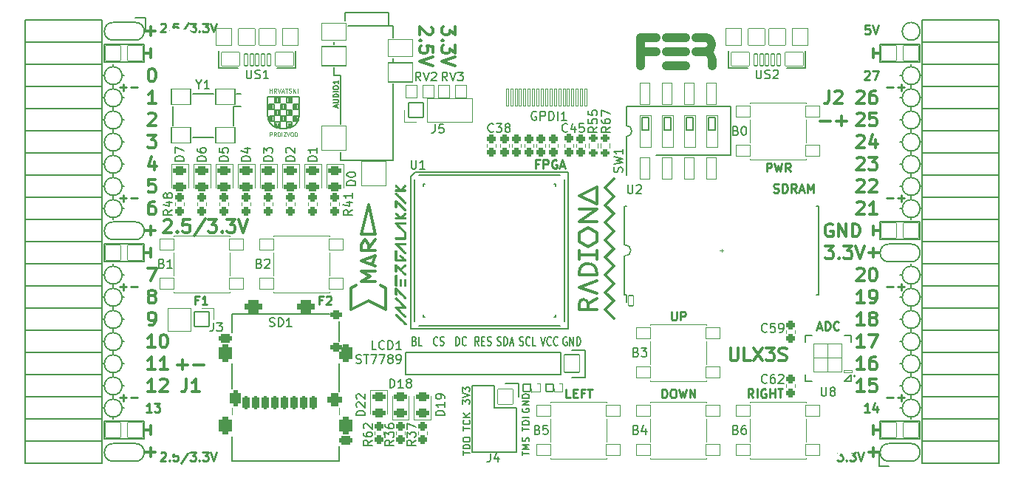
<source format=gto>
G04 #@! TF.GenerationSoftware,KiCad,Pcbnew,6.0.11+dfsg-1*
G04 #@! TF.CreationDate,2023-04-22T14:08:22+02:00*
G04 #@! TF.ProjectId,ulx3s,756c7833-732e-46b6-9963-61645f706362,v3.1.8*
G04 #@! TF.SameCoordinates,Original*
G04 #@! TF.FileFunction,Legend,Top*
G04 #@! TF.FilePolarity,Positive*
%FSLAX46Y46*%
G04 Gerber Fmt 4.6, Leading zero omitted, Abs format (unit mm)*
G04 Created by KiCad (PCBNEW 6.0.11+dfsg-1) date 2023-04-22 14:08:22*
%MOMM*%
%LPD*%
G01*
G04 APERTURE LIST*
G04 Aperture macros list*
%AMRoundRect*
0 Rectangle with rounded corners*
0 $1 Rounding radius*
0 $2 $3 $4 $5 $6 $7 $8 $9 X,Y pos of 4 corners*
0 Add a 4 corners polygon primitive as box body*
4,1,4,$2,$3,$4,$5,$6,$7,$8,$9,$2,$3,0*
0 Add four circle primitives for the rounded corners*
1,1,$1+$1,$2,$3*
1,1,$1+$1,$4,$5*
1,1,$1+$1,$6,$7*
1,1,$1+$1,$8,$9*
0 Add four rect primitives between the rounded corners*
20,1,$1+$1,$2,$3,$4,$5,0*
20,1,$1+$1,$4,$5,$6,$7,0*
20,1,$1+$1,$6,$7,$8,$9,0*
20,1,$1+$1,$8,$9,$2,$3,0*%
G04 Aperture macros list end*
%ADD10C,0.200000*%
%ADD11C,0.300000*%
%ADD12C,0.250000*%
%ADD13C,0.152400*%
%ADD14C,0.150000*%
%ADD15C,0.075000*%
%ADD16C,0.120000*%
%ADD17C,1.000000*%
%ADD18C,0.010000*%
%ADD19C,1.700000*%
%ADD20C,1.800000*%
%ADD21RoundRect,0.050000X-1.400000X1.000000X-1.400000X-1.000000X1.400000X-1.000000X1.400000X1.000000X0*%
%ADD22RoundRect,0.050000X-1.400000X1.400000X-1.400000X-1.400000X1.400000X-1.400000X1.400000X1.400000X0*%
%ADD23RoundRect,0.050000X-1.400000X1.100000X-1.400000X-1.100000X1.400000X-1.100000X1.400000X1.100000X0*%
%ADD24C,0.500000*%
%ADD25O,0.608000X0.227000*%
%ADD26O,0.227000X0.608000*%
%ADD27C,5.600000*%
%ADD28O,1.827200X1.827200*%
%ADD29RoundRect,0.050000X-0.863600X0.863600X-0.863600X-0.863600X0.863600X-0.863600X0.863600X0.863600X0*%
%ADD30RoundRect,0.050000X0.863600X-0.863600X0.863600X0.863600X-0.863600X0.863600X-0.863600X-0.863600X0*%
%ADD31RoundRect,0.050000X0.863600X1.016000X-0.863600X1.016000X-0.863600X-1.016000X0.863600X-1.016000X0*%
%ADD32O,1.827200X2.132000*%
%ADD33RoundRect,0.050000X0.280000X-0.600000X0.280000X0.600000X-0.280000X0.600000X-0.280000X-0.600000X0*%
%ADD34O,0.660000X1.300000*%
%ADD35RoundRect,0.293750X-0.456250X0.243750X-0.456250X-0.243750X0.456250X-0.243750X0.456250X0.243750X0*%
%ADD36RoundRect,0.268750X0.256250X-0.218750X0.256250X0.218750X-0.256250X0.218750X-0.256250X-0.218750X0*%
%ADD37RoundRect,0.293750X0.456250X-0.243750X0.456250X0.243750X-0.456250X0.243750X-0.456250X-0.243750X0*%
%ADD38C,2.100000*%
%ADD39RoundRect,0.050000X0.150000X0.950000X-0.150000X0.950000X-0.150000X-0.950000X0.150000X-0.950000X0*%
%ADD40RoundRect,0.268750X-0.256250X0.218750X-0.256250X-0.218750X0.256250X-0.218750X0.256250X0.218750X0*%
%ADD41RoundRect,0.050000X0.850000X-0.850000X0.850000X0.850000X-0.850000X0.850000X-0.850000X-0.850000X0*%
%ADD42O,1.800000X1.800000*%
%ADD43RoundRect,0.050000X-0.647500X-0.700000X0.647500X-0.700000X0.647500X0.700000X-0.647500X0.700000X0*%
%ADD44RoundRect,0.050000X0.200000X0.675000X-0.200000X0.675000X-0.200000X-0.675000X0.200000X-0.675000X0*%
%ADD45RoundRect,0.050000X0.900000X0.950000X-0.900000X0.950000X-0.900000X-0.950000X0.900000X-0.950000X0*%
%ADD46RoundRect,0.050000X1.050000X0.800000X-1.050000X0.800000X-1.050000X-0.800000X1.050000X-0.800000X0*%
%ADD47RoundRect,0.050000X0.950000X0.950000X-0.950000X0.950000X-0.950000X-0.950000X0.950000X-0.950000X0*%
%ADD48RoundRect,0.050000X-0.850000X0.850000X-0.850000X-0.850000X0.850000X-0.850000X0.850000X0.850000X0*%
%ADD49RoundRect,0.050000X1.100000X0.900000X-1.100000X0.900000X-1.100000X-0.900000X1.100000X-0.900000X0*%
%ADD50RoundRect,0.050000X0.775000X0.650000X-0.775000X0.650000X-0.775000X-0.650000X0.775000X-0.650000X0*%
%ADD51RoundRect,0.050000X-0.775000X-0.650000X0.775000X-0.650000X0.775000X0.650000X-0.775000X0.650000X0*%
%ADD52RoundRect,0.050000X0.560000X-1.220000X0.560000X1.220000X-0.560000X1.220000X-0.560000X-1.220000X0*%
%ADD53RoundRect,0.050000X0.475000X0.150000X-0.475000X0.150000X-0.475000X-0.150000X0.475000X-0.150000X0*%
%ADD54O,1.050000X0.400000*%
%ADD55O,0.400000X1.050000*%
%ADD56RoundRect,0.050000X0.812500X0.812500X-0.812500X0.812500X-0.812500X-0.812500X0.812500X-0.812500X0*%
%ADD57RoundRect,0.225000X-0.175000X-0.575000X0.175000X-0.575000X0.175000X0.575000X-0.175000X0.575000X0*%
%ADD58RoundRect,0.300000X0.350000X-0.250000X0.350000X0.250000X-0.350000X0.250000X-0.350000X-0.250000X0*%
%ADD59RoundRect,0.275000X-0.500000X-0.225000X0.500000X-0.225000X0.500000X0.225000X-0.500000X0.225000X0*%
%ADD60RoundRect,0.275000X0.500000X-0.225000X0.500000X0.225000X-0.500000X0.225000X-0.500000X-0.225000X0*%
%ADD61RoundRect,0.387500X-0.437500X0.337500X-0.437500X-0.337500X0.437500X-0.337500X0.437500X0.337500X0*%
%ADD62RoundRect,0.342500X-0.292500X0.607500X-0.292500X-0.607500X0.292500X-0.607500X0.292500X0.607500X0*%
%ADD63RoundRect,0.387500X-0.612500X0.337500X-0.612500X-0.337500X0.612500X-0.337500X0.612500X0.337500X0*%
%ADD64RoundRect,0.412500X-0.362500X-0.637500X0.362500X-0.637500X0.362500X0.637500X-0.362500X0.637500X0*%
%ADD65RoundRect,0.300000X-0.350000X0.250000X-0.350000X-0.250000X0.350000X-0.250000X0.350000X0.250000X0*%
%ADD66RoundRect,0.250000X0.275000X-0.200000X0.275000X0.200000X-0.275000X0.200000X-0.275000X-0.200000X0*%
%ADD67RoundRect,0.050000X0.425000X-0.425000X0.425000X0.425000X-0.425000X0.425000X-0.425000X-0.425000X0*%
%ADD68O,0.950000X0.950000*%
G04 APERTURE END LIST*
D10*
X187826000Y-93170000D02*
X188080000Y-93170000D01*
X187826000Y-107394000D02*
X187826000Y-109426000D01*
D11*
X182492000Y-110442000D02*
X182492000Y-111458000D01*
D10*
X187826000Y-75390000D02*
X188080000Y-75390000D01*
D11*
X99688000Y-85042000D02*
X99688000Y-86058000D01*
D10*
X186810000Y-102314000D02*
X186810000Y-101806000D01*
X94100000Y-100790000D02*
X94354000Y-100790000D01*
D11*
X98926000Y-65230000D02*
X99688000Y-65230000D01*
D10*
X186810000Y-104346000D02*
X186810000Y-104854000D01*
D11*
X99688000Y-87582000D02*
X99688000Y-88598000D01*
D10*
X96386000Y-67770000D02*
G75*
G03*
X96386000Y-67770000I-1016000J0D01*
G01*
X95370000Y-106886000D02*
X95370000Y-107140000D01*
X96386000Y-70310000D02*
X96640000Y-70310000D01*
X95370000Y-89360000D02*
X95370000Y-89614000D01*
X98926000Y-109426000D02*
X98926000Y-107394000D01*
X187826000Y-83010000D02*
X188080000Y-83010000D01*
X186810000Y-81994000D02*
X186810000Y-81486000D01*
X187826000Y-100790000D02*
G75*
G03*
X187826000Y-100790000I-1016000J0D01*
G01*
X96386000Y-103330000D02*
X96640000Y-103330000D01*
X185540000Y-90630000D02*
X185794000Y-90630000D01*
X94354000Y-107394000D02*
X94354000Y-109426000D01*
D11*
X182492000Y-86058000D02*
X182492000Y-85042000D01*
D10*
X187826000Y-67770000D02*
X188080000Y-67770000D01*
X96386000Y-75390000D02*
G75*
G03*
X96386000Y-75390000I-1016000J0D01*
G01*
X185540000Y-105870000D02*
X185794000Y-105870000D01*
X186810000Y-91646000D02*
X186810000Y-92154000D01*
X96386000Y-80470000D02*
G75*
G03*
X96386000Y-80470000I-1016000J0D01*
G01*
X186810000Y-73866000D02*
X186810000Y-74374000D01*
X94354000Y-66246000D02*
X94354000Y-64214000D01*
X185540000Y-95710000D02*
X185794000Y-95710000D01*
X94354000Y-64214000D02*
X98926000Y-64214000D01*
D11*
X182492000Y-65230000D02*
X183254000Y-65230000D01*
D10*
X183254000Y-84534000D02*
X187826000Y-84534000D01*
X185540000Y-77930000D02*
X185794000Y-77930000D01*
X185540000Y-100790000D02*
X185794000Y-100790000D01*
X96386000Y-103330000D02*
G75*
G03*
X96386000Y-103330000I-1016000J0D01*
G01*
X187826000Y-90630000D02*
G75*
G03*
X187826000Y-90630000I-1016000J0D01*
G01*
X187826000Y-105870000D02*
G75*
G03*
X187826000Y-105870000I-1016000J0D01*
G01*
X97910000Y-86566000D02*
G75*
G03*
X97910000Y-84534000I0J1016000D01*
G01*
X183254000Y-66246000D02*
X187826000Y-66246000D01*
X186810000Y-99266000D02*
X186810000Y-99774000D01*
X96386000Y-100790000D02*
X96640000Y-100790000D01*
X186810000Y-66500000D02*
X186810000Y-66754000D01*
X96386000Y-95710000D02*
X96640000Y-95710000D01*
X95370000Y-101806000D02*
X95370000Y-102314000D01*
X94100000Y-90630000D02*
X94354000Y-90630000D01*
X95370000Y-109934000D02*
X97910000Y-109934000D01*
X187826000Y-72850000D02*
G75*
G03*
X187826000Y-72850000I-1016000J0D01*
G01*
X187826000Y-98250000D02*
X188080000Y-98250000D01*
X95370000Y-109934000D02*
G75*
G03*
X95370000Y-111966000I0J-1016000D01*
G01*
X185540000Y-98250000D02*
X185794000Y-98250000D01*
X184270000Y-87074000D02*
G75*
G03*
X184270000Y-89106000I0J-1016000D01*
G01*
X95370000Y-84534000D02*
X97910000Y-84534000D01*
X186810000Y-84026000D02*
X186810000Y-84280000D01*
X186810000Y-76406000D02*
X186810000Y-76914000D01*
X184270000Y-89106000D02*
X186810000Y-89106000D01*
X94100000Y-103330000D02*
X94354000Y-103330000D01*
X94100000Y-93170000D02*
X94354000Y-93170000D01*
X94100000Y-83010000D02*
X94354000Y-83010000D01*
X187826000Y-70310000D02*
G75*
G03*
X187826000Y-70310000I-1016000J0D01*
G01*
X184270000Y-109934000D02*
G75*
G03*
X184270000Y-111966000I0J-1016000D01*
G01*
X96386000Y-77930000D02*
X96640000Y-77930000D01*
X95370000Y-68786000D02*
X95370000Y-69294000D01*
X95370000Y-66754000D02*
X95370000Y-66500000D01*
X186810000Y-106886000D02*
X186810000Y-107140000D01*
X187826000Y-67770000D02*
G75*
G03*
X187826000Y-67770000I-1016000J0D01*
G01*
X185540000Y-83010000D02*
X185794000Y-83010000D01*
X94100000Y-72850000D02*
X94354000Y-72850000D01*
X95370000Y-63706000D02*
X97910000Y-63706000D01*
X185540000Y-103330000D02*
X185794000Y-103330000D01*
X187826000Y-70310000D02*
X188080000Y-70310000D01*
X96386000Y-98250000D02*
G75*
G03*
X96386000Y-98250000I-1016000J0D01*
G01*
X95370000Y-71326000D02*
X95370000Y-71834000D01*
X97910000Y-63706000D02*
G75*
G03*
X97910000Y-61674000I0J1016000D01*
G01*
X96386000Y-83010000D02*
X96640000Y-83010000D01*
X95370000Y-92154000D02*
X95370000Y-91646000D01*
D11*
X98926000Y-85550000D02*
X100196000Y-85550000D01*
D10*
X186810000Y-89106000D02*
G75*
G03*
X186810000Y-87074000I0J1016000D01*
G01*
X187826000Y-90630000D02*
X188080000Y-90630000D01*
X187826000Y-95710000D02*
X188080000Y-95710000D01*
X94354000Y-89106000D02*
X94354000Y-87074000D01*
X187826000Y-105870000D02*
X188080000Y-105870000D01*
D11*
X183254000Y-110950000D02*
X181984000Y-110950000D01*
D10*
X95370000Y-96726000D02*
X95370000Y-97234000D01*
X96386000Y-67770000D02*
X96640000Y-67770000D01*
X96386000Y-70310000D02*
G75*
G03*
X96386000Y-70310000I-1016000J0D01*
G01*
X96386000Y-83010000D02*
G75*
G03*
X96386000Y-83010000I-1016000J0D01*
G01*
D11*
X182492000Y-107902000D02*
X182492000Y-108918000D01*
D10*
X95370000Y-76406000D02*
X95370000Y-76914000D01*
X187826000Y-80470000D02*
G75*
G03*
X187826000Y-80470000I-1016000J0D01*
G01*
X95370000Y-86566000D02*
X97910000Y-86566000D01*
X187826000Y-95710000D02*
G75*
G03*
X187826000Y-95710000I-1016000J0D01*
G01*
X96386000Y-93170000D02*
X96640000Y-93170000D01*
X95370000Y-111966000D02*
X97910000Y-111966000D01*
X187826000Y-86566000D02*
X183254000Y-86566000D01*
X94100000Y-105870000D02*
X94354000Y-105870000D01*
X187826000Y-100790000D02*
X188080000Y-100790000D01*
X185540000Y-80470000D02*
X185794000Y-80470000D01*
X183254000Y-109426000D02*
X187826000Y-109426000D01*
X96386000Y-100790000D02*
G75*
G03*
X96386000Y-100790000I-1016000J0D01*
G01*
X96386000Y-98250000D02*
X96640000Y-98250000D01*
X96386000Y-95710000D02*
G75*
G03*
X96386000Y-95710000I-1016000J0D01*
G01*
X183254000Y-86566000D02*
X183254000Y-84534000D01*
X187826000Y-77930000D02*
G75*
G03*
X187826000Y-77930000I-1016000J0D01*
G01*
X186810000Y-94186000D02*
X186810000Y-94694000D01*
X94100000Y-70310000D02*
X94354000Y-70310000D01*
X187826000Y-84534000D02*
X187826000Y-86566000D01*
X187826000Y-75390000D02*
G75*
G03*
X187826000Y-75390000I-1016000J0D01*
G01*
X95370000Y-79454000D02*
X95370000Y-78946000D01*
D11*
X183254000Y-85550000D02*
X182492000Y-85550000D01*
D10*
X187826000Y-72850000D02*
X188080000Y-72850000D01*
X96386000Y-75390000D02*
X96640000Y-75390000D01*
D11*
X182492000Y-87582000D02*
X182492000Y-88598000D01*
D10*
X187826000Y-103330000D02*
X188080000Y-103330000D01*
X185540000Y-93170000D02*
X185794000Y-93170000D01*
X96386000Y-90630000D02*
X96640000Y-90630000D01*
D11*
X182492000Y-108410000D02*
X183254000Y-108410000D01*
D10*
X186810000Y-97234000D02*
X186810000Y-96726000D01*
X98926000Y-89106000D02*
X94354000Y-89106000D01*
X183254000Y-64214000D02*
X183254000Y-66246000D01*
D11*
X98926000Y-88090000D02*
X99688000Y-88090000D01*
D10*
X95370000Y-99266000D02*
X95370000Y-99774000D01*
X94100000Y-95710000D02*
X94354000Y-95710000D01*
D11*
X98926000Y-110950000D02*
X100196000Y-110950000D01*
D10*
X187826000Y-77930000D02*
X188080000Y-77930000D01*
X187826000Y-64214000D02*
X183254000Y-64214000D01*
X96386000Y-105870000D02*
G75*
G03*
X96386000Y-105870000I-1016000J0D01*
G01*
X94100000Y-67770000D02*
X94354000Y-67770000D01*
D11*
X98926000Y-62690000D02*
X100196000Y-62690000D01*
D10*
X187826000Y-98250000D02*
G75*
G03*
X187826000Y-98250000I-1016000J0D01*
G01*
X96386000Y-77930000D02*
G75*
G03*
X96386000Y-77930000I-1016000J0D01*
G01*
X185540000Y-75390000D02*
X185794000Y-75390000D01*
X96386000Y-80470000D02*
X96640000Y-80470000D01*
X95370000Y-84534000D02*
G75*
G03*
X95370000Y-86566000I0J-1016000D01*
G01*
D11*
X99688000Y-110442000D02*
X99688000Y-111458000D01*
D10*
X186810000Y-111966000D02*
G75*
G03*
X186810000Y-109934000I0J1016000D01*
G01*
X186810000Y-109934000D02*
X184270000Y-109934000D01*
X187826000Y-103330000D02*
G75*
G03*
X187826000Y-103330000I-1016000J0D01*
G01*
D11*
X181984000Y-88090000D02*
X183254000Y-88090000D01*
D10*
X186810000Y-111966000D02*
X184270000Y-111966000D01*
X185540000Y-67770000D02*
X185794000Y-67770000D01*
X95370000Y-61674000D02*
X97910000Y-61674000D01*
X94100000Y-80470000D02*
X94354000Y-80470000D01*
X94354000Y-98250000D02*
X94100000Y-98250000D01*
X184270000Y-87074000D02*
X186810000Y-87074000D01*
X96386000Y-93170000D02*
G75*
G03*
X96386000Y-93170000I-1016000J0D01*
G01*
X187826000Y-80470000D02*
X188080000Y-80470000D01*
X96386000Y-105870000D02*
X96640000Y-105870000D01*
X96386000Y-90630000D02*
G75*
G03*
X96386000Y-90630000I-1016000J0D01*
G01*
D11*
X99688000Y-62182000D02*
X99688000Y-63198000D01*
D10*
X94100000Y-77930000D02*
X94354000Y-77930000D01*
X96386000Y-72850000D02*
X96640000Y-72850000D01*
X187826000Y-93170000D02*
G75*
G03*
X187826000Y-93170000I-1016000J0D01*
G01*
X186810000Y-69294000D02*
X186810000Y-68786000D01*
X95370000Y-84026000D02*
X95370000Y-84280000D01*
D11*
X98926000Y-108410000D02*
X99688000Y-108410000D01*
X99688000Y-64722000D02*
X99688000Y-65738000D01*
D10*
X186810000Y-71326000D02*
X186810000Y-71834000D01*
X183254000Y-107394000D02*
X183254000Y-109426000D01*
X94354000Y-87074000D02*
X98926000Y-87074000D01*
X98926000Y-66246000D02*
X94354000Y-66246000D01*
X95370000Y-104346000D02*
X95370000Y-104854000D01*
X187826000Y-66246000D02*
X187826000Y-64214000D01*
X95370000Y-94186000D02*
X95370000Y-94694000D01*
X95370000Y-81486000D02*
X95370000Y-81994000D01*
X94354000Y-109426000D02*
X98926000Y-109426000D01*
X186810000Y-79454000D02*
X186810000Y-78946000D01*
X186810000Y-89360000D02*
X186810000Y-89614000D01*
X185540000Y-70310000D02*
X185794000Y-70310000D01*
X96386000Y-72850000D02*
G75*
G03*
X96386000Y-72850000I-1016000J0D01*
G01*
X187826000Y-83010000D02*
G75*
G03*
X187826000Y-83010000I-1016000J0D01*
G01*
X98926000Y-87074000D02*
X98926000Y-89106000D01*
D11*
X99688000Y-107902000D02*
X99688000Y-108918000D01*
D10*
X98926000Y-107394000D02*
X94354000Y-107394000D01*
X95370000Y-73866000D02*
X95370000Y-74374000D01*
X97910000Y-111966000D02*
G75*
G03*
X97910000Y-109934000I0J1016000D01*
G01*
X187826000Y-62690000D02*
G75*
G03*
X187826000Y-62690000I-1016000J0D01*
G01*
X98926000Y-64214000D02*
X98926000Y-66246000D01*
X185540000Y-72850000D02*
X185794000Y-72850000D01*
X95370000Y-61674000D02*
G75*
G03*
X95370000Y-63706000I0J-1016000D01*
G01*
X183254000Y-107394000D02*
X187826000Y-107394000D01*
D11*
X182492000Y-64722000D02*
X182492000Y-65738000D01*
X102760000Y-100897142D02*
X103902857Y-100897142D01*
X103331428Y-101468571D02*
X103331428Y-100325714D01*
X104617142Y-100897142D02*
X105760000Y-100897142D01*
X131877571Y-62216142D02*
X131949000Y-62287571D01*
X132020428Y-62430428D01*
X132020428Y-62787571D01*
X131949000Y-62930428D01*
X131877571Y-63001857D01*
X131734714Y-63073285D01*
X131591857Y-63073285D01*
X131377571Y-63001857D01*
X130520428Y-62144714D01*
X130520428Y-63073285D01*
X130663285Y-63716142D02*
X130591857Y-63787571D01*
X130520428Y-63716142D01*
X130591857Y-63644714D01*
X130663285Y-63716142D01*
X130520428Y-63716142D01*
X132020428Y-65144714D02*
X132020428Y-64430428D01*
X131306142Y-64359000D01*
X131377571Y-64430428D01*
X131449000Y-64573285D01*
X131449000Y-64930428D01*
X131377571Y-65073285D01*
X131306142Y-65144714D01*
X131163285Y-65216142D01*
X130806142Y-65216142D01*
X130663285Y-65144714D01*
X130591857Y-65073285D01*
X130520428Y-64930428D01*
X130520428Y-64573285D01*
X130591857Y-64430428D01*
X130663285Y-64359000D01*
X132020428Y-65644714D02*
X130520428Y-66144714D01*
X132020428Y-66644714D01*
X134560428Y-62144714D02*
X134560428Y-63073285D01*
X133989000Y-62573285D01*
X133989000Y-62787571D01*
X133917571Y-62930428D01*
X133846142Y-63001857D01*
X133703285Y-63073285D01*
X133346142Y-63073285D01*
X133203285Y-63001857D01*
X133131857Y-62930428D01*
X133060428Y-62787571D01*
X133060428Y-62359000D01*
X133131857Y-62216142D01*
X133203285Y-62144714D01*
X133203285Y-63716142D02*
X133131857Y-63787571D01*
X133060428Y-63716142D01*
X133131857Y-63644714D01*
X133203285Y-63716142D01*
X133060428Y-63716142D01*
X134560428Y-64287571D02*
X134560428Y-65216142D01*
X133989000Y-64716142D01*
X133989000Y-64930428D01*
X133917571Y-65073285D01*
X133846142Y-65144714D01*
X133703285Y-65216142D01*
X133346142Y-65216142D01*
X133203285Y-65144714D01*
X133131857Y-65073285D01*
X133060428Y-64930428D01*
X133060428Y-64501857D01*
X133131857Y-64359000D01*
X133203285Y-64287571D01*
X134560428Y-65644714D02*
X133060428Y-66144714D01*
X134560428Y-66644714D01*
D12*
X147757619Y-104689380D02*
X147281428Y-104689380D01*
X147281428Y-103689380D01*
X148090952Y-104165571D02*
X148424285Y-104165571D01*
X148567142Y-104689380D02*
X148090952Y-104689380D01*
X148090952Y-103689380D01*
X148567142Y-103689380D01*
X149329047Y-104165571D02*
X148995714Y-104165571D01*
X148995714Y-104689380D02*
X148995714Y-103689380D01*
X149471904Y-103689380D01*
X149710000Y-103689380D02*
X150281428Y-103689380D01*
X149995714Y-104689380D02*
X149995714Y-103689380D01*
X158259047Y-104689380D02*
X158259047Y-103689380D01*
X158497142Y-103689380D01*
X158640000Y-103737000D01*
X158735238Y-103832238D01*
X158782857Y-103927476D01*
X158830476Y-104117952D01*
X158830476Y-104260809D01*
X158782857Y-104451285D01*
X158735238Y-104546523D01*
X158640000Y-104641761D01*
X158497142Y-104689380D01*
X158259047Y-104689380D01*
X159449523Y-103689380D02*
X159640000Y-103689380D01*
X159735238Y-103737000D01*
X159830476Y-103832238D01*
X159878095Y-104022714D01*
X159878095Y-104356047D01*
X159830476Y-104546523D01*
X159735238Y-104641761D01*
X159640000Y-104689380D01*
X159449523Y-104689380D01*
X159354285Y-104641761D01*
X159259047Y-104546523D01*
X159211428Y-104356047D01*
X159211428Y-104022714D01*
X159259047Y-103832238D01*
X159354285Y-103737000D01*
X159449523Y-103689380D01*
X160211428Y-103689380D02*
X160449523Y-104689380D01*
X160640000Y-103975095D01*
X160830476Y-104689380D01*
X161068571Y-103689380D01*
X161449523Y-104689380D02*
X161449523Y-103689380D01*
X162020952Y-104689380D01*
X162020952Y-103689380D01*
X159354285Y-94799380D02*
X159354285Y-95608904D01*
X159401904Y-95704142D01*
X159449523Y-95751761D01*
X159544761Y-95799380D01*
X159735238Y-95799380D01*
X159830476Y-95751761D01*
X159878095Y-95704142D01*
X159925714Y-95608904D01*
X159925714Y-94799380D01*
X160401904Y-95799380D02*
X160401904Y-94799380D01*
X160782857Y-94799380D01*
X160878095Y-94847000D01*
X160925714Y-94894619D01*
X160973333Y-94989857D01*
X160973333Y-95132714D01*
X160925714Y-95227952D01*
X160878095Y-95275571D01*
X160782857Y-95323190D01*
X160401904Y-95323190D01*
X105084666Y-93497571D02*
X104751333Y-93497571D01*
X104751333Y-94021380D02*
X104751333Y-93021380D01*
X105227523Y-93021380D01*
X106132285Y-94021380D02*
X105560857Y-94021380D01*
X105846571Y-94021380D02*
X105846571Y-93021380D01*
X105751333Y-93164238D01*
X105656095Y-93259476D01*
X105560857Y-93307095D01*
X119307166Y-93497571D02*
X118973833Y-93497571D01*
X118973833Y-94021380D02*
X118973833Y-93021380D01*
X119450023Y-93021380D01*
X119783357Y-93116619D02*
X119830976Y-93069000D01*
X119926214Y-93021380D01*
X120164309Y-93021380D01*
X120259547Y-93069000D01*
X120307166Y-93116619D01*
X120354785Y-93211857D01*
X120354785Y-93307095D01*
X120307166Y-93449952D01*
X119735738Y-94021380D01*
X120354785Y-94021380D01*
D11*
X166105428Y-98952571D02*
X166105428Y-100166857D01*
X166176857Y-100309714D01*
X166248285Y-100381142D01*
X166391142Y-100452571D01*
X166676857Y-100452571D01*
X166819714Y-100381142D01*
X166891142Y-100309714D01*
X166962571Y-100166857D01*
X166962571Y-98952571D01*
X168391142Y-100452571D02*
X167676857Y-100452571D01*
X167676857Y-98952571D01*
X168748285Y-98952571D02*
X169748285Y-100452571D01*
X169748285Y-98952571D02*
X168748285Y-100452571D01*
X170176857Y-98952571D02*
X171105428Y-98952571D01*
X170605428Y-99524000D01*
X170819714Y-99524000D01*
X170962571Y-99595428D01*
X171034000Y-99666857D01*
X171105428Y-99809714D01*
X171105428Y-100166857D01*
X171034000Y-100309714D01*
X170962571Y-100381142D01*
X170819714Y-100452571D01*
X170391142Y-100452571D01*
X170248285Y-100381142D01*
X170176857Y-100309714D01*
X171676857Y-100381142D02*
X171891142Y-100452571D01*
X172248285Y-100452571D01*
X172391142Y-100381142D01*
X172462571Y-100309714D01*
X172534000Y-100166857D01*
X172534000Y-100024000D01*
X172462571Y-99881142D01*
X172391142Y-99809714D01*
X172248285Y-99738285D01*
X171962571Y-99666857D01*
X171819714Y-99595428D01*
X171748285Y-99524000D01*
X171676857Y-99381142D01*
X171676857Y-99238285D01*
X171748285Y-99095428D01*
X171819714Y-99024000D01*
X171962571Y-98952571D01*
X172319714Y-98952571D01*
X172534000Y-99024000D01*
D12*
X168712666Y-104671380D02*
X168379333Y-104195190D01*
X168141238Y-104671380D02*
X168141238Y-103671380D01*
X168522190Y-103671380D01*
X168617428Y-103719000D01*
X168665047Y-103766619D01*
X168712666Y-103861857D01*
X168712666Y-104004714D01*
X168665047Y-104099952D01*
X168617428Y-104147571D01*
X168522190Y-104195190D01*
X168141238Y-104195190D01*
X169141238Y-104671380D02*
X169141238Y-103671380D01*
X170141238Y-103719000D02*
X170046000Y-103671380D01*
X169903142Y-103671380D01*
X169760285Y-103719000D01*
X169665047Y-103814238D01*
X169617428Y-103909476D01*
X169569809Y-104099952D01*
X169569809Y-104242809D01*
X169617428Y-104433285D01*
X169665047Y-104528523D01*
X169760285Y-104623761D01*
X169903142Y-104671380D01*
X169998380Y-104671380D01*
X170141238Y-104623761D01*
X170188857Y-104576142D01*
X170188857Y-104242809D01*
X169998380Y-104242809D01*
X170617428Y-104671380D02*
X170617428Y-103671380D01*
X170617428Y-104147571D02*
X171188857Y-104147571D01*
X171188857Y-104671380D02*
X171188857Y-103671380D01*
X171522190Y-103671380D02*
X172093619Y-103671380D01*
X171807904Y-104671380D02*
X171807904Y-103671380D01*
X96148000Y-91971428D02*
X96909904Y-91971428D01*
X96528952Y-92352380D02*
X96528952Y-91590476D01*
X97386095Y-91971428D02*
X98148000Y-91971428D01*
D11*
X181444285Y-104008571D02*
X180587142Y-104008571D01*
X181015714Y-104008571D02*
X181015714Y-102508571D01*
X180872857Y-102722857D01*
X180730000Y-102865714D01*
X180587142Y-102937142D01*
X182801428Y-102508571D02*
X182087142Y-102508571D01*
X182015714Y-103222857D01*
X182087142Y-103151428D01*
X182230000Y-103080000D01*
X182587142Y-103080000D01*
X182730000Y-103151428D01*
X182801428Y-103222857D01*
X182872857Y-103365714D01*
X182872857Y-103722857D01*
X182801428Y-103865714D01*
X182730000Y-103937142D01*
X182587142Y-104008571D01*
X182230000Y-104008571D01*
X182087142Y-103937142D01*
X182015714Y-103865714D01*
X180587142Y-79791428D02*
X180658571Y-79720000D01*
X180801428Y-79648571D01*
X181158571Y-79648571D01*
X181301428Y-79720000D01*
X181372857Y-79791428D01*
X181444285Y-79934285D01*
X181444285Y-80077142D01*
X181372857Y-80291428D01*
X180515714Y-81148571D01*
X181444285Y-81148571D01*
X182015714Y-79791428D02*
X182087142Y-79720000D01*
X182230000Y-79648571D01*
X182587142Y-79648571D01*
X182730000Y-79720000D01*
X182801428Y-79791428D01*
X182872857Y-79934285D01*
X182872857Y-80077142D01*
X182801428Y-80291428D01*
X181944285Y-81148571D01*
X182872857Y-81148571D01*
X100172142Y-79648571D02*
X99457857Y-79648571D01*
X99386428Y-80362857D01*
X99457857Y-80291428D01*
X99600714Y-80220000D01*
X99957857Y-80220000D01*
X100100714Y-80291428D01*
X100172142Y-80362857D01*
X100243571Y-80505714D01*
X100243571Y-80862857D01*
X100172142Y-81005714D01*
X100100714Y-81077142D01*
X99957857Y-81148571D01*
X99600714Y-81148571D01*
X99457857Y-81077142D01*
X99386428Y-81005714D01*
X181444285Y-98928571D02*
X180587142Y-98928571D01*
X181015714Y-98928571D02*
X181015714Y-97428571D01*
X180872857Y-97642857D01*
X180730000Y-97785714D01*
X180587142Y-97857142D01*
X181944285Y-97428571D02*
X182944285Y-97428571D01*
X182301428Y-98928571D01*
X99315000Y-74568571D02*
X100243571Y-74568571D01*
X99743571Y-75140000D01*
X99957857Y-75140000D01*
X100100714Y-75211428D01*
X100172142Y-75282857D01*
X100243571Y-75425714D01*
X100243571Y-75782857D01*
X100172142Y-75925714D01*
X100100714Y-75997142D01*
X99957857Y-76068571D01*
X99529285Y-76068571D01*
X99386428Y-75997142D01*
X99315000Y-75925714D01*
X176975714Y-87268571D02*
X177904285Y-87268571D01*
X177404285Y-87840000D01*
X177618571Y-87840000D01*
X177761428Y-87911428D01*
X177832857Y-87982857D01*
X177904285Y-88125714D01*
X177904285Y-88482857D01*
X177832857Y-88625714D01*
X177761428Y-88697142D01*
X177618571Y-88768571D01*
X177190000Y-88768571D01*
X177047142Y-88697142D01*
X176975714Y-88625714D01*
X178547142Y-88625714D02*
X178618571Y-88697142D01*
X178547142Y-88768571D01*
X178475714Y-88697142D01*
X178547142Y-88625714D01*
X178547142Y-88768571D01*
X179118571Y-87268571D02*
X180047142Y-87268571D01*
X179547142Y-87840000D01*
X179761428Y-87840000D01*
X179904285Y-87911428D01*
X179975714Y-87982857D01*
X180047142Y-88125714D01*
X180047142Y-88482857D01*
X179975714Y-88625714D01*
X179904285Y-88697142D01*
X179761428Y-88768571D01*
X179332857Y-88768571D01*
X179190000Y-88697142D01*
X179118571Y-88625714D01*
X180475714Y-87268571D02*
X180975714Y-88768571D01*
X181475714Y-87268571D01*
D12*
X182047523Y-62015380D02*
X181571333Y-62015380D01*
X181523714Y-62491571D01*
X181571333Y-62443952D01*
X181666571Y-62396333D01*
X181904666Y-62396333D01*
X181999904Y-62443952D01*
X182047523Y-62491571D01*
X182095142Y-62586809D01*
X182095142Y-62824904D01*
X182047523Y-62920142D01*
X181999904Y-62967761D01*
X181904666Y-63015380D01*
X181666571Y-63015380D01*
X181571333Y-62967761D01*
X181523714Y-62920142D01*
X182380857Y-62015380D02*
X182714190Y-63015380D01*
X183047523Y-62015380D01*
D11*
X180587142Y-69631428D02*
X180658571Y-69560000D01*
X180801428Y-69488571D01*
X181158571Y-69488571D01*
X181301428Y-69560000D01*
X181372857Y-69631428D01*
X181444285Y-69774285D01*
X181444285Y-69917142D01*
X181372857Y-70131428D01*
X180515714Y-70988571D01*
X181444285Y-70988571D01*
X182730000Y-69488571D02*
X182444285Y-69488571D01*
X182301428Y-69560000D01*
X182230000Y-69631428D01*
X182087142Y-69845714D01*
X182015714Y-70131428D01*
X182015714Y-70702857D01*
X182087142Y-70845714D01*
X182158571Y-70917142D01*
X182301428Y-70988571D01*
X182587142Y-70988571D01*
X182730000Y-70917142D01*
X182801428Y-70845714D01*
X182872857Y-70702857D01*
X182872857Y-70345714D01*
X182801428Y-70202857D01*
X182730000Y-70131428D01*
X182587142Y-70060000D01*
X182301428Y-70060000D01*
X182158571Y-70131428D01*
X182087142Y-70202857D01*
X182015714Y-70345714D01*
X176420000Y-72957142D02*
X177562857Y-72957142D01*
X178277142Y-72957142D02*
X179420000Y-72957142D01*
X178848571Y-73528571D02*
X178848571Y-72385714D01*
D12*
X96148000Y-81811428D02*
X96909904Y-81811428D01*
X96528952Y-82192380D02*
X96528952Y-81430476D01*
X97386095Y-81811428D02*
X98148000Y-81811428D01*
D11*
X177793142Y-84800000D02*
X177650285Y-84728571D01*
X177436000Y-84728571D01*
X177221714Y-84800000D01*
X177078857Y-84942857D01*
X177007428Y-85085714D01*
X176936000Y-85371428D01*
X176936000Y-85585714D01*
X177007428Y-85871428D01*
X177078857Y-86014285D01*
X177221714Y-86157142D01*
X177436000Y-86228571D01*
X177578857Y-86228571D01*
X177793142Y-86157142D01*
X177864571Y-86085714D01*
X177864571Y-85585714D01*
X177578857Y-85585714D01*
X178507428Y-86228571D02*
X178507428Y-84728571D01*
X179364571Y-86228571D01*
X179364571Y-84728571D01*
X180078857Y-86228571D02*
X180078857Y-84728571D01*
X180436000Y-84728571D01*
X180650285Y-84800000D01*
X180793142Y-84942857D01*
X180864571Y-85085714D01*
X180936000Y-85371428D01*
X180936000Y-85585714D01*
X180864571Y-85871428D01*
X180793142Y-86014285D01*
X180650285Y-86157142D01*
X180436000Y-86228571D01*
X180078857Y-86228571D01*
X99386428Y-72171428D02*
X99457857Y-72100000D01*
X99600714Y-72028571D01*
X99957857Y-72028571D01*
X100100714Y-72100000D01*
X100172142Y-72171428D01*
X100243571Y-72314285D01*
X100243571Y-72457142D01*
X100172142Y-72671428D01*
X99315000Y-73528571D01*
X100243571Y-73528571D01*
D10*
X135461904Y-111227619D02*
X135461904Y-110770476D01*
X136261904Y-110999047D02*
X135461904Y-110999047D01*
X136261904Y-110503809D02*
X135461904Y-110503809D01*
X135461904Y-110313333D01*
X135500000Y-110199047D01*
X135576190Y-110122857D01*
X135652380Y-110084761D01*
X135804761Y-110046666D01*
X135919047Y-110046666D01*
X136071428Y-110084761D01*
X136147619Y-110122857D01*
X136223809Y-110199047D01*
X136261904Y-110313333D01*
X136261904Y-110503809D01*
X135461904Y-109551428D02*
X135461904Y-109399047D01*
X135500000Y-109322857D01*
X135576190Y-109246666D01*
X135728571Y-109208571D01*
X135995238Y-109208571D01*
X136147619Y-109246666D01*
X136223809Y-109322857D01*
X136261904Y-109399047D01*
X136261904Y-109551428D01*
X136223809Y-109627619D01*
X136147619Y-109703809D01*
X135995238Y-109741904D01*
X135728571Y-109741904D01*
X135576190Y-109703809D01*
X135500000Y-109627619D01*
X135461904Y-109551428D01*
D11*
X99315000Y-89808571D02*
X100315000Y-89808571D01*
X99672142Y-91308571D01*
X180587142Y-74711428D02*
X180658571Y-74640000D01*
X180801428Y-74568571D01*
X181158571Y-74568571D01*
X181301428Y-74640000D01*
X181372857Y-74711428D01*
X181444285Y-74854285D01*
X181444285Y-74997142D01*
X181372857Y-75211428D01*
X180515714Y-76068571D01*
X181444285Y-76068571D01*
X182730000Y-75068571D02*
X182730000Y-76068571D01*
X182372857Y-74497142D02*
X182015714Y-75568571D01*
X182944285Y-75568571D01*
X100100714Y-77608571D02*
X100100714Y-78608571D01*
X99743571Y-77037142D02*
X99386428Y-78108571D01*
X100315000Y-78108571D01*
D12*
X99751523Y-106322380D02*
X99180095Y-106322380D01*
X99465809Y-106322380D02*
X99465809Y-105322380D01*
X99370571Y-105465238D01*
X99275333Y-105560476D01*
X99180095Y-105608095D01*
X100084857Y-105322380D02*
X100703904Y-105322380D01*
X100370571Y-105703333D01*
X100513428Y-105703333D01*
X100608666Y-105750952D01*
X100656285Y-105798571D01*
X100703904Y-105893809D01*
X100703904Y-106131904D01*
X100656285Y-106227142D01*
X100608666Y-106274761D01*
X100513428Y-106322380D01*
X100227714Y-106322380D01*
X100132476Y-106274761D01*
X100084857Y-106227142D01*
X176061904Y-96656666D02*
X176538095Y-96656666D01*
X175966666Y-96942380D02*
X176300000Y-95942380D01*
X176633333Y-96942380D01*
X176966666Y-96942380D02*
X176966666Y-95942380D01*
X177204761Y-95942380D01*
X177347619Y-95990000D01*
X177442857Y-96085238D01*
X177490476Y-96180476D01*
X177538095Y-96370952D01*
X177538095Y-96513809D01*
X177490476Y-96704285D01*
X177442857Y-96799523D01*
X177347619Y-96894761D01*
X177204761Y-96942380D01*
X176966666Y-96942380D01*
X178538095Y-96847142D02*
X178490476Y-96894761D01*
X178347619Y-96942380D01*
X178252380Y-96942380D01*
X178109523Y-96894761D01*
X178014285Y-96799523D01*
X177966666Y-96704285D01*
X177919047Y-96513809D01*
X177919047Y-96370952D01*
X177966666Y-96180476D01*
X178014285Y-96085238D01*
X178109523Y-95990000D01*
X178252380Y-95942380D01*
X178347619Y-95942380D01*
X178490476Y-95990000D01*
X178538095Y-96037619D01*
X184032000Y-81811428D02*
X184793904Y-81811428D01*
X185270095Y-81811428D02*
X186032000Y-81811428D01*
X185651047Y-82192380D02*
X185651047Y-81430476D01*
X178360261Y-110910380D02*
X178979309Y-110910380D01*
X178645976Y-111291333D01*
X178788833Y-111291333D01*
X178884071Y-111338952D01*
X178931690Y-111386571D01*
X178979309Y-111481809D01*
X178979309Y-111719904D01*
X178931690Y-111815142D01*
X178884071Y-111862761D01*
X178788833Y-111910380D01*
X178503119Y-111910380D01*
X178407880Y-111862761D01*
X178360261Y-111815142D01*
X179407880Y-111815142D02*
X179455500Y-111862761D01*
X179407880Y-111910380D01*
X179360261Y-111862761D01*
X179407880Y-111815142D01*
X179407880Y-111910380D01*
X179788833Y-110910380D02*
X180407880Y-110910380D01*
X180074547Y-111291333D01*
X180217404Y-111291333D01*
X180312642Y-111338952D01*
X180360261Y-111386571D01*
X180407880Y-111481809D01*
X180407880Y-111719904D01*
X180360261Y-111815142D01*
X180312642Y-111862761D01*
X180217404Y-111910380D01*
X179931690Y-111910380D01*
X179836452Y-111862761D01*
X179788833Y-111815142D01*
X180693595Y-110910380D02*
X181026928Y-111910380D01*
X181360261Y-110910380D01*
D11*
X100164285Y-98928571D02*
X99307142Y-98928571D01*
X99735714Y-98928571D02*
X99735714Y-97428571D01*
X99592857Y-97642857D01*
X99450000Y-97785714D01*
X99307142Y-97857142D01*
X101092857Y-97428571D02*
X101235714Y-97428571D01*
X101378571Y-97500000D01*
X101450000Y-97571428D01*
X101521428Y-97714285D01*
X101592857Y-98000000D01*
X101592857Y-98357142D01*
X101521428Y-98642857D01*
X101450000Y-98785714D01*
X101378571Y-98857142D01*
X101235714Y-98928571D01*
X101092857Y-98928571D01*
X100950000Y-98857142D01*
X100878571Y-98785714D01*
X100807142Y-98642857D01*
X100735714Y-98357142D01*
X100735714Y-98000000D01*
X100807142Y-97714285D01*
X100878571Y-97571428D01*
X100950000Y-97500000D01*
X101092857Y-97428571D01*
X100164285Y-104008571D02*
X99307142Y-104008571D01*
X99735714Y-104008571D02*
X99735714Y-102508571D01*
X99592857Y-102722857D01*
X99450000Y-102865714D01*
X99307142Y-102937142D01*
X100735714Y-102651428D02*
X100807142Y-102580000D01*
X100950000Y-102508571D01*
X101307142Y-102508571D01*
X101450000Y-102580000D01*
X101521428Y-102651428D01*
X101592857Y-102794285D01*
X101592857Y-102937142D01*
X101521428Y-103151428D01*
X100664285Y-104008571D01*
X101592857Y-104008571D01*
D10*
X142251904Y-111286666D02*
X142251904Y-110829523D01*
X143051904Y-111058095D02*
X142251904Y-111058095D01*
X143051904Y-110562857D02*
X142251904Y-110562857D01*
X142823333Y-110296190D01*
X142251904Y-110029523D01*
X143051904Y-110029523D01*
X143013809Y-109686666D02*
X143051904Y-109572380D01*
X143051904Y-109381904D01*
X143013809Y-109305714D01*
X142975714Y-109267619D01*
X142899523Y-109229523D01*
X142823333Y-109229523D01*
X142747142Y-109267619D01*
X142709047Y-109305714D01*
X142670952Y-109381904D01*
X142632857Y-109534285D01*
X142594761Y-109610476D01*
X142556666Y-109648571D01*
X142480476Y-109686666D01*
X142404285Y-109686666D01*
X142328095Y-109648571D01*
X142290000Y-109610476D01*
X142251904Y-109534285D01*
X142251904Y-109343809D01*
X142290000Y-109229523D01*
D12*
X182047523Y-106322380D02*
X181476095Y-106322380D01*
X181761809Y-106322380D02*
X181761809Y-105322380D01*
X181666571Y-105465238D01*
X181571333Y-105560476D01*
X181476095Y-105608095D01*
X182904666Y-105655714D02*
X182904666Y-106322380D01*
X182666571Y-105274761D02*
X182428476Y-105989047D01*
X183047523Y-105989047D01*
D11*
X180587142Y-77251428D02*
X180658571Y-77180000D01*
X180801428Y-77108571D01*
X181158571Y-77108571D01*
X181301428Y-77180000D01*
X181372857Y-77251428D01*
X181444285Y-77394285D01*
X181444285Y-77537142D01*
X181372857Y-77751428D01*
X180515714Y-78608571D01*
X181444285Y-78608571D01*
X181944285Y-77108571D02*
X182872857Y-77108571D01*
X182372857Y-77680000D01*
X182587142Y-77680000D01*
X182730000Y-77751428D01*
X182801428Y-77822857D01*
X182872857Y-77965714D01*
X182872857Y-78322857D01*
X182801428Y-78465714D01*
X182730000Y-78537142D01*
X182587142Y-78608571D01*
X182158571Y-78608571D01*
X182015714Y-78537142D01*
X181944285Y-78465714D01*
D10*
X135461904Y-108418571D02*
X135461904Y-107961428D01*
X136261904Y-108190000D02*
X135461904Y-108190000D01*
X136185714Y-107237619D02*
X136223809Y-107275714D01*
X136261904Y-107390000D01*
X136261904Y-107466190D01*
X136223809Y-107580476D01*
X136147619Y-107656666D01*
X136071428Y-107694761D01*
X135919047Y-107732857D01*
X135804761Y-107732857D01*
X135652380Y-107694761D01*
X135576190Y-107656666D01*
X135500000Y-107580476D01*
X135461904Y-107466190D01*
X135461904Y-107390000D01*
X135500000Y-107275714D01*
X135538095Y-107237619D01*
X136261904Y-106894761D02*
X135461904Y-106894761D01*
X136261904Y-106437619D02*
X135804761Y-106780476D01*
X135461904Y-106437619D02*
X135919047Y-106894761D01*
D12*
X170251666Y-78781380D02*
X170251666Y-77781380D01*
X170632619Y-77781380D01*
X170727857Y-77829000D01*
X170775476Y-77876619D01*
X170823095Y-77971857D01*
X170823095Y-78114714D01*
X170775476Y-78209952D01*
X170727857Y-78257571D01*
X170632619Y-78305190D01*
X170251666Y-78305190D01*
X171156428Y-77781380D02*
X171394523Y-78781380D01*
X171585000Y-78067095D01*
X171775476Y-78781380D01*
X172013571Y-77781380D01*
X172965952Y-78781380D02*
X172632619Y-78305190D01*
X172394523Y-78781380D02*
X172394523Y-77781380D01*
X172775476Y-77781380D01*
X172870714Y-77829000D01*
X172918333Y-77876619D01*
X172965952Y-77971857D01*
X172965952Y-78114714D01*
X172918333Y-78209952D01*
X172870714Y-78257571D01*
X172775476Y-78305190D01*
X172394523Y-78305190D01*
D11*
X181444285Y-96388571D02*
X180587142Y-96388571D01*
X181015714Y-96388571D02*
X181015714Y-94888571D01*
X180872857Y-95102857D01*
X180730000Y-95245714D01*
X180587142Y-95317142D01*
X182301428Y-95531428D02*
X182158571Y-95460000D01*
X182087142Y-95388571D01*
X182015714Y-95245714D01*
X182015714Y-95174285D01*
X182087142Y-95031428D01*
X182158571Y-94960000D01*
X182301428Y-94888571D01*
X182587142Y-94888571D01*
X182730000Y-94960000D01*
X182801428Y-95031428D01*
X182872857Y-95174285D01*
X182872857Y-95245714D01*
X182801428Y-95388571D01*
X182730000Y-95460000D01*
X182587142Y-95531428D01*
X182301428Y-95531428D01*
X182158571Y-95602857D01*
X182087142Y-95674285D01*
X182015714Y-95817142D01*
X182015714Y-96102857D01*
X182087142Y-96245714D01*
X182158571Y-96317142D01*
X182301428Y-96388571D01*
X182587142Y-96388571D01*
X182730000Y-96317142D01*
X182801428Y-96245714D01*
X182872857Y-96102857D01*
X182872857Y-95817142D01*
X182801428Y-95674285D01*
X182730000Y-95602857D01*
X182587142Y-95531428D01*
X181444285Y-93848571D02*
X180587142Y-93848571D01*
X181015714Y-93848571D02*
X181015714Y-92348571D01*
X180872857Y-92562857D01*
X180730000Y-92705714D01*
X180587142Y-92777142D01*
X182158571Y-93848571D02*
X182444285Y-93848571D01*
X182587142Y-93777142D01*
X182658571Y-93705714D01*
X182801428Y-93491428D01*
X182872857Y-93205714D01*
X182872857Y-92634285D01*
X182801428Y-92491428D01*
X182730000Y-92420000D01*
X182587142Y-92348571D01*
X182301428Y-92348571D01*
X182158571Y-92420000D01*
X182087142Y-92491428D01*
X182015714Y-92634285D01*
X182015714Y-92991428D01*
X182087142Y-93134285D01*
X182158571Y-93205714D01*
X182301428Y-93277142D01*
X182587142Y-93277142D01*
X182730000Y-93205714D01*
X182801428Y-93134285D01*
X182872857Y-92991428D01*
D12*
X96148000Y-104671428D02*
X96909904Y-104671428D01*
X96528952Y-105052380D02*
X96528952Y-104290476D01*
X97386095Y-104671428D02*
X98148000Y-104671428D01*
X184032000Y-69111428D02*
X184793904Y-69111428D01*
X185270095Y-69111428D02*
X186032000Y-69111428D01*
X185651047Y-69492380D02*
X185651047Y-68730476D01*
D11*
X181444285Y-101468571D02*
X180587142Y-101468571D01*
X181015714Y-101468571D02*
X181015714Y-99968571D01*
X180872857Y-100182857D01*
X180730000Y-100325714D01*
X180587142Y-100397142D01*
X182730000Y-99968571D02*
X182444285Y-99968571D01*
X182301428Y-100040000D01*
X182230000Y-100111428D01*
X182087142Y-100325714D01*
X182015714Y-100611428D01*
X182015714Y-101182857D01*
X182087142Y-101325714D01*
X182158571Y-101397142D01*
X182301428Y-101468571D01*
X182587142Y-101468571D01*
X182730000Y-101397142D01*
X182801428Y-101325714D01*
X182872857Y-101182857D01*
X182872857Y-100825714D01*
X182801428Y-100682857D01*
X182730000Y-100611428D01*
X182587142Y-100540000D01*
X182301428Y-100540000D01*
X182158571Y-100611428D01*
X182087142Y-100682857D01*
X182015714Y-100825714D01*
D12*
X184032000Y-91971428D02*
X184793904Y-91971428D01*
X185270095Y-91971428D02*
X186032000Y-91971428D01*
X185651047Y-92352380D02*
X185651047Y-91590476D01*
D10*
X135441904Y-105390476D02*
X135441904Y-104895238D01*
X135746666Y-105161904D01*
X135746666Y-105047619D01*
X135784761Y-104971428D01*
X135822857Y-104933333D01*
X135899047Y-104895238D01*
X136089523Y-104895238D01*
X136165714Y-104933333D01*
X136203809Y-104971428D01*
X136241904Y-105047619D01*
X136241904Y-105276190D01*
X136203809Y-105352380D01*
X136165714Y-105390476D01*
X135441904Y-104666666D02*
X136241904Y-104400000D01*
X135441904Y-104133333D01*
X135441904Y-103942857D02*
X135441904Y-103447619D01*
X135746666Y-103714285D01*
X135746666Y-103600000D01*
X135784761Y-103523809D01*
X135822857Y-103485714D01*
X135899047Y-103447619D01*
X136089523Y-103447619D01*
X136165714Y-103485714D01*
X136203809Y-103523809D01*
X136241904Y-103600000D01*
X136241904Y-103828571D01*
X136203809Y-103904761D01*
X136165714Y-103942857D01*
D11*
X99672142Y-92991428D02*
X99529285Y-92920000D01*
X99457857Y-92848571D01*
X99386428Y-92705714D01*
X99386428Y-92634285D01*
X99457857Y-92491428D01*
X99529285Y-92420000D01*
X99672142Y-92348571D01*
X99957857Y-92348571D01*
X100100714Y-92420000D01*
X100172142Y-92491428D01*
X100243571Y-92634285D01*
X100243571Y-92705714D01*
X100172142Y-92848571D01*
X100100714Y-92920000D01*
X99957857Y-92991428D01*
X99672142Y-92991428D01*
X99529285Y-93062857D01*
X99457857Y-93134285D01*
X99386428Y-93277142D01*
X99386428Y-93562857D01*
X99457857Y-93705714D01*
X99529285Y-93777142D01*
X99672142Y-93848571D01*
X99957857Y-93848571D01*
X100100714Y-93777142D01*
X100172142Y-93705714D01*
X100243571Y-93562857D01*
X100243571Y-93277142D01*
X100172142Y-93134285D01*
X100100714Y-93062857D01*
X99957857Y-92991428D01*
X100100714Y-82188571D02*
X99815000Y-82188571D01*
X99672142Y-82260000D01*
X99600714Y-82331428D01*
X99457857Y-82545714D01*
X99386428Y-82831428D01*
X99386428Y-83402857D01*
X99457857Y-83545714D01*
X99529285Y-83617142D01*
X99672142Y-83688571D01*
X99957857Y-83688571D01*
X100100714Y-83617142D01*
X100172142Y-83545714D01*
X100243571Y-83402857D01*
X100243571Y-83045714D01*
X100172142Y-82902857D01*
X100100714Y-82831428D01*
X99957857Y-82760000D01*
X99672142Y-82760000D01*
X99529285Y-82831428D01*
X99457857Y-82902857D01*
X99386428Y-83045714D01*
D12*
X96148000Y-69111428D02*
X96909904Y-69111428D01*
X96528952Y-69492380D02*
X96528952Y-68730476D01*
X97386095Y-69111428D02*
X98148000Y-69111428D01*
X171062285Y-81128761D02*
X171205142Y-81176380D01*
X171443238Y-81176380D01*
X171538476Y-81128761D01*
X171586095Y-81081142D01*
X171633714Y-80985904D01*
X171633714Y-80890666D01*
X171586095Y-80795428D01*
X171538476Y-80747809D01*
X171443238Y-80700190D01*
X171252761Y-80652571D01*
X171157523Y-80604952D01*
X171109904Y-80557333D01*
X171062285Y-80462095D01*
X171062285Y-80366857D01*
X171109904Y-80271619D01*
X171157523Y-80224000D01*
X171252761Y-80176380D01*
X171490857Y-80176380D01*
X171633714Y-80224000D01*
X172062285Y-81176380D02*
X172062285Y-80176380D01*
X172300380Y-80176380D01*
X172443238Y-80224000D01*
X172538476Y-80319238D01*
X172586095Y-80414476D01*
X172633714Y-80604952D01*
X172633714Y-80747809D01*
X172586095Y-80938285D01*
X172538476Y-81033523D01*
X172443238Y-81128761D01*
X172300380Y-81176380D01*
X172062285Y-81176380D01*
X173633714Y-81176380D02*
X173300380Y-80700190D01*
X173062285Y-81176380D02*
X173062285Y-80176380D01*
X173443238Y-80176380D01*
X173538476Y-80224000D01*
X173586095Y-80271619D01*
X173633714Y-80366857D01*
X173633714Y-80509714D01*
X173586095Y-80604952D01*
X173538476Y-80652571D01*
X173443238Y-80700190D01*
X173062285Y-80700190D01*
X174014666Y-80890666D02*
X174490857Y-80890666D01*
X173919428Y-81176380D02*
X174252761Y-80176380D01*
X174586095Y-81176380D01*
X174919428Y-81176380D02*
X174919428Y-80176380D01*
X175252761Y-80890666D01*
X175586095Y-80176380D01*
X175586095Y-81176380D01*
D11*
X180587142Y-89951428D02*
X180658571Y-89880000D01*
X180801428Y-89808571D01*
X181158571Y-89808571D01*
X181301428Y-89880000D01*
X181372857Y-89951428D01*
X181444285Y-90094285D01*
X181444285Y-90237142D01*
X181372857Y-90451428D01*
X180515714Y-91308571D01*
X181444285Y-91308571D01*
X182372857Y-89808571D02*
X182515714Y-89808571D01*
X182658571Y-89880000D01*
X182730000Y-89951428D01*
X182801428Y-90094285D01*
X182872857Y-90380000D01*
X182872857Y-90737142D01*
X182801428Y-91022857D01*
X182730000Y-91165714D01*
X182658571Y-91237142D01*
X182515714Y-91308571D01*
X182372857Y-91308571D01*
X182230000Y-91237142D01*
X182158571Y-91165714D01*
X182087142Y-91022857D01*
X182015714Y-90737142D01*
X182015714Y-90380000D01*
X182087142Y-90094285D01*
X182158571Y-89951428D01*
X182230000Y-89880000D01*
X182372857Y-89808571D01*
X101199714Y-84381428D02*
X101271142Y-84310000D01*
X101414000Y-84238571D01*
X101771142Y-84238571D01*
X101914000Y-84310000D01*
X101985428Y-84381428D01*
X102056857Y-84524285D01*
X102056857Y-84667142D01*
X101985428Y-84881428D01*
X101128285Y-85738571D01*
X102056857Y-85738571D01*
X102699714Y-85595714D02*
X102771142Y-85667142D01*
X102699714Y-85738571D01*
X102628285Y-85667142D01*
X102699714Y-85595714D01*
X102699714Y-85738571D01*
X104128285Y-84238571D02*
X103414000Y-84238571D01*
X103342571Y-84952857D01*
X103414000Y-84881428D01*
X103556857Y-84810000D01*
X103914000Y-84810000D01*
X104056857Y-84881428D01*
X104128285Y-84952857D01*
X104199714Y-85095714D01*
X104199714Y-85452857D01*
X104128285Y-85595714D01*
X104056857Y-85667142D01*
X103914000Y-85738571D01*
X103556857Y-85738571D01*
X103414000Y-85667142D01*
X103342571Y-85595714D01*
X105914000Y-84167142D02*
X104628285Y-86095714D01*
X106271142Y-84238571D02*
X107199714Y-84238571D01*
X106699714Y-84810000D01*
X106914000Y-84810000D01*
X107056857Y-84881428D01*
X107128285Y-84952857D01*
X107199714Y-85095714D01*
X107199714Y-85452857D01*
X107128285Y-85595714D01*
X107056857Y-85667142D01*
X106914000Y-85738571D01*
X106485428Y-85738571D01*
X106342571Y-85667142D01*
X106271142Y-85595714D01*
X107842571Y-85595714D02*
X107914000Y-85667142D01*
X107842571Y-85738571D01*
X107771142Y-85667142D01*
X107842571Y-85595714D01*
X107842571Y-85738571D01*
X108414000Y-84238571D02*
X109342571Y-84238571D01*
X108842571Y-84810000D01*
X109056857Y-84810000D01*
X109199714Y-84881428D01*
X109271142Y-84952857D01*
X109342571Y-85095714D01*
X109342571Y-85452857D01*
X109271142Y-85595714D01*
X109199714Y-85667142D01*
X109056857Y-85738571D01*
X108628285Y-85738571D01*
X108485428Y-85667142D01*
X108414000Y-85595714D01*
X109771142Y-84238571D02*
X110271142Y-85738571D01*
X110771142Y-84238571D01*
D10*
X142251904Y-108479047D02*
X142251904Y-108021904D01*
X143051904Y-108250476D02*
X142251904Y-108250476D01*
X143051904Y-107755238D02*
X142251904Y-107755238D01*
X142251904Y-107564761D01*
X142290000Y-107450476D01*
X142366190Y-107374285D01*
X142442380Y-107336190D01*
X142594761Y-107298095D01*
X142709047Y-107298095D01*
X142861428Y-107336190D01*
X142937619Y-107374285D01*
X143013809Y-107450476D01*
X143051904Y-107564761D01*
X143051904Y-107755238D01*
X143051904Y-106955238D02*
X142251904Y-106955238D01*
D11*
X100164285Y-101468571D02*
X99307142Y-101468571D01*
X99735714Y-101468571D02*
X99735714Y-99968571D01*
X99592857Y-100182857D01*
X99450000Y-100325714D01*
X99307142Y-100397142D01*
X101592857Y-101468571D02*
X100735714Y-101468571D01*
X101164285Y-101468571D02*
X101164285Y-99968571D01*
X101021428Y-100182857D01*
X100878571Y-100325714D01*
X100735714Y-100397142D01*
D10*
X142290000Y-105919523D02*
X142251904Y-105995714D01*
X142251904Y-106110000D01*
X142290000Y-106224285D01*
X142366190Y-106300476D01*
X142442380Y-106338571D01*
X142594761Y-106376666D01*
X142709047Y-106376666D01*
X142861428Y-106338571D01*
X142937619Y-106300476D01*
X143013809Y-106224285D01*
X143051904Y-106110000D01*
X143051904Y-106033809D01*
X143013809Y-105919523D01*
X142975714Y-105881428D01*
X142709047Y-105881428D01*
X142709047Y-106033809D01*
X143051904Y-105538571D02*
X142251904Y-105538571D01*
X143051904Y-105081428D01*
X142251904Y-105081428D01*
X143051904Y-104700476D02*
X142251904Y-104700476D01*
X142251904Y-104510000D01*
X142290000Y-104395714D01*
X142366190Y-104319523D01*
X142442380Y-104281428D01*
X142594761Y-104243333D01*
X142709047Y-104243333D01*
X142861428Y-104281428D01*
X142937619Y-104319523D01*
X143013809Y-104395714D01*
X143051904Y-104510000D01*
X143051904Y-104700476D01*
D12*
X100817976Y-61874619D02*
X100865595Y-61827000D01*
X100960833Y-61779380D01*
X101198928Y-61779380D01*
X101294166Y-61827000D01*
X101341785Y-61874619D01*
X101389404Y-61969857D01*
X101389404Y-62065095D01*
X101341785Y-62207952D01*
X100770357Y-62779380D01*
X101389404Y-62779380D01*
X101817976Y-62684142D02*
X101865595Y-62731761D01*
X101817976Y-62779380D01*
X101770357Y-62731761D01*
X101817976Y-62684142D01*
X101817976Y-62779380D01*
X102770357Y-61779380D02*
X102294166Y-61779380D01*
X102246547Y-62255571D01*
X102294166Y-62207952D01*
X102389404Y-62160333D01*
X102627500Y-62160333D01*
X102722738Y-62207952D01*
X102770357Y-62255571D01*
X102817976Y-62350809D01*
X102817976Y-62588904D01*
X102770357Y-62684142D01*
X102722738Y-62731761D01*
X102627500Y-62779380D01*
X102389404Y-62779380D01*
X102294166Y-62731761D01*
X102246547Y-62684142D01*
X103960833Y-61731761D02*
X103103690Y-63017476D01*
X104198928Y-61779380D02*
X104817976Y-61779380D01*
X104484642Y-62160333D01*
X104627500Y-62160333D01*
X104722738Y-62207952D01*
X104770357Y-62255571D01*
X104817976Y-62350809D01*
X104817976Y-62588904D01*
X104770357Y-62684142D01*
X104722738Y-62731761D01*
X104627500Y-62779380D01*
X104341785Y-62779380D01*
X104246547Y-62731761D01*
X104198928Y-62684142D01*
X105246547Y-62684142D02*
X105294166Y-62731761D01*
X105246547Y-62779380D01*
X105198928Y-62731761D01*
X105246547Y-62684142D01*
X105246547Y-62779380D01*
X105627500Y-61779380D02*
X106246547Y-61779380D01*
X105913214Y-62160333D01*
X106056071Y-62160333D01*
X106151309Y-62207952D01*
X106198928Y-62255571D01*
X106246547Y-62350809D01*
X106246547Y-62588904D01*
X106198928Y-62684142D01*
X106151309Y-62731761D01*
X106056071Y-62779380D01*
X105770357Y-62779380D01*
X105675119Y-62731761D01*
X105627500Y-62684142D01*
X106532261Y-61779380D02*
X106865595Y-62779380D01*
X107198928Y-61779380D01*
D11*
X180587142Y-82331428D02*
X180658571Y-82260000D01*
X180801428Y-82188571D01*
X181158571Y-82188571D01*
X181301428Y-82260000D01*
X181372857Y-82331428D01*
X181444285Y-82474285D01*
X181444285Y-82617142D01*
X181372857Y-82831428D01*
X180515714Y-83688571D01*
X181444285Y-83688571D01*
X182872857Y-83688571D02*
X182015714Y-83688571D01*
X182444285Y-83688571D02*
X182444285Y-82188571D01*
X182301428Y-82402857D01*
X182158571Y-82545714D01*
X182015714Y-82617142D01*
X100243571Y-70988571D02*
X99386428Y-70988571D01*
X99815000Y-70988571D02*
X99815000Y-69488571D01*
X99672142Y-69702857D01*
X99529285Y-69845714D01*
X99386428Y-69917142D01*
D12*
X144137285Y-77876571D02*
X143803952Y-77876571D01*
X143803952Y-78400380D02*
X143803952Y-77400380D01*
X144280142Y-77400380D01*
X144661095Y-78400380D02*
X144661095Y-77400380D01*
X145042047Y-77400380D01*
X145137285Y-77448000D01*
X145184904Y-77495619D01*
X145232523Y-77590857D01*
X145232523Y-77733714D01*
X145184904Y-77828952D01*
X145137285Y-77876571D01*
X145042047Y-77924190D01*
X144661095Y-77924190D01*
X146184904Y-77448000D02*
X146089666Y-77400380D01*
X145946809Y-77400380D01*
X145803952Y-77448000D01*
X145708714Y-77543238D01*
X145661095Y-77638476D01*
X145613476Y-77828952D01*
X145613476Y-77971809D01*
X145661095Y-78162285D01*
X145708714Y-78257523D01*
X145803952Y-78352761D01*
X145946809Y-78400380D01*
X146042047Y-78400380D01*
X146184904Y-78352761D01*
X146232523Y-78305142D01*
X146232523Y-77971809D01*
X146042047Y-77971809D01*
X146613476Y-78114666D02*
X147089666Y-78114666D01*
X146518238Y-78400380D02*
X146851571Y-77400380D01*
X147184904Y-78400380D01*
D11*
X99743571Y-66948571D02*
X99886428Y-66948571D01*
X100029285Y-67020000D01*
X100100714Y-67091428D01*
X100172142Y-67234285D01*
X100243571Y-67520000D01*
X100243571Y-67877142D01*
X100172142Y-68162857D01*
X100100714Y-68305714D01*
X100029285Y-68377142D01*
X99886428Y-68448571D01*
X99743571Y-68448571D01*
X99600714Y-68377142D01*
X99529285Y-68305714D01*
X99457857Y-68162857D01*
X99386428Y-67877142D01*
X99386428Y-67520000D01*
X99457857Y-67234285D01*
X99529285Y-67091428D01*
X99600714Y-67020000D01*
X99743571Y-66948571D01*
D12*
X100817976Y-111023619D02*
X100865595Y-110976000D01*
X100960833Y-110928380D01*
X101198928Y-110928380D01*
X101294166Y-110976000D01*
X101341785Y-111023619D01*
X101389404Y-111118857D01*
X101389404Y-111214095D01*
X101341785Y-111356952D01*
X100770357Y-111928380D01*
X101389404Y-111928380D01*
X101817976Y-111833142D02*
X101865595Y-111880761D01*
X101817976Y-111928380D01*
X101770357Y-111880761D01*
X101817976Y-111833142D01*
X101817976Y-111928380D01*
X102770357Y-110928380D02*
X102294166Y-110928380D01*
X102246547Y-111404571D01*
X102294166Y-111356952D01*
X102389404Y-111309333D01*
X102627500Y-111309333D01*
X102722738Y-111356952D01*
X102770357Y-111404571D01*
X102817976Y-111499809D01*
X102817976Y-111737904D01*
X102770357Y-111833142D01*
X102722738Y-111880761D01*
X102627500Y-111928380D01*
X102389404Y-111928380D01*
X102294166Y-111880761D01*
X102246547Y-111833142D01*
X103960833Y-110880761D02*
X103103690Y-112166476D01*
X104198928Y-110928380D02*
X104817976Y-110928380D01*
X104484642Y-111309333D01*
X104627500Y-111309333D01*
X104722738Y-111356952D01*
X104770357Y-111404571D01*
X104817976Y-111499809D01*
X104817976Y-111737904D01*
X104770357Y-111833142D01*
X104722738Y-111880761D01*
X104627500Y-111928380D01*
X104341785Y-111928380D01*
X104246547Y-111880761D01*
X104198928Y-111833142D01*
X105246547Y-111833142D02*
X105294166Y-111880761D01*
X105246547Y-111928380D01*
X105198928Y-111880761D01*
X105246547Y-111833142D01*
X105246547Y-111928380D01*
X105627500Y-110928380D02*
X106246547Y-110928380D01*
X105913214Y-111309333D01*
X106056071Y-111309333D01*
X106151309Y-111356952D01*
X106198928Y-111404571D01*
X106246547Y-111499809D01*
X106246547Y-111737904D01*
X106198928Y-111833142D01*
X106151309Y-111880761D01*
X106056071Y-111928380D01*
X105770357Y-111928380D01*
X105675119Y-111880761D01*
X105627500Y-111833142D01*
X106532261Y-110928380D02*
X106865595Y-111928380D01*
X107198928Y-110928380D01*
D11*
X180587142Y-72171428D02*
X180658571Y-72100000D01*
X180801428Y-72028571D01*
X181158571Y-72028571D01*
X181301428Y-72100000D01*
X181372857Y-72171428D01*
X181444285Y-72314285D01*
X181444285Y-72457142D01*
X181372857Y-72671428D01*
X180515714Y-73528571D01*
X181444285Y-73528571D01*
X182801428Y-72028571D02*
X182087142Y-72028571D01*
X182015714Y-72742857D01*
X182087142Y-72671428D01*
X182230000Y-72600000D01*
X182587142Y-72600000D01*
X182730000Y-72671428D01*
X182801428Y-72742857D01*
X182872857Y-72885714D01*
X182872857Y-73242857D01*
X182801428Y-73385714D01*
X182730000Y-73457142D01*
X182587142Y-73528571D01*
X182230000Y-73528571D01*
X182087142Y-73457142D01*
X182015714Y-73385714D01*
X99529285Y-96388571D02*
X99815000Y-96388571D01*
X99957857Y-96317142D01*
X100029285Y-96245714D01*
X100172142Y-96031428D01*
X100243571Y-95745714D01*
X100243571Y-95174285D01*
X100172142Y-95031428D01*
X100100714Y-94960000D01*
X99957857Y-94888571D01*
X99672142Y-94888571D01*
X99529285Y-94960000D01*
X99457857Y-95031428D01*
X99386428Y-95174285D01*
X99386428Y-95531428D01*
X99457857Y-95674285D01*
X99529285Y-95745714D01*
X99672142Y-95817142D01*
X99957857Y-95817142D01*
X100100714Y-95745714D01*
X100172142Y-95674285D01*
X100243571Y-95531428D01*
D12*
X181476095Y-67317619D02*
X181523714Y-67270000D01*
X181618952Y-67222380D01*
X181857047Y-67222380D01*
X181952285Y-67270000D01*
X181999904Y-67317619D01*
X182047523Y-67412857D01*
X182047523Y-67508095D01*
X181999904Y-67650952D01*
X181428476Y-68222380D01*
X182047523Y-68222380D01*
X182380857Y-67222380D02*
X183047523Y-67222380D01*
X182618952Y-68222380D01*
X184032000Y-104671428D02*
X184793904Y-104671428D01*
X185270095Y-104671428D02*
X186032000Y-104671428D01*
X185651047Y-105052380D02*
X185651047Y-104290476D01*
D13*
X121009098Y-71407350D02*
X121009098Y-71117064D01*
X121183269Y-71465407D02*
X120573669Y-71262207D01*
X121183269Y-71059007D01*
X120573669Y-70855807D02*
X121067155Y-70855807D01*
X121125212Y-70826778D01*
X121154240Y-70797750D01*
X121183269Y-70739692D01*
X121183269Y-70623578D01*
X121154240Y-70565521D01*
X121125212Y-70536492D01*
X121067155Y-70507464D01*
X120573669Y-70507464D01*
X121183269Y-70217178D02*
X120573669Y-70217178D01*
X120573669Y-70072035D01*
X120602698Y-69984950D01*
X120660755Y-69926892D01*
X120718812Y-69897864D01*
X120834926Y-69868835D01*
X120922012Y-69868835D01*
X121038126Y-69897864D01*
X121096183Y-69926892D01*
X121154240Y-69984950D01*
X121183269Y-70072035D01*
X121183269Y-70217178D01*
X121183269Y-69607578D02*
X120573669Y-69607578D01*
X120573669Y-69201178D02*
X120573669Y-69085064D01*
X120602698Y-69027007D01*
X120660755Y-68968950D01*
X120776869Y-68939921D01*
X120980069Y-68939921D01*
X121096183Y-68968950D01*
X121154240Y-69027007D01*
X121183269Y-69085064D01*
X121183269Y-69201178D01*
X121154240Y-69259235D01*
X121096183Y-69317292D01*
X120980069Y-69346321D01*
X120776869Y-69346321D01*
X120660755Y-69317292D01*
X120602698Y-69259235D01*
X120573669Y-69201178D01*
X121183269Y-68359350D02*
X121183269Y-68707692D01*
X121183269Y-68533521D02*
X120573669Y-68533521D01*
X120660755Y-68591578D01*
X120718812Y-68649635D01*
X120747840Y-68707692D01*
D14*
X129518095Y-77452380D02*
X129518095Y-78261904D01*
X129565714Y-78357142D01*
X129613333Y-78404761D01*
X129708571Y-78452380D01*
X129899047Y-78452380D01*
X129994285Y-78404761D01*
X130041904Y-78357142D01*
X130089523Y-78261904D01*
X130089523Y-77452380D01*
X131089523Y-78452380D02*
X130518095Y-78452380D01*
X130803809Y-78452380D02*
X130803809Y-77452380D01*
X130708571Y-77595238D01*
X130613333Y-77690476D01*
X130518095Y-77738095D01*
D11*
X103760000Y-102508571D02*
X103760000Y-103580000D01*
X103688571Y-103794285D01*
X103545714Y-103937142D01*
X103331428Y-104008571D01*
X103188571Y-104008571D01*
X105260000Y-104008571D02*
X104402857Y-104008571D01*
X104831428Y-104008571D02*
X104831428Y-102508571D01*
X104688571Y-102722857D01*
X104545714Y-102865714D01*
X104402857Y-102937142D01*
X177420000Y-69488571D02*
X177420000Y-70560000D01*
X177348571Y-70774285D01*
X177205714Y-70917142D01*
X176991428Y-70988571D01*
X176848571Y-70988571D01*
X178062857Y-69631428D02*
X178134285Y-69560000D01*
X178277142Y-69488571D01*
X178634285Y-69488571D01*
X178777142Y-69560000D01*
X178848571Y-69631428D01*
X178920000Y-69774285D01*
X178920000Y-69917142D01*
X178848571Y-70131428D01*
X177991428Y-70988571D01*
X178920000Y-70988571D01*
D14*
X125533333Y-99152380D02*
X125057142Y-99152380D01*
X125057142Y-98152380D01*
X126438095Y-99057142D02*
X126390476Y-99104761D01*
X126247619Y-99152380D01*
X126152380Y-99152380D01*
X126009523Y-99104761D01*
X125914285Y-99009523D01*
X125866666Y-98914285D01*
X125819047Y-98723809D01*
X125819047Y-98580952D01*
X125866666Y-98390476D01*
X125914285Y-98295238D01*
X126009523Y-98200000D01*
X126152380Y-98152380D01*
X126247619Y-98152380D01*
X126390476Y-98200000D01*
X126438095Y-98247619D01*
X126866666Y-99152380D02*
X126866666Y-98152380D01*
X127104761Y-98152380D01*
X127247619Y-98200000D01*
X127342857Y-98295238D01*
X127390476Y-98390476D01*
X127438095Y-98580952D01*
X127438095Y-98723809D01*
X127390476Y-98914285D01*
X127342857Y-99009523D01*
X127247619Y-99104761D01*
X127104761Y-99152380D01*
X126866666Y-99152380D01*
X128390476Y-99152380D02*
X127819047Y-99152380D01*
X128104761Y-99152380D02*
X128104761Y-98152380D01*
X128009523Y-98295238D01*
X127914285Y-98390476D01*
X127819047Y-98438095D01*
X123228571Y-100704761D02*
X123371428Y-100752380D01*
X123609523Y-100752380D01*
X123704761Y-100704761D01*
X123752380Y-100657142D01*
X123800000Y-100561904D01*
X123800000Y-100466666D01*
X123752380Y-100371428D01*
X123704761Y-100323809D01*
X123609523Y-100276190D01*
X123419047Y-100228571D01*
X123323809Y-100180952D01*
X123276190Y-100133333D01*
X123228571Y-100038095D01*
X123228571Y-99942857D01*
X123276190Y-99847619D01*
X123323809Y-99800000D01*
X123419047Y-99752380D01*
X123657142Y-99752380D01*
X123800000Y-99800000D01*
X124085714Y-99752380D02*
X124657142Y-99752380D01*
X124371428Y-100752380D02*
X124371428Y-99752380D01*
X124895238Y-99752380D02*
X125561904Y-99752380D01*
X125133333Y-100752380D01*
X125847619Y-99752380D02*
X126514285Y-99752380D01*
X126085714Y-100752380D01*
X127038095Y-100180952D02*
X126942857Y-100133333D01*
X126895238Y-100085714D01*
X126847619Y-99990476D01*
X126847619Y-99942857D01*
X126895238Y-99847619D01*
X126942857Y-99800000D01*
X127038095Y-99752380D01*
X127228571Y-99752380D01*
X127323809Y-99800000D01*
X127371428Y-99847619D01*
X127419047Y-99942857D01*
X127419047Y-99990476D01*
X127371428Y-100085714D01*
X127323809Y-100133333D01*
X127228571Y-100180952D01*
X127038095Y-100180952D01*
X126942857Y-100228571D01*
X126895238Y-100276190D01*
X126847619Y-100371428D01*
X126847619Y-100561904D01*
X126895238Y-100657142D01*
X126942857Y-100704761D01*
X127038095Y-100752380D01*
X127228571Y-100752380D01*
X127323809Y-100704761D01*
X127371428Y-100657142D01*
X127419047Y-100561904D01*
X127419047Y-100371428D01*
X127371428Y-100276190D01*
X127323809Y-100228571D01*
X127228571Y-100180952D01*
X127895238Y-100752380D02*
X128085714Y-100752380D01*
X128180952Y-100704761D01*
X128228571Y-100657142D01*
X128323809Y-100514285D01*
X128371428Y-100323809D01*
X128371428Y-99942857D01*
X128323809Y-99847619D01*
X128276190Y-99800000D01*
X128180952Y-99752380D01*
X127990476Y-99752380D01*
X127895238Y-99800000D01*
X127847619Y-99847619D01*
X127800000Y-99942857D01*
X127800000Y-100180952D01*
X127847619Y-100276190D01*
X127895238Y-100323809D01*
X127990476Y-100371428D01*
X128180952Y-100371428D01*
X128276190Y-100323809D01*
X128323809Y-100276190D01*
X128371428Y-100180952D01*
X132555000Y-98607142D02*
X132519285Y-98654761D01*
X132412142Y-98702380D01*
X132340714Y-98702380D01*
X132233571Y-98654761D01*
X132162142Y-98559523D01*
X132126428Y-98464285D01*
X132090714Y-98273809D01*
X132090714Y-98130952D01*
X132126428Y-97940476D01*
X132162142Y-97845238D01*
X132233571Y-97750000D01*
X132340714Y-97702380D01*
X132412142Y-97702380D01*
X132519285Y-97750000D01*
X132555000Y-97797619D01*
X132840714Y-98654761D02*
X132947857Y-98702380D01*
X133126428Y-98702380D01*
X133197857Y-98654761D01*
X133233571Y-98607142D01*
X133269285Y-98511904D01*
X133269285Y-98416666D01*
X133233571Y-98321428D01*
X133197857Y-98273809D01*
X133126428Y-98226190D01*
X132983571Y-98178571D01*
X132912142Y-98130952D01*
X132876428Y-98083333D01*
X132840714Y-97988095D01*
X132840714Y-97892857D01*
X132876428Y-97797619D01*
X132912142Y-97750000D01*
X132983571Y-97702380D01*
X133162142Y-97702380D01*
X133269285Y-97750000D01*
X134648571Y-98702380D02*
X134648571Y-97702380D01*
X134827142Y-97702380D01*
X134934285Y-97750000D01*
X135005714Y-97845238D01*
X135041428Y-97940476D01*
X135077142Y-98130952D01*
X135077142Y-98273809D01*
X135041428Y-98464285D01*
X135005714Y-98559523D01*
X134934285Y-98654761D01*
X134827142Y-98702380D01*
X134648571Y-98702380D01*
X135827142Y-98607142D02*
X135791428Y-98654761D01*
X135684285Y-98702380D01*
X135612857Y-98702380D01*
X135505714Y-98654761D01*
X135434285Y-98559523D01*
X135398571Y-98464285D01*
X135362857Y-98273809D01*
X135362857Y-98130952D01*
X135398571Y-97940476D01*
X135434285Y-97845238D01*
X135505714Y-97750000D01*
X135612857Y-97702380D01*
X135684285Y-97702380D01*
X135791428Y-97750000D01*
X135827142Y-97797619D01*
X147348571Y-97750000D02*
X147277142Y-97702380D01*
X147170000Y-97702380D01*
X147062857Y-97750000D01*
X146991428Y-97845238D01*
X146955714Y-97940476D01*
X146920000Y-98130952D01*
X146920000Y-98273809D01*
X146955714Y-98464285D01*
X146991428Y-98559523D01*
X147062857Y-98654761D01*
X147170000Y-98702380D01*
X147241428Y-98702380D01*
X147348571Y-98654761D01*
X147384285Y-98607142D01*
X147384285Y-98273809D01*
X147241428Y-98273809D01*
X147705714Y-98702380D02*
X147705714Y-97702380D01*
X148134285Y-98702380D01*
X148134285Y-97702380D01*
X148491428Y-98702380D02*
X148491428Y-97702380D01*
X148670000Y-97702380D01*
X148777142Y-97750000D01*
X148848571Y-97845238D01*
X148884285Y-97940476D01*
X148920000Y-98130952D01*
X148920000Y-98273809D01*
X148884285Y-98464285D01*
X148848571Y-98559523D01*
X148777142Y-98654761D01*
X148670000Y-98702380D01*
X148491428Y-98702380D01*
X141947142Y-98654761D02*
X142054285Y-98702380D01*
X142232857Y-98702380D01*
X142304285Y-98654761D01*
X142340000Y-98607142D01*
X142375714Y-98511904D01*
X142375714Y-98416666D01*
X142340000Y-98321428D01*
X142304285Y-98273809D01*
X142232857Y-98226190D01*
X142090000Y-98178571D01*
X142018571Y-98130952D01*
X141982857Y-98083333D01*
X141947142Y-97988095D01*
X141947142Y-97892857D01*
X141982857Y-97797619D01*
X142018571Y-97750000D01*
X142090000Y-97702380D01*
X142268571Y-97702380D01*
X142375714Y-97750000D01*
X143125714Y-98607142D02*
X143090000Y-98654761D01*
X142982857Y-98702380D01*
X142911428Y-98702380D01*
X142804285Y-98654761D01*
X142732857Y-98559523D01*
X142697142Y-98464285D01*
X142661428Y-98273809D01*
X142661428Y-98130952D01*
X142697142Y-97940476D01*
X142732857Y-97845238D01*
X142804285Y-97750000D01*
X142911428Y-97702380D01*
X142982857Y-97702380D01*
X143090000Y-97750000D01*
X143125714Y-97797619D01*
X143804285Y-98702380D02*
X143447142Y-98702380D01*
X143447142Y-97702380D01*
X144380000Y-97702380D02*
X144630000Y-98702380D01*
X144880000Y-97702380D01*
X145558571Y-98607142D02*
X145522857Y-98654761D01*
X145415714Y-98702380D01*
X145344285Y-98702380D01*
X145237142Y-98654761D01*
X145165714Y-98559523D01*
X145130000Y-98464285D01*
X145094285Y-98273809D01*
X145094285Y-98130952D01*
X145130000Y-97940476D01*
X145165714Y-97845238D01*
X145237142Y-97750000D01*
X145344285Y-97702380D01*
X145415714Y-97702380D01*
X145522857Y-97750000D01*
X145558571Y-97797619D01*
X146308571Y-98607142D02*
X146272857Y-98654761D01*
X146165714Y-98702380D01*
X146094285Y-98702380D01*
X145987142Y-98654761D01*
X145915714Y-98559523D01*
X145880000Y-98464285D01*
X145844285Y-98273809D01*
X145844285Y-98130952D01*
X145880000Y-97940476D01*
X145915714Y-97845238D01*
X145987142Y-97750000D01*
X146094285Y-97702380D01*
X146165714Y-97702380D01*
X146272857Y-97750000D01*
X146308571Y-97797619D01*
X137295714Y-98702380D02*
X137045714Y-98226190D01*
X136867142Y-98702380D02*
X136867142Y-97702380D01*
X137152857Y-97702380D01*
X137224285Y-97750000D01*
X137260000Y-97797619D01*
X137295714Y-97892857D01*
X137295714Y-98035714D01*
X137260000Y-98130952D01*
X137224285Y-98178571D01*
X137152857Y-98226190D01*
X136867142Y-98226190D01*
X137617142Y-98178571D02*
X137867142Y-98178571D01*
X137974285Y-98702380D02*
X137617142Y-98702380D01*
X137617142Y-97702380D01*
X137974285Y-97702380D01*
X138260000Y-98654761D02*
X138367142Y-98702380D01*
X138545714Y-98702380D01*
X138617142Y-98654761D01*
X138652857Y-98607142D01*
X138688571Y-98511904D01*
X138688571Y-98416666D01*
X138652857Y-98321428D01*
X138617142Y-98273809D01*
X138545714Y-98226190D01*
X138402857Y-98178571D01*
X138331428Y-98130952D01*
X138295714Y-98083333D01*
X138260000Y-97988095D01*
X138260000Y-97892857D01*
X138295714Y-97797619D01*
X138331428Y-97750000D01*
X138402857Y-97702380D01*
X138581428Y-97702380D01*
X138688571Y-97750000D01*
X139389285Y-98654761D02*
X139496428Y-98702380D01*
X139675000Y-98702380D01*
X139746428Y-98654761D01*
X139782142Y-98607142D01*
X139817857Y-98511904D01*
X139817857Y-98416666D01*
X139782142Y-98321428D01*
X139746428Y-98273809D01*
X139675000Y-98226190D01*
X139532142Y-98178571D01*
X139460714Y-98130952D01*
X139425000Y-98083333D01*
X139389285Y-97988095D01*
X139389285Y-97892857D01*
X139425000Y-97797619D01*
X139460714Y-97750000D01*
X139532142Y-97702380D01*
X139710714Y-97702380D01*
X139817857Y-97750000D01*
X140139285Y-98702380D02*
X140139285Y-97702380D01*
X140317857Y-97702380D01*
X140425000Y-97750000D01*
X140496428Y-97845238D01*
X140532142Y-97940476D01*
X140567857Y-98130952D01*
X140567857Y-98273809D01*
X140532142Y-98464285D01*
X140496428Y-98559523D01*
X140425000Y-98654761D01*
X140317857Y-98702380D01*
X140139285Y-98702380D01*
X140853571Y-98416666D02*
X141210714Y-98416666D01*
X140782142Y-98702380D02*
X141032142Y-97702380D01*
X141282142Y-98702380D01*
X129890000Y-98178571D02*
X129997142Y-98226190D01*
X130032857Y-98273809D01*
X130068571Y-98369047D01*
X130068571Y-98511904D01*
X130032857Y-98607142D01*
X129997142Y-98654761D01*
X129925714Y-98702380D01*
X129640000Y-98702380D01*
X129640000Y-97702380D01*
X129890000Y-97702380D01*
X129961428Y-97750000D01*
X129997142Y-97797619D01*
X130032857Y-97892857D01*
X130032857Y-97988095D01*
X129997142Y-98083333D01*
X129961428Y-98130952D01*
X129890000Y-98178571D01*
X129640000Y-98178571D01*
X130747142Y-98702380D02*
X130390000Y-98702380D01*
X130390000Y-97702380D01*
X154338095Y-80272380D02*
X154338095Y-81081904D01*
X154385714Y-81177142D01*
X154433333Y-81224761D01*
X154528571Y-81272380D01*
X154719047Y-81272380D01*
X154814285Y-81224761D01*
X154861904Y-81177142D01*
X154909523Y-81081904D01*
X154909523Y-80272380D01*
X155338095Y-80367619D02*
X155385714Y-80320000D01*
X155480952Y-80272380D01*
X155719047Y-80272380D01*
X155814285Y-80320000D01*
X155861904Y-80367619D01*
X155909523Y-80462857D01*
X155909523Y-80558095D01*
X155861904Y-80700952D01*
X155290476Y-81272380D01*
X155909523Y-81272380D01*
X118697380Y-77543095D02*
X117697380Y-77543095D01*
X117697380Y-77305000D01*
X117745000Y-77162142D01*
X117840238Y-77066904D01*
X117935476Y-77019285D01*
X118125952Y-76971666D01*
X118268809Y-76971666D01*
X118459285Y-77019285D01*
X118554523Y-77066904D01*
X118649761Y-77162142D01*
X118697380Y-77305000D01*
X118697380Y-77543095D01*
X118697380Y-76019285D02*
X118697380Y-76590714D01*
X118697380Y-76305000D02*
X117697380Y-76305000D01*
X117840238Y-76400238D01*
X117935476Y-76495476D01*
X117983095Y-76590714D01*
X147437142Y-74157142D02*
X147389523Y-74204761D01*
X147246666Y-74252380D01*
X147151428Y-74252380D01*
X147008571Y-74204761D01*
X146913333Y-74109523D01*
X146865714Y-74014285D01*
X146818095Y-73823809D01*
X146818095Y-73680952D01*
X146865714Y-73490476D01*
X146913333Y-73395238D01*
X147008571Y-73300000D01*
X147151428Y-73252380D01*
X147246666Y-73252380D01*
X147389523Y-73300000D01*
X147437142Y-73347619D01*
X148294285Y-73585714D02*
X148294285Y-74252380D01*
X148056190Y-73204761D02*
X147818095Y-73919047D01*
X148437142Y-73919047D01*
X149294285Y-73252380D02*
X148818095Y-73252380D01*
X148770476Y-73728571D01*
X148818095Y-73680952D01*
X148913333Y-73633333D01*
X149151428Y-73633333D01*
X149246666Y-73680952D01*
X149294285Y-73728571D01*
X149341904Y-73823809D01*
X149341904Y-74061904D01*
X149294285Y-74157142D01*
X149246666Y-74204761D01*
X149151428Y-74252380D01*
X148913333Y-74252380D01*
X148818095Y-74204761D01*
X148770476Y-74157142D01*
X138937142Y-74157142D02*
X138889523Y-74204761D01*
X138746666Y-74252380D01*
X138651428Y-74252380D01*
X138508571Y-74204761D01*
X138413333Y-74109523D01*
X138365714Y-74014285D01*
X138318095Y-73823809D01*
X138318095Y-73680952D01*
X138365714Y-73490476D01*
X138413333Y-73395238D01*
X138508571Y-73300000D01*
X138651428Y-73252380D01*
X138746666Y-73252380D01*
X138889523Y-73300000D01*
X138937142Y-73347619D01*
X139270476Y-73252380D02*
X139889523Y-73252380D01*
X139556190Y-73633333D01*
X139699047Y-73633333D01*
X139794285Y-73680952D01*
X139841904Y-73728571D01*
X139889523Y-73823809D01*
X139889523Y-74061904D01*
X139841904Y-74157142D01*
X139794285Y-74204761D01*
X139699047Y-74252380D01*
X139413333Y-74252380D01*
X139318095Y-74204761D01*
X139270476Y-74157142D01*
X140460952Y-73680952D02*
X140365714Y-73633333D01*
X140318095Y-73585714D01*
X140270476Y-73490476D01*
X140270476Y-73442857D01*
X140318095Y-73347619D01*
X140365714Y-73300000D01*
X140460952Y-73252380D01*
X140651428Y-73252380D01*
X140746666Y-73300000D01*
X140794285Y-73347619D01*
X140841904Y-73442857D01*
X140841904Y-73490476D01*
X140794285Y-73585714D01*
X140746666Y-73633333D01*
X140651428Y-73680952D01*
X140460952Y-73680952D01*
X140365714Y-73728571D01*
X140318095Y-73776190D01*
X140270476Y-73871428D01*
X140270476Y-74061904D01*
X140318095Y-74157142D01*
X140365714Y-74204761D01*
X140460952Y-74252380D01*
X140651428Y-74252380D01*
X140746666Y-74204761D01*
X140794285Y-74157142D01*
X140841904Y-74061904D01*
X140841904Y-73871428D01*
X140794285Y-73776190D01*
X140746666Y-73728571D01*
X140651428Y-73680952D01*
X133332380Y-106714285D02*
X132332380Y-106714285D01*
X132332380Y-106476190D01*
X132380000Y-106333333D01*
X132475238Y-106238095D01*
X132570476Y-106190476D01*
X132760952Y-106142857D01*
X132903809Y-106142857D01*
X133094285Y-106190476D01*
X133189523Y-106238095D01*
X133284761Y-106333333D01*
X133332380Y-106476190D01*
X133332380Y-106714285D01*
X133332380Y-105190476D02*
X133332380Y-105761904D01*
X133332380Y-105476190D02*
X132332380Y-105476190D01*
X132475238Y-105571428D01*
X132570476Y-105666666D01*
X132618095Y-105761904D01*
X133332380Y-104714285D02*
X133332380Y-104523809D01*
X133284761Y-104428571D01*
X133237142Y-104380952D01*
X133094285Y-104285714D01*
X132903809Y-104238095D01*
X132522857Y-104238095D01*
X132427619Y-104285714D01*
X132380000Y-104333333D01*
X132332380Y-104428571D01*
X132332380Y-104619047D01*
X132380000Y-104714285D01*
X132427619Y-104761904D01*
X132522857Y-104809523D01*
X132760952Y-104809523D01*
X132856190Y-104761904D01*
X132903809Y-104714285D01*
X132951428Y-104619047D01*
X132951428Y-104428571D01*
X132903809Y-104333333D01*
X132856190Y-104285714D01*
X132760952Y-104238095D01*
X143843619Y-71923500D02*
X143748380Y-71875880D01*
X143605523Y-71875880D01*
X143462666Y-71923500D01*
X143367428Y-72018738D01*
X143319809Y-72113976D01*
X143272190Y-72304452D01*
X143272190Y-72447309D01*
X143319809Y-72637785D01*
X143367428Y-72733023D01*
X143462666Y-72828261D01*
X143605523Y-72875880D01*
X143700761Y-72875880D01*
X143843619Y-72828261D01*
X143891238Y-72780642D01*
X143891238Y-72447309D01*
X143700761Y-72447309D01*
X144319809Y-72875880D02*
X144319809Y-71875880D01*
X144700761Y-71875880D01*
X144796000Y-71923500D01*
X144843619Y-71971119D01*
X144891238Y-72066357D01*
X144891238Y-72209214D01*
X144843619Y-72304452D01*
X144796000Y-72352071D01*
X144700761Y-72399690D01*
X144319809Y-72399690D01*
X145319809Y-72875880D02*
X145319809Y-71875880D01*
X145557904Y-71875880D01*
X145700761Y-71923500D01*
X145796000Y-72018738D01*
X145843619Y-72113976D01*
X145891238Y-72304452D01*
X145891238Y-72447309D01*
X145843619Y-72637785D01*
X145796000Y-72733023D01*
X145700761Y-72828261D01*
X145557904Y-72875880D01*
X145319809Y-72875880D01*
X146319809Y-72875880D02*
X146319809Y-71875880D01*
X147319809Y-72875880D02*
X146748380Y-72875880D01*
X147034095Y-72875880D02*
X147034095Y-71875880D01*
X146938857Y-72018738D01*
X146843619Y-72113976D01*
X146748380Y-72161595D01*
X122761380Y-83144857D02*
X122285190Y-83478190D01*
X122761380Y-83716285D02*
X121761380Y-83716285D01*
X121761380Y-83335333D01*
X121809000Y-83240095D01*
X121856619Y-83192476D01*
X121951857Y-83144857D01*
X122094714Y-83144857D01*
X122189952Y-83192476D01*
X122237571Y-83240095D01*
X122285190Y-83335333D01*
X122285190Y-83716285D01*
X122094714Y-82287714D02*
X122761380Y-82287714D01*
X121713761Y-82525809D02*
X122428047Y-82763904D01*
X122428047Y-82144857D01*
X122761380Y-81240095D02*
X122761380Y-81811523D01*
X122761380Y-81525809D02*
X121761380Y-81525809D01*
X121904238Y-81621047D01*
X121999476Y-81716285D01*
X122047095Y-81811523D01*
X102132380Y-83144857D02*
X101656190Y-83478190D01*
X102132380Y-83716285D02*
X101132380Y-83716285D01*
X101132380Y-83335333D01*
X101180000Y-83240095D01*
X101227619Y-83192476D01*
X101322857Y-83144857D01*
X101465714Y-83144857D01*
X101560952Y-83192476D01*
X101608571Y-83240095D01*
X101656190Y-83335333D01*
X101656190Y-83716285D01*
X101465714Y-82287714D02*
X102132380Y-82287714D01*
X101084761Y-82525809D02*
X101799047Y-82763904D01*
X101799047Y-82144857D01*
X101560952Y-81621047D02*
X101513333Y-81716285D01*
X101465714Y-81763904D01*
X101370476Y-81811523D01*
X101322857Y-81811523D01*
X101227619Y-81763904D01*
X101180000Y-81716285D01*
X101132380Y-81621047D01*
X101132380Y-81430571D01*
X101180000Y-81335333D01*
X101227619Y-81287714D01*
X101322857Y-81240095D01*
X101370476Y-81240095D01*
X101465714Y-81287714D01*
X101513333Y-81335333D01*
X101560952Y-81430571D01*
X101560952Y-81621047D01*
X101608571Y-81716285D01*
X101656190Y-81763904D01*
X101751428Y-81811523D01*
X101941904Y-81811523D01*
X102037142Y-81763904D01*
X102084761Y-81716285D01*
X102132380Y-81621047D01*
X102132380Y-81430571D01*
X102084761Y-81335333D01*
X102037142Y-81287714D01*
X101941904Y-81240095D01*
X101751428Y-81240095D01*
X101656190Y-81287714D01*
X101608571Y-81335333D01*
X101560952Y-81430571D01*
X127532380Y-109542857D02*
X127056190Y-109876190D01*
X127532380Y-110114285D02*
X126532380Y-110114285D01*
X126532380Y-109733333D01*
X126580000Y-109638095D01*
X126627619Y-109590476D01*
X126722857Y-109542857D01*
X126865714Y-109542857D01*
X126960952Y-109590476D01*
X127008571Y-109638095D01*
X127056190Y-109733333D01*
X127056190Y-110114285D01*
X126532380Y-109209523D02*
X126532380Y-108590476D01*
X126913333Y-108923809D01*
X126913333Y-108780952D01*
X126960952Y-108685714D01*
X127008571Y-108638095D01*
X127103809Y-108590476D01*
X127341904Y-108590476D01*
X127437142Y-108638095D01*
X127484761Y-108685714D01*
X127532380Y-108780952D01*
X127532380Y-109066666D01*
X127484761Y-109161904D01*
X127437142Y-109209523D01*
X126532380Y-107733333D02*
X126532380Y-107923809D01*
X126580000Y-108019047D01*
X126627619Y-108066666D01*
X126770476Y-108161904D01*
X126960952Y-108209523D01*
X127341904Y-108209523D01*
X127437142Y-108161904D01*
X127484761Y-108114285D01*
X127532380Y-108019047D01*
X127532380Y-107828571D01*
X127484761Y-107733333D01*
X127437142Y-107685714D01*
X127341904Y-107638095D01*
X127103809Y-107638095D01*
X127008571Y-107685714D01*
X126960952Y-107733333D01*
X126913333Y-107828571D01*
X126913333Y-108019047D01*
X126960952Y-108114285D01*
X127008571Y-108161904D01*
X127103809Y-108209523D01*
X123142380Y-80337095D02*
X122142380Y-80337095D01*
X122142380Y-80099000D01*
X122190000Y-79956142D01*
X122285238Y-79860904D01*
X122380476Y-79813285D01*
X122570952Y-79765666D01*
X122713809Y-79765666D01*
X122904285Y-79813285D01*
X122999523Y-79860904D01*
X123094761Y-79956142D01*
X123142380Y-80099000D01*
X123142380Y-80337095D01*
X122142380Y-79146619D02*
X122142380Y-79051380D01*
X122190000Y-78956142D01*
X122237619Y-78908523D01*
X122332857Y-78860904D01*
X122523333Y-78813285D01*
X122761428Y-78813285D01*
X122951904Y-78860904D01*
X123047142Y-78908523D01*
X123094761Y-78956142D01*
X123142380Y-79051380D01*
X123142380Y-79146619D01*
X123094761Y-79241857D01*
X123047142Y-79289476D01*
X122951904Y-79337095D01*
X122761428Y-79384714D01*
X122523333Y-79384714D01*
X122332857Y-79337095D01*
X122237619Y-79289476D01*
X122190000Y-79241857D01*
X122142380Y-79146619D01*
X116157380Y-77543095D02*
X115157380Y-77543095D01*
X115157380Y-77305000D01*
X115205000Y-77162142D01*
X115300238Y-77066904D01*
X115395476Y-77019285D01*
X115585952Y-76971666D01*
X115728809Y-76971666D01*
X115919285Y-77019285D01*
X116014523Y-77066904D01*
X116109761Y-77162142D01*
X116157380Y-77305000D01*
X116157380Y-77543095D01*
X115252619Y-76590714D02*
X115205000Y-76543095D01*
X115157380Y-76447857D01*
X115157380Y-76209761D01*
X115205000Y-76114523D01*
X115252619Y-76066904D01*
X115347857Y-76019285D01*
X115443095Y-76019285D01*
X115585952Y-76066904D01*
X116157380Y-76638333D01*
X116157380Y-76019285D01*
X113617380Y-77543095D02*
X112617380Y-77543095D01*
X112617380Y-77305000D01*
X112665000Y-77162142D01*
X112760238Y-77066904D01*
X112855476Y-77019285D01*
X113045952Y-76971666D01*
X113188809Y-76971666D01*
X113379285Y-77019285D01*
X113474523Y-77066904D01*
X113569761Y-77162142D01*
X113617380Y-77305000D01*
X113617380Y-77543095D01*
X112617380Y-76638333D02*
X112617380Y-76019285D01*
X112998333Y-76352619D01*
X112998333Y-76209761D01*
X113045952Y-76114523D01*
X113093571Y-76066904D01*
X113188809Y-76019285D01*
X113426904Y-76019285D01*
X113522142Y-76066904D01*
X113569761Y-76114523D01*
X113617380Y-76209761D01*
X113617380Y-76495476D01*
X113569761Y-76590714D01*
X113522142Y-76638333D01*
X108537380Y-77543095D02*
X107537380Y-77543095D01*
X107537380Y-77305000D01*
X107585000Y-77162142D01*
X107680238Y-77066904D01*
X107775476Y-77019285D01*
X107965952Y-76971666D01*
X108108809Y-76971666D01*
X108299285Y-77019285D01*
X108394523Y-77066904D01*
X108489761Y-77162142D01*
X108537380Y-77305000D01*
X108537380Y-77543095D01*
X107537380Y-76066904D02*
X107537380Y-76543095D01*
X108013571Y-76590714D01*
X107965952Y-76543095D01*
X107918333Y-76447857D01*
X107918333Y-76209761D01*
X107965952Y-76114523D01*
X108013571Y-76066904D01*
X108108809Y-76019285D01*
X108346904Y-76019285D01*
X108442142Y-76066904D01*
X108489761Y-76114523D01*
X108537380Y-76209761D01*
X108537380Y-76447857D01*
X108489761Y-76543095D01*
X108442142Y-76590714D01*
X105997380Y-77543095D02*
X104997380Y-77543095D01*
X104997380Y-77305000D01*
X105045000Y-77162142D01*
X105140238Y-77066904D01*
X105235476Y-77019285D01*
X105425952Y-76971666D01*
X105568809Y-76971666D01*
X105759285Y-77019285D01*
X105854523Y-77066904D01*
X105949761Y-77162142D01*
X105997380Y-77305000D01*
X105997380Y-77543095D01*
X104997380Y-76114523D02*
X104997380Y-76305000D01*
X105045000Y-76400238D01*
X105092619Y-76447857D01*
X105235476Y-76543095D01*
X105425952Y-76590714D01*
X105806904Y-76590714D01*
X105902142Y-76543095D01*
X105949761Y-76495476D01*
X105997380Y-76400238D01*
X105997380Y-76209761D01*
X105949761Y-76114523D01*
X105902142Y-76066904D01*
X105806904Y-76019285D01*
X105568809Y-76019285D01*
X105473571Y-76066904D01*
X105425952Y-76114523D01*
X105378333Y-76209761D01*
X105378333Y-76400238D01*
X105425952Y-76495476D01*
X105473571Y-76543095D01*
X105568809Y-76590714D01*
X103457380Y-77543095D02*
X102457380Y-77543095D01*
X102457380Y-77305000D01*
X102505000Y-77162142D01*
X102600238Y-77066904D01*
X102695476Y-77019285D01*
X102885952Y-76971666D01*
X103028809Y-76971666D01*
X103219285Y-77019285D01*
X103314523Y-77066904D01*
X103409761Y-77162142D01*
X103457380Y-77305000D01*
X103457380Y-77543095D01*
X102457380Y-76638333D02*
X102457380Y-75971666D01*
X103457380Y-76400238D01*
X127065714Y-103552380D02*
X127065714Y-102552380D01*
X127303809Y-102552380D01*
X127446666Y-102600000D01*
X127541904Y-102695238D01*
X127589523Y-102790476D01*
X127637142Y-102980952D01*
X127637142Y-103123809D01*
X127589523Y-103314285D01*
X127541904Y-103409523D01*
X127446666Y-103504761D01*
X127303809Y-103552380D01*
X127065714Y-103552380D01*
X128589523Y-103552380D02*
X128018095Y-103552380D01*
X128303809Y-103552380D02*
X128303809Y-102552380D01*
X128208571Y-102695238D01*
X128113333Y-102790476D01*
X128018095Y-102838095D01*
X129160952Y-102980952D02*
X129065714Y-102933333D01*
X129018095Y-102885714D01*
X128970476Y-102790476D01*
X128970476Y-102742857D01*
X129018095Y-102647619D01*
X129065714Y-102600000D01*
X129160952Y-102552380D01*
X129351428Y-102552380D01*
X129446666Y-102600000D01*
X129494285Y-102647619D01*
X129541904Y-102742857D01*
X129541904Y-102790476D01*
X129494285Y-102885714D01*
X129446666Y-102933333D01*
X129351428Y-102980952D01*
X129160952Y-102980952D01*
X129065714Y-103028571D01*
X129018095Y-103076190D01*
X128970476Y-103171428D01*
X128970476Y-103361904D01*
X129018095Y-103457142D01*
X129065714Y-103504761D01*
X129160952Y-103552380D01*
X129351428Y-103552380D01*
X129446666Y-103504761D01*
X129494285Y-103457142D01*
X129541904Y-103361904D01*
X129541904Y-103171428D01*
X129494285Y-103076190D01*
X129446666Y-103028571D01*
X129351428Y-102980952D01*
X124232380Y-106714285D02*
X123232380Y-106714285D01*
X123232380Y-106476190D01*
X123280000Y-106333333D01*
X123375238Y-106238095D01*
X123470476Y-106190476D01*
X123660952Y-106142857D01*
X123803809Y-106142857D01*
X123994285Y-106190476D01*
X124089523Y-106238095D01*
X124184761Y-106333333D01*
X124232380Y-106476190D01*
X124232380Y-106714285D01*
X123327619Y-105761904D02*
X123280000Y-105714285D01*
X123232380Y-105619047D01*
X123232380Y-105380952D01*
X123280000Y-105285714D01*
X123327619Y-105238095D01*
X123422857Y-105190476D01*
X123518095Y-105190476D01*
X123660952Y-105238095D01*
X124232380Y-105809523D01*
X124232380Y-105190476D01*
X123327619Y-104809523D02*
X123280000Y-104761904D01*
X123232380Y-104666666D01*
X123232380Y-104428571D01*
X123280000Y-104333333D01*
X123327619Y-104285714D01*
X123422857Y-104238095D01*
X123518095Y-104238095D01*
X123660952Y-104285714D01*
X124232380Y-104857142D01*
X124232380Y-104238095D01*
X130032380Y-109542857D02*
X129556190Y-109876190D01*
X130032380Y-110114285D02*
X129032380Y-110114285D01*
X129032380Y-109733333D01*
X129080000Y-109638095D01*
X129127619Y-109590476D01*
X129222857Y-109542857D01*
X129365714Y-109542857D01*
X129460952Y-109590476D01*
X129508571Y-109638095D01*
X129556190Y-109733333D01*
X129556190Y-110114285D01*
X129032380Y-109209523D02*
X129032380Y-108590476D01*
X129413333Y-108923809D01*
X129413333Y-108780952D01*
X129460952Y-108685714D01*
X129508571Y-108638095D01*
X129603809Y-108590476D01*
X129841904Y-108590476D01*
X129937142Y-108638095D01*
X129984761Y-108685714D01*
X130032380Y-108780952D01*
X130032380Y-109066666D01*
X129984761Y-109161904D01*
X129937142Y-109209523D01*
X129032380Y-108257142D02*
X129032380Y-107590476D01*
X130032380Y-108019047D01*
X132262666Y-73336380D02*
X132262666Y-74050666D01*
X132215047Y-74193523D01*
X132119809Y-74288761D01*
X131976952Y-74336380D01*
X131881714Y-74336380D01*
X133215047Y-73336380D02*
X132738857Y-73336380D01*
X132691238Y-73812571D01*
X132738857Y-73764952D01*
X132834095Y-73717333D01*
X133072190Y-73717333D01*
X133167428Y-73764952D01*
X133215047Y-73812571D01*
X133262666Y-73907809D01*
X133262666Y-74145904D01*
X133215047Y-74241142D01*
X133167428Y-74288761D01*
X133072190Y-74336380D01*
X132834095Y-74336380D01*
X132738857Y-74288761D01*
X132691238Y-74241142D01*
X138591666Y-111052380D02*
X138591666Y-111766666D01*
X138544047Y-111909523D01*
X138448809Y-112004761D01*
X138305952Y-112052380D01*
X138210714Y-112052380D01*
X139496428Y-111385714D02*
X139496428Y-112052380D01*
X139258333Y-111004761D02*
X139020238Y-111719047D01*
X139639285Y-111719047D01*
X130603761Y-68367380D02*
X130270428Y-67891190D01*
X130032333Y-68367380D02*
X130032333Y-67367380D01*
X130413285Y-67367380D01*
X130508523Y-67415000D01*
X130556142Y-67462619D01*
X130603761Y-67557857D01*
X130603761Y-67700714D01*
X130556142Y-67795952D01*
X130508523Y-67843571D01*
X130413285Y-67891190D01*
X130032333Y-67891190D01*
X130889476Y-67367380D02*
X131222809Y-68367380D01*
X131556142Y-67367380D01*
X131841857Y-67462619D02*
X131889476Y-67415000D01*
X131984714Y-67367380D01*
X132222809Y-67367380D01*
X132318047Y-67415000D01*
X132365666Y-67462619D01*
X132413285Y-67557857D01*
X132413285Y-67653095D01*
X132365666Y-67795952D01*
X131794238Y-68367380D01*
X132413285Y-68367380D01*
X133651761Y-68368380D02*
X133318428Y-67892190D01*
X133080333Y-68368380D02*
X133080333Y-67368380D01*
X133461285Y-67368380D01*
X133556523Y-67416000D01*
X133604142Y-67463619D01*
X133651761Y-67558857D01*
X133651761Y-67701714D01*
X133604142Y-67796952D01*
X133556523Y-67844571D01*
X133461285Y-67892190D01*
X133080333Y-67892190D01*
X133937476Y-67368380D02*
X134270809Y-68368380D01*
X134604142Y-67368380D01*
X134842238Y-67368380D02*
X135461285Y-67368380D01*
X135127952Y-67749333D01*
X135270809Y-67749333D01*
X135366047Y-67796952D01*
X135413666Y-67844571D01*
X135461285Y-67939809D01*
X135461285Y-68177904D01*
X135413666Y-68273142D01*
X135366047Y-68320761D01*
X135270809Y-68368380D01*
X134985095Y-68368380D01*
X134889857Y-68320761D01*
X134842238Y-68273142D01*
X110641904Y-67113380D02*
X110641904Y-67922904D01*
X110689523Y-68018142D01*
X110737142Y-68065761D01*
X110832380Y-68113380D01*
X111022857Y-68113380D01*
X111118095Y-68065761D01*
X111165714Y-68018142D01*
X111213333Y-67922904D01*
X111213333Y-67113380D01*
X111641904Y-68065761D02*
X111784761Y-68113380D01*
X112022857Y-68113380D01*
X112118095Y-68065761D01*
X112165714Y-68018142D01*
X112213333Y-67922904D01*
X112213333Y-67827666D01*
X112165714Y-67732428D01*
X112118095Y-67684809D01*
X112022857Y-67637190D01*
X111832380Y-67589571D01*
X111737142Y-67541952D01*
X111689523Y-67494333D01*
X111641904Y-67399095D01*
X111641904Y-67303857D01*
X111689523Y-67208619D01*
X111737142Y-67161000D01*
X111832380Y-67113380D01*
X112070476Y-67113380D01*
X112213333Y-67161000D01*
X113165714Y-68113380D02*
X112594285Y-68113380D01*
X112880000Y-68113380D02*
X112880000Y-67113380D01*
X112784761Y-67256238D01*
X112689523Y-67351476D01*
X112594285Y-67399095D01*
X169061904Y-67113380D02*
X169061904Y-67922904D01*
X169109523Y-68018142D01*
X169157142Y-68065761D01*
X169252380Y-68113380D01*
X169442857Y-68113380D01*
X169538095Y-68065761D01*
X169585714Y-68018142D01*
X169633333Y-67922904D01*
X169633333Y-67113380D01*
X170061904Y-68065761D02*
X170204761Y-68113380D01*
X170442857Y-68113380D01*
X170538095Y-68065761D01*
X170585714Y-68018142D01*
X170633333Y-67922904D01*
X170633333Y-67827666D01*
X170585714Y-67732428D01*
X170538095Y-67684809D01*
X170442857Y-67637190D01*
X170252380Y-67589571D01*
X170157142Y-67541952D01*
X170109523Y-67494333D01*
X170061904Y-67399095D01*
X170061904Y-67303857D01*
X170109523Y-67208619D01*
X170157142Y-67161000D01*
X170252380Y-67113380D01*
X170490476Y-67113380D01*
X170633333Y-67161000D01*
X171014285Y-67208619D02*
X171061904Y-67161000D01*
X171157142Y-67113380D01*
X171395238Y-67113380D01*
X171490476Y-67161000D01*
X171538095Y-67208619D01*
X171585714Y-67303857D01*
X171585714Y-67399095D01*
X171538095Y-67541952D01*
X170966666Y-68113380D01*
X171585714Y-68113380D01*
X106862666Y-96069380D02*
X106862666Y-96783666D01*
X106815047Y-96926523D01*
X106719809Y-97021761D01*
X106576952Y-97069380D01*
X106481714Y-97069380D01*
X107243619Y-96069380D02*
X107862666Y-96069380D01*
X107529333Y-96450333D01*
X107672190Y-96450333D01*
X107767428Y-96497952D01*
X107815047Y-96545571D01*
X107862666Y-96640809D01*
X107862666Y-96878904D01*
X107815047Y-96974142D01*
X107767428Y-97021761D01*
X107672190Y-97069380D01*
X107386476Y-97069380D01*
X107291238Y-97021761D01*
X107243619Y-96974142D01*
X105195809Y-68780190D02*
X105195809Y-69256380D01*
X104862476Y-68256380D02*
X105195809Y-68780190D01*
X105529142Y-68256380D01*
X106386285Y-69256380D02*
X105814857Y-69256380D01*
X106100571Y-69256380D02*
X106100571Y-68256380D01*
X106005333Y-68399238D01*
X105910095Y-68494476D01*
X105814857Y-68542095D01*
X166735238Y-74066571D02*
X166878095Y-74114190D01*
X166925714Y-74161809D01*
X166973333Y-74257047D01*
X166973333Y-74399904D01*
X166925714Y-74495142D01*
X166878095Y-74542761D01*
X166782857Y-74590380D01*
X166401904Y-74590380D01*
X166401904Y-73590380D01*
X166735238Y-73590380D01*
X166830476Y-73638000D01*
X166878095Y-73685619D01*
X166925714Y-73780857D01*
X166925714Y-73876095D01*
X166878095Y-73971333D01*
X166830476Y-74018952D01*
X166735238Y-74066571D01*
X166401904Y-74066571D01*
X167592380Y-73590380D02*
X167687619Y-73590380D01*
X167782857Y-73638000D01*
X167830476Y-73685619D01*
X167878095Y-73780857D01*
X167925714Y-73971333D01*
X167925714Y-74209428D01*
X167878095Y-74399904D01*
X167830476Y-74495142D01*
X167782857Y-74542761D01*
X167687619Y-74590380D01*
X167592380Y-74590380D01*
X167497142Y-74542761D01*
X167449523Y-74495142D01*
X167401904Y-74399904D01*
X167354285Y-74209428D01*
X167354285Y-73971333D01*
X167401904Y-73780857D01*
X167449523Y-73685619D01*
X167497142Y-73638000D01*
X167592380Y-73590380D01*
X100949238Y-89288571D02*
X101092095Y-89336190D01*
X101139714Y-89383809D01*
X101187333Y-89479047D01*
X101187333Y-89621904D01*
X101139714Y-89717142D01*
X101092095Y-89764761D01*
X100996857Y-89812380D01*
X100615904Y-89812380D01*
X100615904Y-88812380D01*
X100949238Y-88812380D01*
X101044476Y-88860000D01*
X101092095Y-88907619D01*
X101139714Y-89002857D01*
X101139714Y-89098095D01*
X101092095Y-89193333D01*
X101044476Y-89240952D01*
X100949238Y-89288571D01*
X100615904Y-89288571D01*
X102139714Y-89812380D02*
X101568285Y-89812380D01*
X101854000Y-89812380D02*
X101854000Y-88812380D01*
X101758761Y-88955238D01*
X101663523Y-89050476D01*
X101568285Y-89098095D01*
X112125238Y-89288571D02*
X112268095Y-89336190D01*
X112315714Y-89383809D01*
X112363333Y-89479047D01*
X112363333Y-89621904D01*
X112315714Y-89717142D01*
X112268095Y-89764761D01*
X112172857Y-89812380D01*
X111791904Y-89812380D01*
X111791904Y-88812380D01*
X112125238Y-88812380D01*
X112220476Y-88860000D01*
X112268095Y-88907619D01*
X112315714Y-89002857D01*
X112315714Y-89098095D01*
X112268095Y-89193333D01*
X112220476Y-89240952D01*
X112125238Y-89288571D01*
X111791904Y-89288571D01*
X112744285Y-88907619D02*
X112791904Y-88860000D01*
X112887142Y-88812380D01*
X113125238Y-88812380D01*
X113220476Y-88860000D01*
X113268095Y-88907619D01*
X113315714Y-89002857D01*
X113315714Y-89098095D01*
X113268095Y-89240952D01*
X112696666Y-89812380D01*
X113315714Y-89812380D01*
X155305238Y-99448571D02*
X155448095Y-99496190D01*
X155495714Y-99543809D01*
X155543333Y-99639047D01*
X155543333Y-99781904D01*
X155495714Y-99877142D01*
X155448095Y-99924761D01*
X155352857Y-99972380D01*
X154971904Y-99972380D01*
X154971904Y-98972380D01*
X155305238Y-98972380D01*
X155400476Y-99020000D01*
X155448095Y-99067619D01*
X155495714Y-99162857D01*
X155495714Y-99258095D01*
X155448095Y-99353333D01*
X155400476Y-99400952D01*
X155305238Y-99448571D01*
X154971904Y-99448571D01*
X155876666Y-98972380D02*
X156495714Y-98972380D01*
X156162380Y-99353333D01*
X156305238Y-99353333D01*
X156400476Y-99400952D01*
X156448095Y-99448571D01*
X156495714Y-99543809D01*
X156495714Y-99781904D01*
X156448095Y-99877142D01*
X156400476Y-99924761D01*
X156305238Y-99972380D01*
X156019523Y-99972380D01*
X155924285Y-99924761D01*
X155876666Y-99877142D01*
X155305238Y-108338571D02*
X155448095Y-108386190D01*
X155495714Y-108433809D01*
X155543333Y-108529047D01*
X155543333Y-108671904D01*
X155495714Y-108767142D01*
X155448095Y-108814761D01*
X155352857Y-108862380D01*
X154971904Y-108862380D01*
X154971904Y-107862380D01*
X155305238Y-107862380D01*
X155400476Y-107910000D01*
X155448095Y-107957619D01*
X155495714Y-108052857D01*
X155495714Y-108148095D01*
X155448095Y-108243333D01*
X155400476Y-108290952D01*
X155305238Y-108338571D01*
X154971904Y-108338571D01*
X156400476Y-108195714D02*
X156400476Y-108862380D01*
X156162380Y-107814761D02*
X155924285Y-108529047D01*
X156543333Y-108529047D01*
X144002238Y-108338571D02*
X144145095Y-108386190D01*
X144192714Y-108433809D01*
X144240333Y-108529047D01*
X144240333Y-108671904D01*
X144192714Y-108767142D01*
X144145095Y-108814761D01*
X144049857Y-108862380D01*
X143668904Y-108862380D01*
X143668904Y-107862380D01*
X144002238Y-107862380D01*
X144097476Y-107910000D01*
X144145095Y-107957619D01*
X144192714Y-108052857D01*
X144192714Y-108148095D01*
X144145095Y-108243333D01*
X144097476Y-108290952D01*
X144002238Y-108338571D01*
X143668904Y-108338571D01*
X145145095Y-107862380D02*
X144668904Y-107862380D01*
X144621285Y-108338571D01*
X144668904Y-108290952D01*
X144764142Y-108243333D01*
X145002238Y-108243333D01*
X145097476Y-108290952D01*
X145145095Y-108338571D01*
X145192714Y-108433809D01*
X145192714Y-108671904D01*
X145145095Y-108767142D01*
X145097476Y-108814761D01*
X145002238Y-108862380D01*
X144764142Y-108862380D01*
X144668904Y-108814761D01*
X144621285Y-108767142D01*
X166735238Y-108338571D02*
X166878095Y-108386190D01*
X166925714Y-108433809D01*
X166973333Y-108529047D01*
X166973333Y-108671904D01*
X166925714Y-108767142D01*
X166878095Y-108814761D01*
X166782857Y-108862380D01*
X166401904Y-108862380D01*
X166401904Y-107862380D01*
X166735238Y-107862380D01*
X166830476Y-107910000D01*
X166878095Y-107957619D01*
X166925714Y-108052857D01*
X166925714Y-108148095D01*
X166878095Y-108243333D01*
X166830476Y-108290952D01*
X166735238Y-108338571D01*
X166401904Y-108338571D01*
X167830476Y-107862380D02*
X167640000Y-107862380D01*
X167544761Y-107910000D01*
X167497142Y-107957619D01*
X167401904Y-108100476D01*
X167354285Y-108290952D01*
X167354285Y-108671904D01*
X167401904Y-108767142D01*
X167449523Y-108814761D01*
X167544761Y-108862380D01*
X167735238Y-108862380D01*
X167830476Y-108814761D01*
X167878095Y-108767142D01*
X167925714Y-108671904D01*
X167925714Y-108433809D01*
X167878095Y-108338571D01*
X167830476Y-108290952D01*
X167735238Y-108243333D01*
X167544761Y-108243333D01*
X167449523Y-108290952D01*
X167401904Y-108338571D01*
X167354285Y-108433809D01*
X170292142Y-97083142D02*
X170244523Y-97130761D01*
X170101666Y-97178380D01*
X170006428Y-97178380D01*
X169863571Y-97130761D01*
X169768333Y-97035523D01*
X169720714Y-96940285D01*
X169673095Y-96749809D01*
X169673095Y-96606952D01*
X169720714Y-96416476D01*
X169768333Y-96321238D01*
X169863571Y-96226000D01*
X170006428Y-96178380D01*
X170101666Y-96178380D01*
X170244523Y-96226000D01*
X170292142Y-96273619D01*
X171196904Y-96178380D02*
X170720714Y-96178380D01*
X170673095Y-96654571D01*
X170720714Y-96606952D01*
X170815952Y-96559333D01*
X171054047Y-96559333D01*
X171149285Y-96606952D01*
X171196904Y-96654571D01*
X171244523Y-96749809D01*
X171244523Y-96987904D01*
X171196904Y-97083142D01*
X171149285Y-97130761D01*
X171054047Y-97178380D01*
X170815952Y-97178380D01*
X170720714Y-97130761D01*
X170673095Y-97083142D01*
X171720714Y-97178380D02*
X171911190Y-97178380D01*
X172006428Y-97130761D01*
X172054047Y-97083142D01*
X172149285Y-96940285D01*
X172196904Y-96749809D01*
X172196904Y-96368857D01*
X172149285Y-96273619D01*
X172101666Y-96226000D01*
X172006428Y-96178380D01*
X171815952Y-96178380D01*
X171720714Y-96226000D01*
X171673095Y-96273619D01*
X171625476Y-96368857D01*
X171625476Y-96606952D01*
X171673095Y-96702190D01*
X171720714Y-96749809D01*
X171815952Y-96797428D01*
X172006428Y-96797428D01*
X172101666Y-96749809D01*
X172149285Y-96702190D01*
X172196904Y-96606952D01*
X153684761Y-78833333D02*
X153732380Y-78690476D01*
X153732380Y-78452380D01*
X153684761Y-78357142D01*
X153637142Y-78309523D01*
X153541904Y-78261904D01*
X153446666Y-78261904D01*
X153351428Y-78309523D01*
X153303809Y-78357142D01*
X153256190Y-78452380D01*
X153208571Y-78642857D01*
X153160952Y-78738095D01*
X153113333Y-78785714D01*
X153018095Y-78833333D01*
X152922857Y-78833333D01*
X152827619Y-78785714D01*
X152780000Y-78738095D01*
X152732380Y-78642857D01*
X152732380Y-78404761D01*
X152780000Y-78261904D01*
X152732380Y-77928571D02*
X153732380Y-77690476D01*
X153018095Y-77500000D01*
X153732380Y-77309523D01*
X152732380Y-77071428D01*
X153732380Y-76166666D02*
X153732380Y-76738095D01*
X153732380Y-76452380D02*
X152732380Y-76452380D01*
X152875238Y-76547619D01*
X152970476Y-76642857D01*
X153018095Y-76738095D01*
X111077380Y-77543095D02*
X110077380Y-77543095D01*
X110077380Y-77305000D01*
X110125000Y-77162142D01*
X110220238Y-77066904D01*
X110315476Y-77019285D01*
X110505952Y-76971666D01*
X110648809Y-76971666D01*
X110839285Y-77019285D01*
X110934523Y-77066904D01*
X111029761Y-77162142D01*
X111077380Y-77305000D01*
X111077380Y-77543095D01*
X110410714Y-76114523D02*
X111077380Y-76114523D01*
X110029761Y-76352619D02*
X110744047Y-76590714D01*
X110744047Y-75971666D01*
X176523095Y-103482380D02*
X176523095Y-104291904D01*
X176570714Y-104387142D01*
X176618333Y-104434761D01*
X176713571Y-104482380D01*
X176904047Y-104482380D01*
X176999285Y-104434761D01*
X177046904Y-104387142D01*
X177094523Y-104291904D01*
X177094523Y-103482380D01*
X177713571Y-103910952D02*
X177618333Y-103863333D01*
X177570714Y-103815714D01*
X177523095Y-103720476D01*
X177523095Y-103672857D01*
X177570714Y-103577619D01*
X177618333Y-103530000D01*
X177713571Y-103482380D01*
X177904047Y-103482380D01*
X177999285Y-103530000D01*
X178046904Y-103577619D01*
X178094523Y-103672857D01*
X178094523Y-103720476D01*
X178046904Y-103815714D01*
X177999285Y-103863333D01*
X177904047Y-103910952D01*
X177713571Y-103910952D01*
X177618333Y-103958571D01*
X177570714Y-104006190D01*
X177523095Y-104101428D01*
X177523095Y-104291904D01*
X177570714Y-104387142D01*
X177618333Y-104434761D01*
X177713571Y-104482380D01*
X177904047Y-104482380D01*
X177999285Y-104434761D01*
X178046904Y-104387142D01*
X178094523Y-104291904D01*
X178094523Y-104101428D01*
X178046904Y-104006190D01*
X177999285Y-103958571D01*
X177904047Y-103910952D01*
X170292142Y-102925142D02*
X170244523Y-102972761D01*
X170101666Y-103020380D01*
X170006428Y-103020380D01*
X169863571Y-102972761D01*
X169768333Y-102877523D01*
X169720714Y-102782285D01*
X169673095Y-102591809D01*
X169673095Y-102448952D01*
X169720714Y-102258476D01*
X169768333Y-102163238D01*
X169863571Y-102068000D01*
X170006428Y-102020380D01*
X170101666Y-102020380D01*
X170244523Y-102068000D01*
X170292142Y-102115619D01*
X171149285Y-102020380D02*
X170958809Y-102020380D01*
X170863571Y-102068000D01*
X170815952Y-102115619D01*
X170720714Y-102258476D01*
X170673095Y-102448952D01*
X170673095Y-102829904D01*
X170720714Y-102925142D01*
X170768333Y-102972761D01*
X170863571Y-103020380D01*
X171054047Y-103020380D01*
X171149285Y-102972761D01*
X171196904Y-102925142D01*
X171244523Y-102829904D01*
X171244523Y-102591809D01*
X171196904Y-102496571D01*
X171149285Y-102448952D01*
X171054047Y-102401333D01*
X170863571Y-102401333D01*
X170768333Y-102448952D01*
X170720714Y-102496571D01*
X170673095Y-102591809D01*
X171625476Y-102115619D02*
X171673095Y-102068000D01*
X171768333Y-102020380D01*
X172006428Y-102020380D01*
X172101666Y-102068000D01*
X172149285Y-102115619D01*
X172196904Y-102210857D01*
X172196904Y-102306095D01*
X172149285Y-102448952D01*
X171577857Y-103020380D01*
X172196904Y-103020380D01*
X113298595Y-96475261D02*
X113441452Y-96522880D01*
X113679547Y-96522880D01*
X113774785Y-96475261D01*
X113822404Y-96427642D01*
X113870023Y-96332404D01*
X113870023Y-96237166D01*
X113822404Y-96141928D01*
X113774785Y-96094309D01*
X113679547Y-96046690D01*
X113489071Y-95999071D01*
X113393833Y-95951452D01*
X113346214Y-95903833D01*
X113298595Y-95808595D01*
X113298595Y-95713357D01*
X113346214Y-95618119D01*
X113393833Y-95570500D01*
X113489071Y-95522880D01*
X113727166Y-95522880D01*
X113870023Y-95570500D01*
X114298595Y-96522880D02*
X114298595Y-95522880D01*
X114536690Y-95522880D01*
X114679547Y-95570500D01*
X114774785Y-95665738D01*
X114822404Y-95760976D01*
X114870023Y-95951452D01*
X114870023Y-96094309D01*
X114822404Y-96284785D01*
X114774785Y-96380023D01*
X114679547Y-96475261D01*
X114536690Y-96522880D01*
X114298595Y-96522880D01*
X115822404Y-96522880D02*
X115250976Y-96522880D01*
X115536690Y-96522880D02*
X115536690Y-95522880D01*
X115441452Y-95665738D01*
X115346214Y-95760976D01*
X115250976Y-95808595D01*
X152332380Y-73642857D02*
X151856190Y-73976190D01*
X152332380Y-74214285D02*
X151332380Y-74214285D01*
X151332380Y-73833333D01*
X151380000Y-73738095D01*
X151427619Y-73690476D01*
X151522857Y-73642857D01*
X151665714Y-73642857D01*
X151760952Y-73690476D01*
X151808571Y-73738095D01*
X151856190Y-73833333D01*
X151856190Y-74214285D01*
X151332380Y-72785714D02*
X151332380Y-72976190D01*
X151380000Y-73071428D01*
X151427619Y-73119047D01*
X151570476Y-73214285D01*
X151760952Y-73261904D01*
X152141904Y-73261904D01*
X152237142Y-73214285D01*
X152284761Y-73166666D01*
X152332380Y-73071428D01*
X152332380Y-72880952D01*
X152284761Y-72785714D01*
X152237142Y-72738095D01*
X152141904Y-72690476D01*
X151903809Y-72690476D01*
X151808571Y-72738095D01*
X151760952Y-72785714D01*
X151713333Y-72880952D01*
X151713333Y-73071428D01*
X151760952Y-73166666D01*
X151808571Y-73214285D01*
X151903809Y-73261904D01*
X151332380Y-72357142D02*
X151332380Y-71690476D01*
X152332380Y-72119047D01*
X150832380Y-73642857D02*
X150356190Y-73976190D01*
X150832380Y-74214285D02*
X149832380Y-74214285D01*
X149832380Y-73833333D01*
X149880000Y-73738095D01*
X149927619Y-73690476D01*
X150022857Y-73642857D01*
X150165714Y-73642857D01*
X150260952Y-73690476D01*
X150308571Y-73738095D01*
X150356190Y-73833333D01*
X150356190Y-74214285D01*
X149832380Y-72738095D02*
X149832380Y-73214285D01*
X150308571Y-73261904D01*
X150260952Y-73214285D01*
X150213333Y-73119047D01*
X150213333Y-72880952D01*
X150260952Y-72785714D01*
X150308571Y-72738095D01*
X150403809Y-72690476D01*
X150641904Y-72690476D01*
X150737142Y-72738095D01*
X150784761Y-72785714D01*
X150832380Y-72880952D01*
X150832380Y-73119047D01*
X150784761Y-73214285D01*
X150737142Y-73261904D01*
X149832380Y-71785714D02*
X149832380Y-72261904D01*
X150308571Y-72309523D01*
X150260952Y-72261904D01*
X150213333Y-72166666D01*
X150213333Y-71928571D01*
X150260952Y-71833333D01*
X150308571Y-71785714D01*
X150403809Y-71738095D01*
X150641904Y-71738095D01*
X150737142Y-71785714D01*
X150784761Y-71833333D01*
X150832380Y-71928571D01*
X150832380Y-72166666D01*
X150784761Y-72261904D01*
X150737142Y-72309523D01*
D15*
X113326428Y-74703571D02*
X113326428Y-74253571D01*
X113497857Y-74253571D01*
X113540714Y-74275000D01*
X113562142Y-74296428D01*
X113583571Y-74339285D01*
X113583571Y-74403571D01*
X113562142Y-74446428D01*
X113540714Y-74467857D01*
X113497857Y-74489285D01*
X113326428Y-74489285D01*
X114033571Y-74703571D02*
X113883571Y-74489285D01*
X113776428Y-74703571D02*
X113776428Y-74253571D01*
X113947857Y-74253571D01*
X113990714Y-74275000D01*
X114012142Y-74296428D01*
X114033571Y-74339285D01*
X114033571Y-74403571D01*
X114012142Y-74446428D01*
X113990714Y-74467857D01*
X113947857Y-74489285D01*
X113776428Y-74489285D01*
X114312142Y-74253571D02*
X114397857Y-74253571D01*
X114440714Y-74275000D01*
X114483571Y-74317857D01*
X114505000Y-74403571D01*
X114505000Y-74553571D01*
X114483571Y-74639285D01*
X114440714Y-74682142D01*
X114397857Y-74703571D01*
X114312142Y-74703571D01*
X114269285Y-74682142D01*
X114226428Y-74639285D01*
X114205000Y-74553571D01*
X114205000Y-74403571D01*
X114226428Y-74317857D01*
X114269285Y-74275000D01*
X114312142Y-74253571D01*
X114697857Y-74703571D02*
X114697857Y-74253571D01*
X114869285Y-74253571D02*
X115169285Y-74253571D01*
X114869285Y-74703571D01*
X115169285Y-74703571D01*
X115276428Y-74253571D02*
X115426428Y-74703571D01*
X115576428Y-74253571D01*
X115812142Y-74253571D02*
X115897857Y-74253571D01*
X115940714Y-74275000D01*
X115983571Y-74317857D01*
X116005000Y-74403571D01*
X116005000Y-74553571D01*
X115983571Y-74639285D01*
X115940714Y-74682142D01*
X115897857Y-74703571D01*
X115812142Y-74703571D01*
X115769285Y-74682142D01*
X115726428Y-74639285D01*
X115705000Y-74553571D01*
X115705000Y-74403571D01*
X115726428Y-74317857D01*
X115769285Y-74275000D01*
X115812142Y-74253571D01*
X116197857Y-74703571D02*
X116197857Y-74253571D01*
X116305000Y-74253571D01*
X116369285Y-74275000D01*
X116412142Y-74317857D01*
X116433571Y-74360714D01*
X116455000Y-74446428D01*
X116455000Y-74510714D01*
X116433571Y-74596428D01*
X116412142Y-74639285D01*
X116369285Y-74682142D01*
X116305000Y-74703571D01*
X116197857Y-74703571D01*
X113260952Y-69726190D02*
X113260952Y-69226190D01*
X113260952Y-69464285D02*
X113546666Y-69464285D01*
X113546666Y-69726190D02*
X113546666Y-69226190D01*
X114070476Y-69726190D02*
X113903809Y-69488095D01*
X113784761Y-69726190D02*
X113784761Y-69226190D01*
X113975238Y-69226190D01*
X114022857Y-69250000D01*
X114046666Y-69273809D01*
X114070476Y-69321428D01*
X114070476Y-69392857D01*
X114046666Y-69440476D01*
X114022857Y-69464285D01*
X113975238Y-69488095D01*
X113784761Y-69488095D01*
X114213333Y-69226190D02*
X114380000Y-69726190D01*
X114546666Y-69226190D01*
X114689523Y-69583333D02*
X114927619Y-69583333D01*
X114641904Y-69726190D02*
X114808571Y-69226190D01*
X114975238Y-69726190D01*
X115070476Y-69226190D02*
X115356190Y-69226190D01*
X115213333Y-69726190D02*
X115213333Y-69226190D01*
X115499047Y-69702380D02*
X115570476Y-69726190D01*
X115689523Y-69726190D01*
X115737142Y-69702380D01*
X115760952Y-69678571D01*
X115784761Y-69630952D01*
X115784761Y-69583333D01*
X115760952Y-69535714D01*
X115737142Y-69511904D01*
X115689523Y-69488095D01*
X115594285Y-69464285D01*
X115546666Y-69440476D01*
X115522857Y-69416666D01*
X115499047Y-69369047D01*
X115499047Y-69321428D01*
X115522857Y-69273809D01*
X115546666Y-69250000D01*
X115594285Y-69226190D01*
X115713333Y-69226190D01*
X115784761Y-69250000D01*
X115999047Y-69726190D02*
X115999047Y-69226190D01*
X116284761Y-69726190D02*
X116070476Y-69440476D01*
X116284761Y-69226190D02*
X115999047Y-69511904D01*
X116499047Y-69726190D02*
X116499047Y-69226190D01*
D14*
X125032380Y-109542857D02*
X124556190Y-109876190D01*
X125032380Y-110114285D02*
X124032380Y-110114285D01*
X124032380Y-109733333D01*
X124080000Y-109638095D01*
X124127619Y-109590476D01*
X124222857Y-109542857D01*
X124365714Y-109542857D01*
X124460952Y-109590476D01*
X124508571Y-109638095D01*
X124556190Y-109733333D01*
X124556190Y-110114285D01*
X124032380Y-108685714D02*
X124032380Y-108876190D01*
X124080000Y-108971428D01*
X124127619Y-109019047D01*
X124270476Y-109114285D01*
X124460952Y-109161904D01*
X124841904Y-109161904D01*
X124937142Y-109114285D01*
X124984761Y-109066666D01*
X125032380Y-108971428D01*
X125032380Y-108780952D01*
X124984761Y-108685714D01*
X124937142Y-108638095D01*
X124841904Y-108590476D01*
X124603809Y-108590476D01*
X124508571Y-108638095D01*
X124460952Y-108685714D01*
X124413333Y-108780952D01*
X124413333Y-108971428D01*
X124460952Y-109066666D01*
X124508571Y-109114285D01*
X124603809Y-109161904D01*
X124127619Y-108209523D02*
X124080000Y-108161904D01*
X124032380Y-108066666D01*
X124032380Y-107828571D01*
X124080000Y-107733333D01*
X124127619Y-107685714D01*
X124222857Y-107638095D01*
X124318095Y-107638095D01*
X124460952Y-107685714D01*
X125032380Y-108257142D01*
X125032380Y-107638095D01*
X126968000Y-60500000D02*
X121968000Y-60500000D01*
X121468000Y-77500000D02*
X127468000Y-77500000D01*
X120668000Y-64200000D02*
X120668000Y-63900000D01*
X127468000Y-62100000D02*
X122268000Y-62100000D01*
X127468000Y-62100000D02*
X127468000Y-63400000D01*
X121968000Y-60500000D02*
X121968000Y-61500000D01*
X121468000Y-77500000D02*
X121468000Y-76500000D01*
X126968000Y-62100000D02*
X126968000Y-60500000D01*
X127468000Y-68700000D02*
X127468000Y-77500000D01*
X121468000Y-73300000D02*
X121468000Y-67700000D01*
X127468000Y-65800000D02*
X127468000Y-66100000D01*
X121468000Y-67700000D02*
X120668000Y-67700000D01*
X120668000Y-67700000D02*
X120668000Y-66800000D01*
X129980000Y-78800000D02*
X147480000Y-78800000D01*
X147480000Y-78800000D02*
X147480000Y-96800000D01*
X130880000Y-80400000D02*
X130880000Y-80200000D01*
X145880000Y-80200000D02*
X146080000Y-80200000D01*
X146080000Y-95400000D02*
X146080000Y-95200000D01*
X146580000Y-96400000D02*
X130380000Y-96400000D01*
X130880000Y-95400000D02*
X131080000Y-95400000D01*
X145880000Y-95400000D02*
X146080000Y-95400000D01*
X146080000Y-80200000D02*
X146080000Y-80400000D01*
X129980000Y-78800000D02*
X129480000Y-79300000D01*
X147080000Y-79700000D02*
X147080000Y-95900000D01*
X130380000Y-79200000D02*
X146580000Y-79200000D01*
X130880000Y-95200000D02*
X130880000Y-95400000D01*
X147480000Y-96800000D02*
X129480000Y-96800000D01*
X129480000Y-96800000D02*
X129480000Y-79300000D01*
X130880000Y-80200000D02*
X131080000Y-80200000D01*
X129880000Y-95900000D02*
X129880000Y-79700000D01*
X85270000Y-74120000D02*
X94100000Y-74120000D01*
X85270000Y-107140000D02*
X85270000Y-109680000D01*
X94100000Y-109680000D02*
X85270000Y-109680000D01*
X94100000Y-112220000D02*
X85270000Y-112220000D01*
X94100000Y-96980000D02*
X94100000Y-99520000D01*
X94100000Y-61420000D02*
X94100000Y-63960000D01*
X94100000Y-76660000D02*
X85270000Y-76660000D01*
X94100000Y-79200000D02*
X94100000Y-81740000D01*
X94100000Y-91900000D02*
X85270000Y-91900000D01*
X85270000Y-63960000D02*
X94100000Y-63960000D01*
X85270000Y-107140000D02*
X94100000Y-107140000D01*
X94100000Y-107140000D02*
X94100000Y-109680000D01*
X85270000Y-81740000D02*
X85270000Y-84280000D01*
X85270000Y-86820000D02*
X85270000Y-89360000D01*
X85270000Y-91900000D02*
X85270000Y-94440000D01*
X94100000Y-104600000D02*
X85270000Y-104600000D01*
X85270000Y-71580000D02*
X85270000Y-74120000D01*
X94100000Y-89360000D02*
X85270000Y-89360000D01*
X85270000Y-96980000D02*
X94100000Y-96980000D01*
X85270000Y-81740000D02*
X94100000Y-81740000D01*
X85270000Y-99520000D02*
X85270000Y-102060000D01*
X94100000Y-81740000D02*
X85270000Y-81740000D01*
X94100000Y-109680000D02*
X94100000Y-112220000D01*
X94100000Y-94440000D02*
X94100000Y-96980000D01*
X85270000Y-63960000D02*
X85270000Y-66500000D01*
X85270000Y-112220000D02*
X94100000Y-112220000D01*
X85270000Y-69040000D02*
X85270000Y-71580000D01*
X94100000Y-79200000D02*
X85270000Y-79200000D01*
X85270000Y-104600000D02*
X94100000Y-104600000D01*
X85270000Y-74120000D02*
X85270000Y-76660000D01*
X94100000Y-91900000D02*
X94100000Y-94440000D01*
X94100000Y-102060000D02*
X94100000Y-104600000D01*
X94100000Y-94440000D02*
X85270000Y-94440000D01*
X94100000Y-84280000D02*
X85270000Y-84280000D01*
X94100000Y-76660000D02*
X94100000Y-79200000D01*
X85270000Y-61420000D02*
X85270000Y-63960000D01*
X94100000Y-99520000D02*
X94100000Y-102060000D01*
X85270000Y-84280000D02*
X94100000Y-84280000D01*
X85270000Y-86820000D02*
X94100000Y-86820000D01*
X94100000Y-71580000D02*
X85270000Y-71580000D01*
X85270000Y-96980000D02*
X85270000Y-99520000D01*
X85270000Y-94440000D02*
X85270000Y-96980000D01*
X99060000Y-61140000D02*
X97910000Y-61140000D01*
X85270000Y-66500000D02*
X85270000Y-69040000D01*
X94100000Y-63960000D02*
X85270000Y-63960000D01*
X85270000Y-104600000D02*
X85270000Y-107140000D01*
X85270000Y-79200000D02*
X85270000Y-81740000D01*
X85270000Y-102060000D02*
X94100000Y-102060000D01*
X94100000Y-69040000D02*
X94100000Y-71580000D01*
X85270000Y-102060000D02*
X85270000Y-104600000D01*
X85270000Y-79200000D02*
X94100000Y-79200000D01*
X94100000Y-99520000D02*
X85270000Y-99520000D01*
X94100000Y-89360000D02*
X94100000Y-91900000D01*
X94100000Y-96980000D02*
X85270000Y-96980000D01*
X94100000Y-86820000D02*
X85270000Y-86820000D01*
X85270000Y-91900000D02*
X94100000Y-91900000D01*
X85270000Y-76660000D02*
X85270000Y-79200000D01*
X94100000Y-66500000D02*
X85270000Y-66500000D01*
X99060000Y-62690000D02*
X99060000Y-61140000D01*
X94100000Y-71580000D02*
X94100000Y-74120000D01*
X85270000Y-99520000D02*
X94100000Y-99520000D01*
X94100000Y-102060000D02*
X85270000Y-102060000D01*
X85270000Y-84280000D02*
X85270000Y-86820000D01*
X94100000Y-81740000D02*
X94100000Y-84280000D01*
X94100000Y-66500000D02*
X94100000Y-69040000D01*
X94100000Y-63960000D02*
X94100000Y-66500000D01*
X85270000Y-76660000D02*
X94100000Y-76660000D01*
X85270000Y-94440000D02*
X94100000Y-94440000D01*
X85270000Y-109680000D02*
X94100000Y-109680000D01*
X85270000Y-71580000D02*
X94100000Y-71580000D01*
X94100000Y-104600000D02*
X94100000Y-107140000D01*
X94100000Y-69040000D02*
X85270000Y-69040000D01*
X94100000Y-74120000D02*
X94100000Y-76660000D01*
X85270000Y-109680000D02*
X85270000Y-112220000D01*
X94100000Y-84280000D02*
X94100000Y-86820000D01*
X85270000Y-89360000D02*
X85270000Y-91900000D01*
X94100000Y-107140000D02*
X85270000Y-107140000D01*
X85270000Y-89360000D02*
X94100000Y-89360000D01*
X94100000Y-61420000D02*
X85270000Y-61420000D01*
X94100000Y-86820000D02*
X94100000Y-89360000D01*
X85270000Y-66500000D02*
X94100000Y-66500000D01*
X94100000Y-74120000D02*
X85270000Y-74120000D01*
X85270000Y-69040000D02*
X94100000Y-69040000D01*
X196910000Y-109680000D02*
X188080000Y-109680000D01*
X196910000Y-69040000D02*
X188080000Y-69040000D01*
X196910000Y-104600000D02*
X188080000Y-104600000D01*
X196910000Y-76660000D02*
X188080000Y-76660000D01*
X188080000Y-112220000D02*
X196910000Y-112220000D01*
X196910000Y-96980000D02*
X196910000Y-94440000D01*
X188080000Y-99520000D02*
X196910000Y-99520000D01*
X188080000Y-84280000D02*
X188080000Y-81740000D01*
X196910000Y-66500000D02*
X188080000Y-66500000D01*
X188080000Y-81740000D02*
X196910000Y-81740000D01*
X196910000Y-112220000D02*
X196910000Y-109680000D01*
X188080000Y-71580000D02*
X196910000Y-71580000D01*
X196910000Y-102060000D02*
X196910000Y-99520000D01*
X188080000Y-96980000D02*
X188080000Y-94440000D01*
X196910000Y-86820000D02*
X196910000Y-84280000D01*
X196910000Y-102060000D02*
X188080000Y-102060000D01*
X188080000Y-91900000D02*
X196910000Y-91900000D01*
X188080000Y-109680000D02*
X188080000Y-107140000D01*
X188080000Y-89360000D02*
X188080000Y-86820000D01*
X196910000Y-94440000D02*
X188080000Y-94440000D01*
X188080000Y-76660000D02*
X188080000Y-74120000D01*
X196910000Y-63960000D02*
X188080000Y-63960000D01*
X196910000Y-81740000D02*
X196910000Y-79200000D01*
X188080000Y-63960000D02*
X188080000Y-61420000D01*
X188080000Y-107140000D02*
X196910000Y-107140000D01*
X188080000Y-74120000D02*
X188080000Y-71580000D01*
X188080000Y-69040000D02*
X196910000Y-69040000D01*
X188080000Y-94440000D02*
X188080000Y-91900000D01*
X188080000Y-91900000D02*
X188080000Y-89360000D01*
X188080000Y-84280000D02*
X196910000Y-84280000D01*
X196910000Y-99520000D02*
X188080000Y-99520000D01*
X196910000Y-89360000D02*
X188080000Y-89360000D01*
X188080000Y-69040000D02*
X188080000Y-66500000D01*
X196910000Y-76660000D02*
X196910000Y-74120000D01*
X196910000Y-109680000D02*
X196910000Y-107140000D01*
X196910000Y-66500000D02*
X196910000Y-63960000D01*
X196910000Y-89360000D02*
X196910000Y-86820000D01*
X196910000Y-81740000D02*
X188080000Y-81740000D01*
X188080000Y-104600000D02*
X196910000Y-104600000D01*
X188080000Y-104600000D02*
X188080000Y-102060000D01*
X188080000Y-61420000D02*
X196910000Y-61420000D01*
X188080000Y-89360000D02*
X196910000Y-89360000D01*
X183120000Y-112500000D02*
X184270000Y-112500000D01*
X188080000Y-86820000D02*
X196910000Y-86820000D01*
X188080000Y-102060000D02*
X196910000Y-102060000D01*
X196910000Y-71580000D02*
X196910000Y-69040000D01*
X188080000Y-102060000D02*
X188080000Y-99520000D01*
X188080000Y-63960000D02*
X196910000Y-63960000D01*
X188080000Y-96980000D02*
X196910000Y-96980000D01*
X196910000Y-107140000D02*
X196910000Y-104600000D01*
X188080000Y-79200000D02*
X188080000Y-76660000D01*
X196910000Y-79200000D02*
X188080000Y-79200000D01*
X196910000Y-107140000D02*
X188080000Y-107140000D01*
X196910000Y-84280000D02*
X196910000Y-81740000D01*
X196910000Y-74120000D02*
X188080000Y-74120000D01*
X188080000Y-112220000D02*
X188080000Y-109680000D01*
X188080000Y-76660000D02*
X196910000Y-76660000D01*
X196910000Y-99520000D02*
X196910000Y-96980000D01*
X196910000Y-94440000D02*
X196910000Y-91900000D01*
X196910000Y-96980000D02*
X188080000Y-96980000D01*
X188080000Y-81740000D02*
X188080000Y-79200000D01*
X196910000Y-91900000D02*
X188080000Y-91900000D01*
X188080000Y-66500000D02*
X188080000Y-63960000D01*
X188080000Y-107140000D02*
X188080000Y-104600000D01*
X188080000Y-99520000D02*
X188080000Y-96980000D01*
X188080000Y-94440000D02*
X196910000Y-94440000D01*
X196910000Y-61420000D02*
X188080000Y-61420000D01*
X196910000Y-69040000D02*
X196910000Y-66500000D01*
X196910000Y-86820000D02*
X188080000Y-86820000D01*
X188080000Y-71580000D02*
X188080000Y-69040000D01*
X183120000Y-110950000D02*
X183120000Y-112500000D01*
X188080000Y-109680000D02*
X196910000Y-109680000D01*
X196910000Y-79200000D02*
X196910000Y-76660000D01*
X188080000Y-79200000D02*
X196910000Y-79200000D01*
X188080000Y-74120000D02*
X196910000Y-74120000D01*
X188080000Y-86820000D02*
X188080000Y-84280000D01*
X196910000Y-104600000D02*
X196910000Y-102060000D01*
X196910000Y-63960000D02*
X196910000Y-61420000D01*
X196910000Y-71580000D02*
X188080000Y-71580000D01*
X188080000Y-66500000D02*
X196910000Y-66500000D01*
X196910000Y-84280000D02*
X188080000Y-84280000D01*
X196910000Y-91900000D02*
X196910000Y-89360000D01*
X196910000Y-74120000D02*
X196910000Y-71580000D01*
X149470000Y-99240000D02*
X147920000Y-99240000D01*
X128870000Y-99520000D02*
X128870000Y-102060000D01*
X128870000Y-102060000D02*
X146650000Y-102060000D01*
X149470000Y-102340000D02*
X149470000Y-99240000D01*
X147920000Y-102340000D02*
X149470000Y-102340000D01*
X146650000Y-99520000D02*
X128870000Y-99520000D01*
X146650000Y-99520000D02*
X146650000Y-102060000D01*
X153983000Y-87165000D02*
X153983000Y-82720000D01*
X176193000Y-92880000D02*
X175993000Y-92880000D01*
X176203000Y-82720000D02*
X176203000Y-92880000D01*
X153993000Y-82720000D02*
X154193000Y-82720000D01*
X153993000Y-92880000D02*
X154193000Y-92880000D01*
X176193000Y-82720000D02*
X175993000Y-82720000D01*
D16*
X165093000Y-88000000D02*
X165093000Y-87600000D01*
D14*
X153983000Y-92880000D02*
X153983000Y-88435000D01*
D16*
X164893000Y-87800000D02*
X165293000Y-87800000D01*
D14*
X154193000Y-92880000D02*
X154193000Y-93700000D01*
X154044000Y-88435000D02*
G75*
G03*
X154044000Y-87165000I0J635000D01*
G01*
D16*
X119190000Y-80599000D02*
X119190000Y-77914000D01*
X119190000Y-77914000D02*
X117270000Y-77914000D01*
X117270000Y-77914000D02*
X117270000Y-80599000D01*
X140711000Y-75933779D02*
X140711000Y-75608221D01*
X139691000Y-75933779D02*
X139691000Y-75608221D01*
X143505000Y-75933779D02*
X143505000Y-75608221D01*
X142485000Y-75933779D02*
X142485000Y-75608221D01*
X146299000Y-75933779D02*
X146299000Y-75608221D01*
X145279000Y-75933779D02*
X145279000Y-75608221D01*
X149474000Y-75933779D02*
X149474000Y-75608221D01*
X148454000Y-75933779D02*
X148454000Y-75608221D01*
X139252800Y-75926379D02*
X139252800Y-75600821D01*
X138232800Y-75926379D02*
X138232800Y-75600821D01*
X142108000Y-75933779D02*
X142108000Y-75608221D01*
X141088000Y-75933779D02*
X141088000Y-75608221D01*
X144902000Y-75933779D02*
X144902000Y-75608221D01*
X143882000Y-75933779D02*
X143882000Y-75608221D01*
X129840000Y-104500000D02*
X129840000Y-107185000D01*
X131760000Y-107185000D02*
X131760000Y-104500000D01*
X129840000Y-107185000D02*
X131760000Y-107185000D01*
X120260000Y-82664779D02*
X120260000Y-82339221D01*
X121280000Y-82664779D02*
X121280000Y-82339221D01*
X118740000Y-82664779D02*
X118740000Y-82339221D01*
X117720000Y-82664779D02*
X117720000Y-82339221D01*
X116200000Y-82664779D02*
X116200000Y-82339221D01*
X115180000Y-82664779D02*
X115180000Y-82339221D01*
X112640000Y-82664779D02*
X112640000Y-82339221D01*
X113660000Y-82664779D02*
X113660000Y-82339221D01*
X111120000Y-82664779D02*
X111120000Y-82339221D01*
X110100000Y-82664779D02*
X110100000Y-82339221D01*
X108580000Y-82664779D02*
X108580000Y-82339221D01*
X107560000Y-82664779D02*
X107560000Y-82339221D01*
X105020000Y-82664779D02*
X105020000Y-82339221D01*
X106040000Y-82664779D02*
X106040000Y-82339221D01*
X148077000Y-75921779D02*
X148077000Y-75596221D01*
X147057000Y-75921779D02*
X147057000Y-75596221D01*
X103500000Y-82664779D02*
X103500000Y-82339221D01*
X102480000Y-82664779D02*
X102480000Y-82339221D01*
X128810000Y-108537221D02*
X128810000Y-108862779D01*
X127790000Y-108537221D02*
X127790000Y-108862779D01*
X121730000Y-77914000D02*
X119810000Y-77914000D01*
X119810000Y-77914000D02*
X119810000Y-80599000D01*
X121730000Y-80599000D02*
X121730000Y-77914000D01*
X116650000Y-80599000D02*
X116650000Y-77914000D01*
X116650000Y-77914000D02*
X114730000Y-77914000D01*
X114730000Y-77914000D02*
X114730000Y-80599000D01*
X114110000Y-80599000D02*
X114110000Y-77914000D01*
X112190000Y-77914000D02*
X112190000Y-80599000D01*
X114110000Y-77914000D02*
X112190000Y-77914000D01*
X107110000Y-77914000D02*
X107110000Y-80599000D01*
X109030000Y-77914000D02*
X107110000Y-77914000D01*
X109030000Y-80599000D02*
X109030000Y-77914000D01*
X106505000Y-80599000D02*
X106505000Y-77914000D01*
X104585000Y-77914000D02*
X104585000Y-80599000D01*
X106505000Y-77914000D02*
X104585000Y-77914000D01*
X102030000Y-77914000D02*
X102030000Y-80599000D01*
X103950000Y-80599000D02*
X103950000Y-77914000D01*
X103950000Y-77914000D02*
X102030000Y-77914000D01*
X127340000Y-107185000D02*
X129260000Y-107185000D01*
X127340000Y-104500000D02*
X127340000Y-107185000D01*
X129260000Y-107185000D02*
X129260000Y-104500000D01*
X124840000Y-103815000D02*
X124840000Y-106500000D01*
X126760000Y-106500000D02*
X126760000Y-103815000D01*
X126760000Y-103815000D02*
X124840000Y-103815000D01*
X130290000Y-108862779D02*
X130290000Y-108537221D01*
X131310000Y-108862779D02*
X131310000Y-108537221D01*
X136466000Y-73055000D02*
X136466000Y-70395000D01*
X131326000Y-73055000D02*
X136466000Y-73055000D01*
X131326000Y-73055000D02*
X131326000Y-70395000D01*
X128726000Y-73055000D02*
X128726000Y-71725000D01*
X130056000Y-73055000D02*
X128726000Y-73055000D01*
X131326000Y-70395000D02*
X136466000Y-70395000D01*
D14*
X141850000Y-103050000D02*
X141850000Y-104600000D01*
X141570000Y-110950000D02*
X141570000Y-105870000D01*
X139030000Y-105870000D02*
X141570000Y-105870000D01*
X136490000Y-105870000D02*
X136490000Y-103330000D01*
X139030000Y-103330000D02*
X139030000Y-105870000D01*
X141570000Y-110950000D02*
X136490000Y-110950000D01*
X136490000Y-110950000D02*
X136490000Y-105870000D01*
X136490000Y-103330000D02*
X139030000Y-103330000D01*
X141850000Y-103050000D02*
X140300000Y-103050000D01*
X116280000Y-64925000D02*
X116280000Y-66925000D01*
X109630000Y-66925000D02*
X107480000Y-66925000D01*
X107480000Y-66925000D02*
X107480000Y-64975000D01*
X116280000Y-66925000D02*
X114130000Y-66925000D01*
X174700000Y-66925000D02*
X172550000Y-66925000D01*
X165900000Y-66925000D02*
X165900000Y-64975000D01*
X174700000Y-64925000D02*
X174700000Y-66925000D01*
X168050000Y-66925000D02*
X165900000Y-66925000D01*
D16*
X101660000Y-94380000D02*
X101660000Y-97040000D01*
X105530000Y-94380000D02*
X106860000Y-94380000D01*
X104260000Y-94380000D02*
X104260000Y-97040000D01*
X106860000Y-94380000D02*
X106860000Y-95710000D01*
X104260000Y-97040000D02*
X101660000Y-97040000D01*
X104260000Y-94380000D02*
X101660000Y-94380000D01*
D14*
X106872000Y-74860000D02*
X104472000Y-74860000D01*
X109172000Y-73460000D02*
X109172000Y-71260000D01*
X106872000Y-69860000D02*
X104472000Y-69860000D01*
X109472000Y-69860000D02*
X110022000Y-69860000D01*
X109172000Y-71260000D02*
X110022000Y-71260000D01*
X102172000Y-71260000D02*
X102172000Y-73460000D01*
D16*
X168340000Y-75420000D02*
X168340000Y-72820000D01*
X174800000Y-77320000D02*
X174800000Y-77350000D01*
X168340000Y-70890000D02*
X168340000Y-70920000D01*
X174800000Y-75420000D02*
X174800000Y-72820000D01*
X168340000Y-77350000D02*
X168340000Y-77320000D01*
X174800000Y-70890000D02*
X174800000Y-70920000D01*
X174800000Y-77350000D02*
X168340000Y-77350000D01*
X174800000Y-70890000D02*
X168340000Y-70890000D01*
X102300000Y-92590000D02*
X108760000Y-92590000D01*
X108760000Y-86130000D02*
X108760000Y-86160000D01*
X102300000Y-86130000D02*
X108760000Y-86130000D01*
X102300000Y-86160000D02*
X102300000Y-86130000D01*
X102300000Y-88060000D02*
X102300000Y-90660000D01*
X102300000Y-92590000D02*
X102300000Y-92560000D01*
X108760000Y-88060000D02*
X108760000Y-90660000D01*
X108760000Y-92590000D02*
X108760000Y-92560000D01*
X113730000Y-92590000D02*
X120190000Y-92590000D01*
X120190000Y-86130000D02*
X120190000Y-86160000D01*
X113730000Y-86130000D02*
X120190000Y-86130000D01*
X113730000Y-92590000D02*
X113730000Y-92560000D01*
X113730000Y-86160000D02*
X113730000Y-86130000D01*
X113730000Y-88060000D02*
X113730000Y-90660000D01*
X120190000Y-92590000D02*
X120190000Y-92560000D01*
X120190000Y-88060000D02*
X120190000Y-90660000D01*
X163370000Y-102750000D02*
X163370000Y-102720000D01*
X156910000Y-96320000D02*
X156910000Y-96290000D01*
X156910000Y-102750000D02*
X156910000Y-102720000D01*
X156910000Y-98220000D02*
X156910000Y-100820000D01*
X156910000Y-102750000D02*
X163370000Y-102750000D01*
X156910000Y-96290000D02*
X163370000Y-96290000D01*
X163370000Y-96290000D02*
X163370000Y-96320000D01*
X163370000Y-98220000D02*
X163370000Y-100820000D01*
X163370000Y-111640000D02*
X156910000Y-111640000D01*
X156910000Y-105180000D02*
X156910000Y-105210000D01*
X156910000Y-111640000D02*
X156910000Y-111610000D01*
X163370000Y-105180000D02*
X156910000Y-105180000D01*
X163370000Y-105180000D02*
X163370000Y-105210000D01*
X163370000Y-109710000D02*
X163370000Y-107110000D01*
X156910000Y-109710000D02*
X156910000Y-107110000D01*
X163370000Y-111610000D02*
X163370000Y-111640000D01*
X151940000Y-105180000D02*
X145480000Y-105180000D01*
X145480000Y-105180000D02*
X145480000Y-105210000D01*
X145480000Y-109710000D02*
X145480000Y-107110000D01*
X151940000Y-105180000D02*
X151940000Y-105210000D01*
X151940000Y-109710000D02*
X151940000Y-107110000D01*
X145480000Y-111640000D02*
X145480000Y-111610000D01*
X151940000Y-111640000D02*
X145480000Y-111640000D01*
X151940000Y-111610000D02*
X151940000Y-111640000D01*
X174800000Y-109710000D02*
X174800000Y-107110000D01*
X174800000Y-105180000D02*
X168340000Y-105180000D01*
X168340000Y-105180000D02*
X168340000Y-105210000D01*
X168340000Y-109710000D02*
X168340000Y-107110000D01*
X174800000Y-105180000D02*
X174800000Y-105210000D01*
X174800000Y-111610000D02*
X174800000Y-111640000D01*
X168340000Y-111640000D02*
X168340000Y-111610000D01*
X174800000Y-111640000D02*
X168340000Y-111640000D01*
X173477000Y-97269779D02*
X173477000Y-96944221D01*
X172457000Y-97269779D02*
X172457000Y-96944221D01*
D14*
X166109000Y-71326000D02*
X166109000Y-76914000D01*
D16*
X162045000Y-72310000D02*
X160775000Y-72310000D01*
D14*
X163569000Y-73993000D02*
X164331000Y-73993000D01*
X158489000Y-73993000D02*
X159251000Y-73993000D01*
X161029000Y-73993000D02*
X161791000Y-73993000D01*
D16*
X162045000Y-75930000D02*
X162045000Y-72310000D01*
X155695000Y-75930000D02*
X156965000Y-75930000D01*
D14*
X156711000Y-73993000D02*
X156711000Y-72596000D01*
X154171000Y-73485000D02*
X154171000Y-71326000D01*
X163569000Y-72596000D02*
X163569000Y-73993000D01*
D16*
X163315000Y-75930000D02*
X164585000Y-75930000D01*
X159505000Y-75930000D02*
X159505000Y-72310000D01*
D14*
X155949000Y-73993000D02*
X156711000Y-73993000D01*
X166109000Y-76914000D02*
X157600000Y-76914000D01*
X164331000Y-73993000D02*
X164331000Y-72596000D01*
X156711000Y-72596000D02*
X155949000Y-72596000D01*
X154171000Y-71326000D02*
X166109000Y-71326000D01*
D16*
X159505000Y-72310000D02*
X158235000Y-72310000D01*
X164585000Y-75930000D02*
X164585000Y-72310000D01*
X160775000Y-75930000D02*
X162045000Y-75930000D01*
X155695000Y-72310000D02*
X155695000Y-75930000D01*
D14*
X159251000Y-72596000D02*
X158489000Y-72596000D01*
D16*
X158235000Y-72310000D02*
X158235000Y-75930000D01*
X156965000Y-72310000D02*
X155695000Y-72310000D01*
D14*
X161791000Y-73993000D02*
X161791000Y-72596000D01*
X161029000Y-72596000D02*
X161029000Y-73993000D01*
X158489000Y-72596000D02*
X158489000Y-73993000D01*
X164331000Y-72596000D02*
X163569000Y-72596000D01*
D16*
X158235000Y-75930000D02*
X159505000Y-75930000D01*
X164585000Y-72310000D02*
X163315000Y-72310000D01*
D14*
X154171000Y-74755000D02*
X154171000Y-79200000D01*
X161791000Y-72596000D02*
X161029000Y-72596000D01*
D16*
X163315000Y-72310000D02*
X163315000Y-75930000D01*
D14*
X159251000Y-73993000D02*
X159251000Y-72596000D01*
D16*
X156965000Y-75930000D02*
X156965000Y-72310000D01*
X160775000Y-72310000D02*
X160775000Y-75930000D01*
D14*
X155949000Y-72596000D02*
X155949000Y-73993000D01*
X154171000Y-74755000D02*
G75*
G03*
X154171000Y-73485000I0J635000D01*
G01*
D16*
X111570000Y-77914000D02*
X109650000Y-77914000D01*
X109650000Y-77914000D02*
X109650000Y-80599000D01*
X111570000Y-80599000D02*
X111570000Y-77914000D01*
D14*
X174660000Y-97530000D02*
X175410000Y-97530000D01*
X174660000Y-102780000D02*
X174660000Y-102030000D01*
X179910000Y-102030000D02*
X179160000Y-102780000D01*
X179910000Y-102780000D02*
X179910000Y-102030000D01*
X174660000Y-97530000D02*
X174660000Y-98280000D01*
X174660000Y-102780000D02*
X175410000Y-102780000D01*
X179910000Y-97530000D02*
X179910000Y-98280000D01*
X179910000Y-102780000D02*
X179160000Y-102780000D01*
X179910000Y-97530000D02*
X179160000Y-97530000D01*
X180434600Y-102187000D02*
G75*
G03*
X180434600Y-102187000I-101600J0D01*
G01*
D16*
X172457000Y-103167221D02*
X172457000Y-103492779D01*
X173477000Y-103167221D02*
X173477000Y-103492779D01*
X121282000Y-105800000D02*
X121282000Y-106600000D01*
X108982000Y-105800000D02*
X108982000Y-106600000D01*
D14*
X121282000Y-104000000D02*
X121282000Y-100750000D01*
X108982000Y-111900000D02*
X121282000Y-111900000D01*
X121282000Y-111900000D02*
X121282000Y-110200000D01*
X108982000Y-100750000D02*
X108982000Y-103600000D01*
X108982000Y-95100000D02*
X108982000Y-97200000D01*
X120132000Y-95100000D02*
X108982000Y-95100000D01*
X121282000Y-98200000D02*
X121282000Y-95900000D01*
X108982000Y-109100000D02*
X108982000Y-111900000D01*
D16*
X152280500Y-76008258D02*
X152280500Y-75533742D01*
X151235500Y-76008258D02*
X151235500Y-75533742D01*
X150883500Y-76008258D02*
X150883500Y-75533742D01*
X149838500Y-76008258D02*
X149838500Y-75533742D01*
D11*
X123830000Y-90160000D02*
X125430000Y-90160000D01*
X123830000Y-85960000D02*
X125430000Y-85960000D01*
X123830000Y-87760000D02*
X123830000Y-87160000D01*
X123830000Y-87160000D02*
X124230000Y-86560000D01*
X123830000Y-87760000D02*
X125430000Y-87760000D01*
X125430000Y-88360000D02*
X125030000Y-89360000D01*
X122630000Y-92160000D02*
X123230000Y-91760000D01*
X123830000Y-91360000D02*
X124830000Y-90760000D01*
X126630000Y-92160000D02*
X126030000Y-91760000D01*
X124630000Y-87160000D02*
X124630000Y-87760000D01*
X124230000Y-86560000D02*
X124630000Y-87160000D01*
X124630000Y-82560000D02*
X123830000Y-85960000D01*
X123830000Y-88960000D02*
X125430000Y-88360000D01*
X125430000Y-91360000D02*
X123830000Y-91360000D01*
X122630000Y-94560000D02*
X124630000Y-93560000D01*
X122630000Y-94560000D02*
X122630000Y-92160000D01*
X126630000Y-94560000D02*
X126630000Y-92160000D01*
X124630000Y-87560000D02*
X125430000Y-86560000D01*
X125430000Y-85960000D02*
X124630000Y-82560000D01*
X124630000Y-93560000D02*
X126630000Y-94560000D01*
X124830000Y-90760000D02*
X123830000Y-90160000D01*
X125430000Y-89560000D02*
X123830000Y-88960000D01*
X152780000Y-91600000D02*
X151780000Y-90600000D01*
X150780000Y-80500000D02*
X150780000Y-82500000D01*
X151780000Y-88600000D02*
X152780000Y-87600000D01*
X148780000Y-81500000D02*
X150780000Y-80500000D01*
X151780000Y-94600000D02*
X152780000Y-93600000D01*
X149780000Y-93900000D02*
X150780000Y-93300000D01*
X151780000Y-82600000D02*
X152780000Y-81600000D01*
X152780000Y-87600000D02*
X151780000Y-86600000D01*
X151780000Y-90600000D02*
X152780000Y-89600000D01*
X151780000Y-86600000D02*
X152780000Y-85600000D01*
X152780000Y-81600000D02*
X151780000Y-80600000D01*
X148780000Y-94600000D02*
X148780000Y-93900000D01*
X152780000Y-95600000D02*
X151780000Y-94600000D01*
X150780000Y-90600000D02*
X150780000Y-90300000D01*
X148780000Y-85800000D02*
X149780000Y-85200000D01*
X150780000Y-86800000D02*
X149780000Y-87400000D01*
X148780000Y-90600000D02*
X148780000Y-90300000D01*
X150780000Y-84500000D02*
X148780000Y-84500000D01*
X150780000Y-86800000D02*
X150780000Y-85800000D01*
X148780000Y-88800000D02*
X148780000Y-87800000D01*
X149780000Y-85200000D02*
X150780000Y-85800000D01*
X150780000Y-92700000D02*
X148780000Y-92000000D01*
X151780000Y-84600000D02*
X152780000Y-83600000D01*
X148780000Y-85800000D02*
X148780000Y-86800000D01*
X148780000Y-84500000D02*
X150780000Y-83100000D01*
X152780000Y-85600000D02*
X151780000Y-84600000D01*
X149780000Y-87400000D02*
X148780000Y-86800000D01*
X148780000Y-88300000D02*
X150780000Y-88300000D01*
X150780000Y-82500000D02*
X148780000Y-81500000D01*
X151780000Y-80600000D02*
X152780000Y-79600000D01*
X152780000Y-83600000D02*
X151780000Y-82600000D01*
X150780000Y-94600000D02*
X148780000Y-94600000D01*
X148780000Y-92000000D02*
X150780000Y-91300000D01*
X150780000Y-88800000D02*
X150780000Y-87800000D01*
X152780000Y-89600000D02*
X151780000Y-88600000D01*
X152780000Y-93600000D02*
X151780000Y-92600000D01*
X149780000Y-94600000D02*
X149780000Y-93900000D01*
X150780000Y-83100000D02*
X148780000Y-83100000D01*
X150780000Y-90600000D02*
X148780000Y-90600000D01*
X151780000Y-92600000D02*
X152780000Y-91600000D01*
X149780000Y-93900000D02*
G75*
G03*
X148780000Y-93900000I-500000J0D01*
G01*
X150780000Y-90300000D02*
G75*
G03*
X148780000Y-90300000I-1000000J0D01*
G01*
D14*
X113080000Y-70200000D02*
X116680000Y-70200000D01*
D10*
X113280000Y-72400000D02*
X113780000Y-72400000D01*
X115880000Y-71700000D02*
X115280000Y-71700000D01*
X115180000Y-72400000D02*
X114580000Y-72400000D01*
X113780000Y-71000000D02*
X113780000Y-71600000D01*
X115880000Y-72300000D02*
X115880000Y-71700000D01*
X116180000Y-72900000D02*
X116180000Y-72500000D01*
X115480000Y-73600000D02*
X115480000Y-73200000D01*
X114480000Y-70300000D02*
X113880000Y-70300000D01*
X114580000Y-72400000D02*
X114580000Y-73000000D01*
X113580000Y-72500000D02*
X113580000Y-72900000D01*
X113880000Y-70300000D02*
X113880000Y-70900000D01*
X113180000Y-71000000D02*
X113780000Y-71000000D01*
X114780000Y-71500000D02*
X114780000Y-71100000D01*
X114980000Y-72500000D02*
X114980000Y-72900000D01*
X113880000Y-71700000D02*
X113880000Y-72300000D01*
X115980000Y-72400000D02*
X115980000Y-73000000D01*
X116180000Y-71500000D02*
X116180000Y-71100000D01*
X115980000Y-73000000D02*
X116380000Y-73000000D01*
X113580000Y-71100000D02*
X113580000Y-71500000D01*
X115980000Y-71600000D02*
X116580000Y-71600000D01*
X115480000Y-70800000D02*
X115480000Y-70400000D01*
X115880000Y-73600000D02*
X115280000Y-73700000D01*
D14*
X113080000Y-70200000D02*
X113080000Y-72400000D01*
D10*
X113280000Y-73000000D02*
X113180000Y-72400000D01*
X115680000Y-70400000D02*
X115680000Y-70800000D01*
X115880000Y-70900000D02*
X115880000Y-70300000D01*
X113880000Y-70900000D02*
X114480000Y-70900000D01*
X115280000Y-70300000D02*
X115280000Y-70900000D01*
X114280000Y-70400000D02*
X114280000Y-70800000D01*
X113380000Y-73000000D02*
X113380000Y-72500000D01*
X115280000Y-73700000D02*
X115280000Y-73100000D01*
X114480000Y-72300000D02*
X114480000Y-71700000D01*
X116580000Y-71000000D02*
X115980000Y-71000000D01*
X115480000Y-72200000D02*
X115480000Y-71800000D01*
X116580000Y-71600000D02*
X116580000Y-71000000D01*
X113880000Y-73600000D02*
X113880000Y-73100000D01*
X114580000Y-73000000D02*
X115180000Y-73000000D01*
X115180000Y-73000000D02*
X115180000Y-72400000D01*
X116380000Y-71100000D02*
X116380000Y-71500000D01*
X115280000Y-72300000D02*
X115880000Y-72300000D01*
X115280000Y-70900000D02*
X115880000Y-70900000D01*
X115880000Y-73100000D02*
X115880000Y-73600000D01*
X114780000Y-72900000D02*
X114780000Y-72500000D01*
X113880000Y-72300000D02*
X114480000Y-72300000D01*
X114080000Y-73600000D02*
X114080000Y-73200000D01*
X114580000Y-71600000D02*
X114580000Y-71000000D01*
X113380000Y-71500000D02*
X113380000Y-71100000D01*
X114080000Y-72200000D02*
X114080000Y-71800000D01*
X115180000Y-71600000D02*
X114580000Y-71600000D01*
X114480000Y-73700000D02*
X113880000Y-73600000D01*
D14*
X114480000Y-73800000D02*
X115280000Y-73800000D01*
D10*
X114580000Y-71000000D02*
X115180000Y-71000000D01*
X113780000Y-71600000D02*
X113180000Y-71600000D01*
X114080000Y-70800000D02*
X114080000Y-70400000D01*
X114480000Y-71700000D02*
X113880000Y-71700000D01*
X114280000Y-73200000D02*
X114280000Y-73600000D01*
X114980000Y-71100000D02*
X114980000Y-71500000D01*
X115280000Y-71700000D02*
X115280000Y-72300000D01*
X113780000Y-72400000D02*
X113780000Y-73000000D01*
X115980000Y-71000000D02*
X115980000Y-71600000D01*
X113180000Y-71600000D02*
X113180000Y-71000000D01*
X113880000Y-73100000D02*
X114480000Y-73100000D01*
X113780000Y-73000000D02*
X113280000Y-73000000D01*
X115180000Y-71000000D02*
X115180000Y-71600000D01*
X116480000Y-73000000D02*
X116580000Y-72400000D01*
X115280000Y-73100000D02*
X115880000Y-73100000D01*
X115680000Y-71800000D02*
X115680000Y-72200000D01*
X116580000Y-72400000D02*
X115980000Y-72400000D01*
X114480000Y-73100000D02*
X114480000Y-73700000D01*
X115680000Y-73200000D02*
X115680000Y-73600000D01*
D14*
X116680000Y-70200000D02*
X116680000Y-72400000D01*
D10*
X114280000Y-71800000D02*
X114280000Y-72200000D01*
X115880000Y-70300000D02*
X115280000Y-70300000D01*
X114480000Y-70900000D02*
X114480000Y-70300000D01*
X116380000Y-72500000D02*
X116380000Y-73000000D01*
D14*
X115280000Y-73800000D02*
G75*
G03*
X116680000Y-72400000I-2J1400002D01*
G01*
X113080000Y-72400000D02*
G75*
G03*
X114480000Y-73800000I1400002J2D01*
G01*
D17*
X162180000Y-65000000D02*
X163180000Y-65000000D01*
X158780000Y-66600000D02*
X160980000Y-66600000D01*
X158780000Y-65000000D02*
X160980000Y-65000000D01*
X163980000Y-66000000D02*
X163980000Y-66600000D01*
X155780000Y-63400000D02*
X155780000Y-66600000D01*
X162180000Y-63400000D02*
X163180000Y-63400000D01*
X155780000Y-63400000D02*
X157580000Y-63400000D01*
X155780000Y-65000000D02*
X157580000Y-65000000D01*
X158780000Y-63400000D02*
X160980000Y-63400000D01*
X163980000Y-65800000D02*
G75*
G03*
X163180000Y-65000000I-800000J0D01*
G01*
X163180000Y-65000000D02*
G75*
G03*
X163180000Y-63400000I0J800000D01*
G01*
D16*
X125290000Y-108537221D02*
X125290000Y-108862779D01*
X126310000Y-108537221D02*
X126310000Y-108862779D01*
G36*
X128837363Y-89388622D02*
G01*
X128871390Y-89414515D01*
X128888660Y-89454971D01*
X128890355Y-89475487D01*
X128889905Y-89489760D01*
X128887392Y-89503161D01*
X128881072Y-89517785D01*
X128869203Y-89535729D01*
X128850039Y-89559088D01*
X128821839Y-89589958D01*
X128782857Y-89630433D01*
X128731351Y-89682610D01*
X128665577Y-89748584D01*
X128650890Y-89763286D01*
X128411425Y-90002955D01*
X128650890Y-90242624D01*
X128720098Y-90312068D01*
X128774595Y-90367342D01*
X128816121Y-90410481D01*
X128846414Y-90443520D01*
X128867213Y-90468494D01*
X128880257Y-90487440D01*
X128887285Y-90502391D01*
X128890035Y-90515383D01*
X128890355Y-90522918D01*
X128885312Y-90558482D01*
X128873135Y-90588117D01*
X128872705Y-90588743D01*
X128847087Y-90609373D01*
X128810796Y-90621793D01*
X128774614Y-90623277D01*
X128757551Y-90617847D01*
X128745940Y-90607840D01*
X128719598Y-90583010D01*
X128680090Y-90544893D01*
X128628981Y-90495025D01*
X128567838Y-90434942D01*
X128498226Y-90366181D01*
X128421709Y-90290277D01*
X128339854Y-90208767D01*
X128294781Y-90163758D01*
X127851264Y-89720444D01*
X127851264Y-89943091D01*
X127850701Y-90034693D01*
X127848396Y-90105786D01*
X127843428Y-90158937D01*
X127834873Y-90196712D01*
X127821811Y-90221679D01*
X127803318Y-90236404D01*
X127778473Y-90243454D01*
X127746352Y-90245397D01*
X127742651Y-90245409D01*
X127701230Y-90234867D01*
X127677209Y-90215615D01*
X127649219Y-90185822D01*
X127649219Y-89435228D01*
X127681613Y-89407364D01*
X127719760Y-89385386D01*
X127750785Y-89379500D01*
X127763057Y-89381055D01*
X127777311Y-89386863D01*
X127795525Y-89398639D01*
X127819679Y-89418096D01*
X127851752Y-89446949D01*
X127893723Y-89486912D01*
X127947571Y-89539699D01*
X128015276Y-89607024D01*
X128026981Y-89618715D01*
X128266400Y-89857930D01*
X128507356Y-89618715D01*
X128577124Y-89549629D01*
X128632674Y-89495212D01*
X128676042Y-89453733D01*
X128709266Y-89423460D01*
X128734383Y-89402663D01*
X128753430Y-89389610D01*
X128768445Y-89382572D01*
X128781464Y-89379817D01*
X128788913Y-89379500D01*
X128837363Y-89388622D01*
G37*
D18*
X128837363Y-89388622D02*
X128871390Y-89414515D01*
X128888660Y-89454971D01*
X128890355Y-89475487D01*
X128889905Y-89489760D01*
X128887392Y-89503161D01*
X128881072Y-89517785D01*
X128869203Y-89535729D01*
X128850039Y-89559088D01*
X128821839Y-89589958D01*
X128782857Y-89630433D01*
X128731351Y-89682610D01*
X128665577Y-89748584D01*
X128650890Y-89763286D01*
X128411425Y-90002955D01*
X128650890Y-90242624D01*
X128720098Y-90312068D01*
X128774595Y-90367342D01*
X128816121Y-90410481D01*
X128846414Y-90443520D01*
X128867213Y-90468494D01*
X128880257Y-90487440D01*
X128887285Y-90502391D01*
X128890035Y-90515383D01*
X128890355Y-90522918D01*
X128885312Y-90558482D01*
X128873135Y-90588117D01*
X128872705Y-90588743D01*
X128847087Y-90609373D01*
X128810796Y-90621793D01*
X128774614Y-90623277D01*
X128757551Y-90617847D01*
X128745940Y-90607840D01*
X128719598Y-90583010D01*
X128680090Y-90544893D01*
X128628981Y-90495025D01*
X128567838Y-90434942D01*
X128498226Y-90366181D01*
X128421709Y-90290277D01*
X128339854Y-90208767D01*
X128294781Y-90163758D01*
X127851264Y-89720444D01*
X127851264Y-89943091D01*
X127850701Y-90034693D01*
X127848396Y-90105786D01*
X127843428Y-90158937D01*
X127834873Y-90196712D01*
X127821811Y-90221679D01*
X127803318Y-90236404D01*
X127778473Y-90243454D01*
X127746352Y-90245397D01*
X127742651Y-90245409D01*
X127701230Y-90234867D01*
X127677209Y-90215615D01*
X127649219Y-90185822D01*
X127649219Y-89435228D01*
X127681613Y-89407364D01*
X127719760Y-89385386D01*
X127750785Y-89379500D01*
X127763057Y-89381055D01*
X127777311Y-89386863D01*
X127795525Y-89398639D01*
X127819679Y-89418096D01*
X127851752Y-89446949D01*
X127893723Y-89486912D01*
X127947571Y-89539699D01*
X128015276Y-89607024D01*
X128026981Y-89618715D01*
X128266400Y-89857930D01*
X128507356Y-89618715D01*
X128577124Y-89549629D01*
X128632674Y-89495212D01*
X128676042Y-89453733D01*
X128709266Y-89423460D01*
X128734383Y-89402663D01*
X128753430Y-89389610D01*
X128768445Y-89382572D01*
X128781464Y-89379817D01*
X128788913Y-89379500D01*
X128837363Y-89388622D01*
G36*
X128835803Y-80303057D02*
G01*
X128869860Y-80329524D01*
X128888370Y-80368094D01*
X128890355Y-80387161D01*
X128888683Y-80401033D01*
X128882366Y-80416636D01*
X128869458Y-80436324D01*
X128848011Y-80462451D01*
X128816075Y-80497370D01*
X128771704Y-80543436D01*
X128712949Y-80603003D01*
X128705628Y-80610376D01*
X128652636Y-80664068D01*
X128605582Y-80712407D01*
X128566769Y-80752974D01*
X128538500Y-80783346D01*
X128523078Y-80801103D01*
X128520901Y-80804554D01*
X128531741Y-80807572D01*
X128561442Y-80810092D01*
X128605778Y-80811888D01*
X128660520Y-80812736D01*
X128675207Y-80812773D01*
X128738917Y-80813103D01*
X128783973Y-80814475D01*
X128814806Y-80817464D01*
X128835848Y-80822643D01*
X128851531Y-80830588D01*
X128859935Y-80836702D01*
X128884388Y-80869226D01*
X128891819Y-80910050D01*
X128882120Y-80951754D01*
X128862016Y-80980707D01*
X128833678Y-81009045D01*
X127714006Y-81009045D01*
X127682190Y-80981678D01*
X127655679Y-80945511D01*
X127649021Y-80903975D01*
X127662213Y-80863497D01*
X127682190Y-80840140D01*
X127696409Y-80829061D01*
X127711726Y-80821455D01*
X127732579Y-80816674D01*
X127763412Y-80814066D01*
X127808663Y-80812982D01*
X127869226Y-80812773D01*
X127926073Y-80812158D01*
X127973573Y-80810475D01*
X128007513Y-80807961D01*
X128023676Y-80804855D01*
X128024446Y-80803978D01*
X128016619Y-80793635D01*
X127994685Y-80769489D01*
X127960961Y-80733965D01*
X127917767Y-80689489D01*
X127867420Y-80638487D01*
X127839719Y-80610727D01*
X127779359Y-80550143D01*
X127733610Y-80503250D01*
X127700502Y-80467675D01*
X127678063Y-80441040D01*
X127664321Y-80420971D01*
X127657306Y-80405090D01*
X127655046Y-80391023D01*
X127654992Y-80388088D01*
X127665419Y-80345714D01*
X127693009Y-80312811D01*
X127732224Y-80294930D01*
X127749616Y-80293227D01*
X127762022Y-80294607D01*
X127775997Y-80299895D01*
X127793542Y-80310818D01*
X127816657Y-80329099D01*
X127847343Y-80356465D01*
X127887599Y-80394640D01*
X127939425Y-80445349D01*
X128004823Y-80510318D01*
X128026981Y-80532442D01*
X128266400Y-80771657D01*
X128507356Y-80532442D01*
X128576916Y-80463537D01*
X128632248Y-80409264D01*
X128675411Y-80367889D01*
X128708463Y-80337674D01*
X128733463Y-80316885D01*
X128752470Y-80303784D01*
X128767542Y-80296635D01*
X128780736Y-80293704D01*
X128790995Y-80293227D01*
X128835803Y-80303057D01*
G37*
X128835803Y-80303057D02*
X128869860Y-80329524D01*
X128888370Y-80368094D01*
X128890355Y-80387161D01*
X128888683Y-80401033D01*
X128882366Y-80416636D01*
X128869458Y-80436324D01*
X128848011Y-80462451D01*
X128816075Y-80497370D01*
X128771704Y-80543436D01*
X128712949Y-80603003D01*
X128705628Y-80610376D01*
X128652636Y-80664068D01*
X128605582Y-80712407D01*
X128566769Y-80752974D01*
X128538500Y-80783346D01*
X128523078Y-80801103D01*
X128520901Y-80804554D01*
X128531741Y-80807572D01*
X128561442Y-80810092D01*
X128605778Y-80811888D01*
X128660520Y-80812736D01*
X128675207Y-80812773D01*
X128738917Y-80813103D01*
X128783973Y-80814475D01*
X128814806Y-80817464D01*
X128835848Y-80822643D01*
X128851531Y-80830588D01*
X128859935Y-80836702D01*
X128884388Y-80869226D01*
X128891819Y-80910050D01*
X128882120Y-80951754D01*
X128862016Y-80980707D01*
X128833678Y-81009045D01*
X127714006Y-81009045D01*
X127682190Y-80981678D01*
X127655679Y-80945511D01*
X127649021Y-80903975D01*
X127662213Y-80863497D01*
X127682190Y-80840140D01*
X127696409Y-80829061D01*
X127711726Y-80821455D01*
X127732579Y-80816674D01*
X127763412Y-80814066D01*
X127808663Y-80812982D01*
X127869226Y-80812773D01*
X127926073Y-80812158D01*
X127973573Y-80810475D01*
X128007513Y-80807961D01*
X128023676Y-80804855D01*
X128024446Y-80803978D01*
X128016619Y-80793635D01*
X127994685Y-80769489D01*
X127960961Y-80733965D01*
X127917767Y-80689489D01*
X127867420Y-80638487D01*
X127839719Y-80610727D01*
X127779359Y-80550143D01*
X127733610Y-80503250D01*
X127700502Y-80467675D01*
X127678063Y-80441040D01*
X127664321Y-80420971D01*
X127657306Y-80405090D01*
X127655046Y-80391023D01*
X127654992Y-80388088D01*
X127665419Y-80345714D01*
X127693009Y-80312811D01*
X127732224Y-80294930D01*
X127749616Y-80293227D01*
X127762022Y-80294607D01*
X127775997Y-80299895D01*
X127793542Y-80310818D01*
X127816657Y-80329099D01*
X127847343Y-80356465D01*
X127887599Y-80394640D01*
X127939425Y-80445349D01*
X128004823Y-80510318D01*
X128026981Y-80532442D01*
X128266400Y-80771657D01*
X128507356Y-80532442D01*
X128576916Y-80463537D01*
X128632248Y-80409264D01*
X128675411Y-80367889D01*
X128708463Y-80337674D01*
X128733463Y-80316885D01*
X128752470Y-80303784D01*
X128767542Y-80296635D01*
X128780736Y-80293704D01*
X128790995Y-80293227D01*
X128835803Y-80303057D01*
G36*
X128814771Y-83461086D02*
G01*
X128832522Y-83468136D01*
X128843348Y-83473573D01*
X128872196Y-83494225D01*
X128886582Y-83522452D01*
X128890355Y-83563630D01*
X128888435Y-83577259D01*
X128881397Y-83593234D01*
X128867330Y-83613848D01*
X128844320Y-83641392D01*
X128810453Y-83678159D01*
X128763817Y-83726440D01*
X128703198Y-83787823D01*
X128516041Y-83976227D01*
X128663362Y-83976227D01*
X128742090Y-83977569D01*
X128800656Y-83982493D01*
X128841882Y-83992350D01*
X128868589Y-84008490D01*
X128883600Y-84032262D01*
X128889735Y-84065018D01*
X128890355Y-84084841D01*
X128879806Y-84126277D01*
X128860571Y-84150283D01*
X128830786Y-84178273D01*
X128297730Y-84181798D01*
X128152127Y-84182512D01*
X128028854Y-84182570D01*
X127927160Y-84181960D01*
X127846291Y-84180668D01*
X127785497Y-84178684D01*
X127744026Y-84175995D01*
X127721125Y-84172588D01*
X127720483Y-84172407D01*
X127679817Y-84150030D01*
X127655803Y-84114309D01*
X127650914Y-84070124D01*
X127656500Y-84046135D01*
X127669149Y-84020039D01*
X127688422Y-84001135D01*
X127717732Y-83988363D01*
X127760491Y-83980667D01*
X127820112Y-83976989D01*
X127881985Y-83976227D01*
X128029306Y-83976227D01*
X127842149Y-83787823D01*
X127780988Y-83725886D01*
X127734490Y-83677733D01*
X127700743Y-83641071D01*
X127677833Y-83613608D01*
X127663846Y-83593053D01*
X127656870Y-83577113D01*
X127654992Y-83563630D01*
X127657254Y-83531709D01*
X127662163Y-83509154D01*
X127681289Y-83486391D01*
X127713848Y-83468867D01*
X127750203Y-83460830D01*
X127768901Y-83462115D01*
X127788273Y-83473191D01*
X127822734Y-83501044D01*
X127871891Y-83545316D01*
X127935354Y-83605651D01*
X128012729Y-83681694D01*
X128036265Y-83705183D01*
X128272224Y-83941352D01*
X128515517Y-83699017D01*
X128587839Y-83627163D01*
X128645979Y-83570233D01*
X128692041Y-83526782D01*
X128728127Y-83495363D01*
X128756340Y-83474530D01*
X128778783Y-83462837D01*
X128797559Y-83458838D01*
X128814771Y-83461086D01*
G37*
X128814771Y-83461086D02*
X128832522Y-83468136D01*
X128843348Y-83473573D01*
X128872196Y-83494225D01*
X128886582Y-83522452D01*
X128890355Y-83563630D01*
X128888435Y-83577259D01*
X128881397Y-83593234D01*
X128867330Y-83613848D01*
X128844320Y-83641392D01*
X128810453Y-83678159D01*
X128763817Y-83726440D01*
X128703198Y-83787823D01*
X128516041Y-83976227D01*
X128663362Y-83976227D01*
X128742090Y-83977569D01*
X128800656Y-83982493D01*
X128841882Y-83992350D01*
X128868589Y-84008490D01*
X128883600Y-84032262D01*
X128889735Y-84065018D01*
X128890355Y-84084841D01*
X128879806Y-84126277D01*
X128860571Y-84150283D01*
X128830786Y-84178273D01*
X128297730Y-84181798D01*
X128152127Y-84182512D01*
X128028854Y-84182570D01*
X127927160Y-84181960D01*
X127846291Y-84180668D01*
X127785497Y-84178684D01*
X127744026Y-84175995D01*
X127721125Y-84172588D01*
X127720483Y-84172407D01*
X127679817Y-84150030D01*
X127655803Y-84114309D01*
X127650914Y-84070124D01*
X127656500Y-84046135D01*
X127669149Y-84020039D01*
X127688422Y-84001135D01*
X127717732Y-83988363D01*
X127760491Y-83980667D01*
X127820112Y-83976989D01*
X127881985Y-83976227D01*
X128029306Y-83976227D01*
X127842149Y-83787823D01*
X127780988Y-83725886D01*
X127734490Y-83677733D01*
X127700743Y-83641071D01*
X127677833Y-83613608D01*
X127663846Y-83593053D01*
X127656870Y-83577113D01*
X127654992Y-83563630D01*
X127657254Y-83531709D01*
X127662163Y-83509154D01*
X127681289Y-83486391D01*
X127713848Y-83468867D01*
X127750203Y-83460830D01*
X127768901Y-83462115D01*
X127788273Y-83473191D01*
X127822734Y-83501044D01*
X127871891Y-83545316D01*
X127935354Y-83605651D01*
X128012729Y-83681694D01*
X128036265Y-83705183D01*
X128272224Y-83941352D01*
X128515517Y-83699017D01*
X128587839Y-83627163D01*
X128645979Y-83570233D01*
X128692041Y-83526782D01*
X128728127Y-83495363D01*
X128756340Y-83474530D01*
X128778783Y-83462837D01*
X128797559Y-83458838D01*
X128814771Y-83461086D01*
G36*
X127782342Y-90570534D02*
G01*
X127797164Y-90575928D01*
X127809692Y-90582168D01*
X127820119Y-90591112D01*
X127828637Y-90604616D01*
X127835437Y-90624536D01*
X127840714Y-90652730D01*
X127844657Y-90691054D01*
X127847460Y-90741365D01*
X127849315Y-90805519D01*
X127850413Y-90885372D01*
X127850948Y-90982782D01*
X127851110Y-91099605D01*
X127851094Y-91234859D01*
X127850919Y-91374842D01*
X127850456Y-91493298D01*
X127849667Y-91591786D01*
X127848516Y-91671867D01*
X127846965Y-91735103D01*
X127844976Y-91783055D01*
X127842512Y-91817284D01*
X127839535Y-91839351D01*
X127836324Y-91850227D01*
X127807851Y-91884787D01*
X127770231Y-91902026D01*
X127729580Y-91901953D01*
X127692010Y-91884576D01*
X127663669Y-91849972D01*
X127659069Y-91839266D01*
X127655220Y-91825689D01*
X127652056Y-91807228D01*
X127649510Y-91781873D01*
X127647517Y-91747611D01*
X127646011Y-91702432D01*
X127644925Y-91644323D01*
X127644194Y-91571273D01*
X127643750Y-91481271D01*
X127643529Y-91372305D01*
X127643464Y-91242363D01*
X127643464Y-91235061D01*
X127643503Y-91097321D01*
X127643755Y-90980814D01*
X127644411Y-90883685D01*
X127645660Y-90804076D01*
X127647693Y-90740130D01*
X127650701Y-90689991D01*
X127654872Y-90651801D01*
X127660398Y-90623704D01*
X127667468Y-90603843D01*
X127676273Y-90590361D01*
X127687002Y-90581401D01*
X127699846Y-90575107D01*
X127711477Y-90570845D01*
X127755610Y-90564497D01*
X127782342Y-90570534D01*
G37*
X127782342Y-90570534D02*
X127797164Y-90575928D01*
X127809692Y-90582168D01*
X127820119Y-90591112D01*
X127828637Y-90604616D01*
X127835437Y-90624536D01*
X127840714Y-90652730D01*
X127844657Y-90691054D01*
X127847460Y-90741365D01*
X127849315Y-90805519D01*
X127850413Y-90885372D01*
X127850948Y-90982782D01*
X127851110Y-91099605D01*
X127851094Y-91234859D01*
X127850919Y-91374842D01*
X127850456Y-91493298D01*
X127849667Y-91591786D01*
X127848516Y-91671867D01*
X127846965Y-91735103D01*
X127844976Y-91783055D01*
X127842512Y-91817284D01*
X127839535Y-91839351D01*
X127836324Y-91850227D01*
X127807851Y-91884787D01*
X127770231Y-91902026D01*
X127729580Y-91901953D01*
X127692010Y-91884576D01*
X127663669Y-91849972D01*
X127659069Y-91839266D01*
X127655220Y-91825689D01*
X127652056Y-91807228D01*
X127649510Y-91781873D01*
X127647517Y-91747611D01*
X127646011Y-91702432D01*
X127644925Y-91644323D01*
X127644194Y-91571273D01*
X127643750Y-91481271D01*
X127643529Y-91372305D01*
X127643464Y-91242363D01*
X127643464Y-91235061D01*
X127643503Y-91097321D01*
X127643755Y-90980814D01*
X127644411Y-90883685D01*
X127645660Y-90804076D01*
X127647693Y-90740130D01*
X127650701Y-90689991D01*
X127654872Y-90651801D01*
X127660398Y-90623704D01*
X127667468Y-90603843D01*
X127676273Y-90590361D01*
X127687002Y-90581401D01*
X127699846Y-90575107D01*
X127711477Y-90570845D01*
X127755610Y-90564497D01*
X127782342Y-90570534D01*
G36*
X127800927Y-95060517D02*
G01*
X127810687Y-95063241D01*
X127822602Y-95069181D01*
X127837902Y-95079481D01*
X127857821Y-95095289D01*
X127883590Y-95117748D01*
X127916440Y-95148004D01*
X127957603Y-95187203D01*
X128008311Y-95236490D01*
X128069796Y-95297011D01*
X128143290Y-95369910D01*
X128230023Y-95456333D01*
X128331229Y-95557425D01*
X128385107Y-95611294D01*
X128493995Y-95720251D01*
X128587636Y-95814153D01*
X128667166Y-95894216D01*
X128733723Y-95961655D01*
X128788444Y-96017686D01*
X128832466Y-96063525D01*
X128866925Y-96100388D01*
X128892959Y-96129491D01*
X128911704Y-96152050D01*
X128924297Y-96169280D01*
X128931876Y-96182397D01*
X128935577Y-96192618D01*
X128936537Y-96201000D01*
X128927681Y-96240029D01*
X128902789Y-96273025D01*
X128866141Y-96299628D01*
X128830764Y-96306773D01*
X128822204Y-96305770D01*
X128811938Y-96302005D01*
X128798753Y-96294340D01*
X128781431Y-96281638D01*
X128758757Y-96262762D01*
X128729515Y-96236576D01*
X128692489Y-96201942D01*
X128646464Y-96157724D01*
X128590223Y-96102784D01*
X128522550Y-96035986D01*
X128442231Y-95956192D01*
X128348048Y-95862266D01*
X128241058Y-95755343D01*
X128132545Y-95646780D01*
X128039249Y-95553279D01*
X127960025Y-95473607D01*
X127893727Y-95406532D01*
X127839210Y-95350824D01*
X127795330Y-95305249D01*
X127760939Y-95268577D01*
X127734894Y-95239575D01*
X127716048Y-95217012D01*
X127703257Y-95199657D01*
X127695374Y-95186277D01*
X127691255Y-95175640D01*
X127689755Y-95166515D01*
X127689628Y-95162326D01*
X127700020Y-95116967D01*
X127728011Y-95082087D01*
X127768825Y-95062463D01*
X127792090Y-95059864D01*
X127800927Y-95060517D01*
G37*
X127800927Y-95060517D02*
X127810687Y-95063241D01*
X127822602Y-95069181D01*
X127837902Y-95079481D01*
X127857821Y-95095289D01*
X127883590Y-95117748D01*
X127916440Y-95148004D01*
X127957603Y-95187203D01*
X128008311Y-95236490D01*
X128069796Y-95297011D01*
X128143290Y-95369910D01*
X128230023Y-95456333D01*
X128331229Y-95557425D01*
X128385107Y-95611294D01*
X128493995Y-95720251D01*
X128587636Y-95814153D01*
X128667166Y-95894216D01*
X128733723Y-95961655D01*
X128788444Y-96017686D01*
X128832466Y-96063525D01*
X128866925Y-96100388D01*
X128892959Y-96129491D01*
X128911704Y-96152050D01*
X128924297Y-96169280D01*
X128931876Y-96182397D01*
X128935577Y-96192618D01*
X128936537Y-96201000D01*
X128927681Y-96240029D01*
X128902789Y-96273025D01*
X128866141Y-96299628D01*
X128830764Y-96306773D01*
X128822204Y-96305770D01*
X128811938Y-96302005D01*
X128798753Y-96294340D01*
X128781431Y-96281638D01*
X128758757Y-96262762D01*
X128729515Y-96236576D01*
X128692489Y-96201942D01*
X128646464Y-96157724D01*
X128590223Y-96102784D01*
X128522550Y-96035986D01*
X128442231Y-95956192D01*
X128348048Y-95862266D01*
X128241058Y-95755343D01*
X128132545Y-95646780D01*
X128039249Y-95553279D01*
X127960025Y-95473607D01*
X127893727Y-95406532D01*
X127839210Y-95350824D01*
X127795330Y-95305249D01*
X127760939Y-95268577D01*
X127734894Y-95239575D01*
X127716048Y-95217012D01*
X127703257Y-95199657D01*
X127695374Y-95186277D01*
X127691255Y-95175640D01*
X127689755Y-95166515D01*
X127689628Y-95162326D01*
X127700020Y-95116967D01*
X127728011Y-95082087D01*
X127768825Y-95062463D01*
X127792090Y-95059864D01*
X127800927Y-95060517D01*
G36*
X127807368Y-87799152D02*
G01*
X127817516Y-87808430D01*
X127851264Y-87842178D01*
X127851264Y-88813773D01*
X128548877Y-88813773D01*
X128355934Y-88619617D01*
X128291156Y-88554021D01*
X128241387Y-88502144D01*
X128205094Y-88461597D01*
X128180742Y-88429993D01*
X128166796Y-88404943D01*
X128161724Y-88384057D01*
X128163989Y-88364948D01*
X128172058Y-88345226D01*
X128175466Y-88338673D01*
X128196784Y-88316506D01*
X128229713Y-88298454D01*
X128264278Y-88288869D01*
X128286460Y-88290241D01*
X128299221Y-88299805D01*
X128325939Y-88323459D01*
X128364284Y-88358927D01*
X128411926Y-88403929D01*
X128466534Y-88456189D01*
X128525779Y-88513429D01*
X128587330Y-88573370D01*
X128648857Y-88633736D01*
X128708030Y-88692249D01*
X128762519Y-88746631D01*
X128809994Y-88794604D01*
X128848124Y-88833891D01*
X128874580Y-88862213D01*
X128887017Y-88877273D01*
X128899737Y-88911249D01*
X128894683Y-88948277D01*
X128890452Y-88959742D01*
X128884742Y-88973485D01*
X128878357Y-88985024D01*
X128869364Y-88994554D01*
X128855833Y-89002265D01*
X128835833Y-89008350D01*
X128807431Y-89013002D01*
X128768697Y-89016414D01*
X128717700Y-89018776D01*
X128652507Y-89020283D01*
X128571188Y-89021125D01*
X128471810Y-89021497D01*
X128352444Y-89021589D01*
X128269580Y-89021591D01*
X127711669Y-89021591D01*
X127684096Y-88994017D01*
X127662098Y-88962318D01*
X127649389Y-88927631D01*
X127647995Y-88908297D01*
X127646843Y-88868384D01*
X127645947Y-88810404D01*
X127645325Y-88736869D01*
X127644992Y-88650291D01*
X127644964Y-88553180D01*
X127645258Y-88448048D01*
X127645737Y-88359605D01*
X127649219Y-87830392D01*
X127681613Y-87802537D01*
X127723700Y-87778534D01*
X127766225Y-87777432D01*
X127807368Y-87799152D01*
G37*
X127807368Y-87799152D02*
X127817516Y-87808430D01*
X127851264Y-87842178D01*
X127851264Y-88813773D01*
X128548877Y-88813773D01*
X128355934Y-88619617D01*
X128291156Y-88554021D01*
X128241387Y-88502144D01*
X128205094Y-88461597D01*
X128180742Y-88429993D01*
X128166796Y-88404943D01*
X128161724Y-88384057D01*
X128163989Y-88364948D01*
X128172058Y-88345226D01*
X128175466Y-88338673D01*
X128196784Y-88316506D01*
X128229713Y-88298454D01*
X128264278Y-88288869D01*
X128286460Y-88290241D01*
X128299221Y-88299805D01*
X128325939Y-88323459D01*
X128364284Y-88358927D01*
X128411926Y-88403929D01*
X128466534Y-88456189D01*
X128525779Y-88513429D01*
X128587330Y-88573370D01*
X128648857Y-88633736D01*
X128708030Y-88692249D01*
X128762519Y-88746631D01*
X128809994Y-88794604D01*
X128848124Y-88833891D01*
X128874580Y-88862213D01*
X128887017Y-88877273D01*
X128899737Y-88911249D01*
X128894683Y-88948277D01*
X128890452Y-88959742D01*
X128884742Y-88973485D01*
X128878357Y-88985024D01*
X128869364Y-88994554D01*
X128855833Y-89002265D01*
X128835833Y-89008350D01*
X128807431Y-89013002D01*
X128768697Y-89016414D01*
X128717700Y-89018776D01*
X128652507Y-89020283D01*
X128571188Y-89021125D01*
X128471810Y-89021497D01*
X128352444Y-89021589D01*
X128269580Y-89021591D01*
X127711669Y-89021591D01*
X127684096Y-88994017D01*
X127662098Y-88962318D01*
X127649389Y-88927631D01*
X127647995Y-88908297D01*
X127646843Y-88868384D01*
X127645947Y-88810404D01*
X127645325Y-88736869D01*
X127644992Y-88650291D01*
X127644964Y-88553180D01*
X127645258Y-88448048D01*
X127645737Y-88359605D01*
X127649219Y-87830392D01*
X127681613Y-87802537D01*
X127723700Y-87778534D01*
X127766225Y-87777432D01*
X127807368Y-87799152D01*
G36*
X127778881Y-82018683D02*
G01*
X127792183Y-82027965D01*
X127820008Y-82052029D01*
X127860672Y-82089209D01*
X127912493Y-82137841D01*
X127973784Y-82196259D01*
X128042863Y-82262799D01*
X128118045Y-82335796D01*
X128197646Y-82413584D01*
X128279981Y-82494498D01*
X128363368Y-82576874D01*
X128446121Y-82659046D01*
X128526556Y-82739350D01*
X128602989Y-82816120D01*
X128673737Y-82887691D01*
X128737114Y-82952399D01*
X128791438Y-83008577D01*
X128835023Y-83054562D01*
X128866186Y-83088688D01*
X128883242Y-83109290D01*
X128885381Y-83112631D01*
X128900283Y-83155112D01*
X128894329Y-83191745D01*
X128868152Y-83226661D01*
X128831321Y-83253340D01*
X128796333Y-83260409D01*
X128786998Y-83259322D01*
X128775923Y-83255224D01*
X128761748Y-83246861D01*
X128743112Y-83232982D01*
X128718655Y-83212331D01*
X128687016Y-83183657D01*
X128646835Y-83145704D01*
X128596752Y-83097220D01*
X128535406Y-83036952D01*
X128461437Y-82963645D01*
X128373484Y-82876047D01*
X128305455Y-82808137D01*
X127852647Y-82355865D01*
X127849069Y-82589796D01*
X127845492Y-82823727D01*
X127813098Y-82851568D01*
X127770857Y-82875003D01*
X127727000Y-82875817D01*
X127684546Y-82854011D01*
X127681613Y-82851559D01*
X127649219Y-82823708D01*
X127645861Y-82465124D01*
X127644988Y-82356744D01*
X127644845Y-82269056D01*
X127645793Y-82199662D01*
X127648193Y-82146166D01*
X127652404Y-82106172D01*
X127658787Y-82077281D01*
X127667702Y-82057099D01*
X127679508Y-82043228D01*
X127694567Y-82033271D01*
X127711950Y-82025364D01*
X127748620Y-82017086D01*
X127778881Y-82018683D01*
G37*
X127778881Y-82018683D02*
X127792183Y-82027965D01*
X127820008Y-82052029D01*
X127860672Y-82089209D01*
X127912493Y-82137841D01*
X127973784Y-82196259D01*
X128042863Y-82262799D01*
X128118045Y-82335796D01*
X128197646Y-82413584D01*
X128279981Y-82494498D01*
X128363368Y-82576874D01*
X128446121Y-82659046D01*
X128526556Y-82739350D01*
X128602989Y-82816120D01*
X128673737Y-82887691D01*
X128737114Y-82952399D01*
X128791438Y-83008577D01*
X128835023Y-83054562D01*
X128866186Y-83088688D01*
X128883242Y-83109290D01*
X128885381Y-83112631D01*
X128900283Y-83155112D01*
X128894329Y-83191745D01*
X128868152Y-83226661D01*
X128831321Y-83253340D01*
X128796333Y-83260409D01*
X128786998Y-83259322D01*
X128775923Y-83255224D01*
X128761748Y-83246861D01*
X128743112Y-83232982D01*
X128718655Y-83212331D01*
X128687016Y-83183657D01*
X128646835Y-83145704D01*
X128596752Y-83097220D01*
X128535406Y-83036952D01*
X128461437Y-82963645D01*
X128373484Y-82876047D01*
X128305455Y-82808137D01*
X127852647Y-82355865D01*
X127849069Y-82589796D01*
X127845492Y-82823727D01*
X127813098Y-82851568D01*
X127770857Y-82875003D01*
X127727000Y-82875817D01*
X127684546Y-82854011D01*
X127681613Y-82851559D01*
X127649219Y-82823708D01*
X127645861Y-82465124D01*
X127644988Y-82356744D01*
X127644845Y-82269056D01*
X127645793Y-82199662D01*
X127648193Y-82146166D01*
X127652404Y-82106172D01*
X127658787Y-82077281D01*
X127667702Y-82057099D01*
X127679508Y-82043228D01*
X127694567Y-82033271D01*
X127711950Y-82025364D01*
X127748620Y-82017086D01*
X127778881Y-82018683D01*
G36*
X128862016Y-84604930D02*
G01*
X128885463Y-84642013D01*
X128891695Y-84684138D01*
X128880819Y-84723884D01*
X128859935Y-84748935D01*
X128851196Y-84755220D01*
X128841011Y-84760296D01*
X128826984Y-84764293D01*
X128806720Y-84767339D01*
X128777827Y-84769562D01*
X128737908Y-84771093D01*
X128684569Y-84772060D01*
X128615417Y-84772591D01*
X128528056Y-84772816D01*
X128420092Y-84772864D01*
X128415435Y-84772864D01*
X128320242Y-84773095D01*
X128232761Y-84773752D01*
X128155573Y-84774781D01*
X128091260Y-84776130D01*
X128042402Y-84777744D01*
X128011580Y-84779570D01*
X128001355Y-84781468D01*
X128009289Y-84791017D01*
X128032100Y-84815350D01*
X128068309Y-84852955D01*
X128116431Y-84902322D01*
X128174986Y-84961939D01*
X128242491Y-85030296D01*
X128317463Y-85105881D01*
X128398422Y-85187184D01*
X128448013Y-85236840D01*
X128894670Y-85683608D01*
X128897993Y-86039304D01*
X128898558Y-86141675D01*
X128898277Y-86232408D01*
X128897199Y-86309187D01*
X128895371Y-86369695D01*
X128892842Y-86411616D01*
X128889867Y-86432005D01*
X128884890Y-86448147D01*
X128879513Y-86461704D01*
X128871817Y-86472902D01*
X128859884Y-86481966D01*
X128841794Y-86489121D01*
X128815628Y-86494593D01*
X128779468Y-86498607D01*
X128731394Y-86501388D01*
X128669487Y-86503161D01*
X128591829Y-86504152D01*
X128496500Y-86504586D01*
X128381581Y-86504688D01*
X128270748Y-86504682D01*
X127714006Y-86504682D01*
X127683429Y-86478380D01*
X127657724Y-86442550D01*
X127650833Y-86400015D01*
X127663037Y-86357846D01*
X127677815Y-86337558D01*
X127705198Y-86308409D01*
X128693657Y-86308409D01*
X128699855Y-85771545D01*
X128175114Y-85243871D01*
X128069629Y-85137748D01*
X127979289Y-85046694D01*
X127902923Y-84969438D01*
X127839361Y-84904708D01*
X127787433Y-84851233D01*
X127745969Y-84807742D01*
X127713798Y-84772963D01*
X127689750Y-84745625D01*
X127672655Y-84724456D01*
X127661343Y-84708185D01*
X127654644Y-84695540D01*
X127651387Y-84685251D01*
X127650402Y-84676045D01*
X127650373Y-84673761D01*
X127656680Y-84635970D01*
X127679267Y-84606528D01*
X127682190Y-84603958D01*
X127714006Y-84576591D01*
X128833678Y-84576591D01*
X128862016Y-84604930D01*
G37*
X128862016Y-84604930D02*
X128885463Y-84642013D01*
X128891695Y-84684138D01*
X128880819Y-84723884D01*
X128859935Y-84748935D01*
X128851196Y-84755220D01*
X128841011Y-84760296D01*
X128826984Y-84764293D01*
X128806720Y-84767339D01*
X128777827Y-84769562D01*
X128737908Y-84771093D01*
X128684569Y-84772060D01*
X128615417Y-84772591D01*
X128528056Y-84772816D01*
X128420092Y-84772864D01*
X128415435Y-84772864D01*
X128320242Y-84773095D01*
X128232761Y-84773752D01*
X128155573Y-84774781D01*
X128091260Y-84776130D01*
X128042402Y-84777744D01*
X128011580Y-84779570D01*
X128001355Y-84781468D01*
X128009289Y-84791017D01*
X128032100Y-84815350D01*
X128068309Y-84852955D01*
X128116431Y-84902322D01*
X128174986Y-84961939D01*
X128242491Y-85030296D01*
X128317463Y-85105881D01*
X128398422Y-85187184D01*
X128448013Y-85236840D01*
X128894670Y-85683608D01*
X128897993Y-86039304D01*
X128898558Y-86141675D01*
X128898277Y-86232408D01*
X128897199Y-86309187D01*
X128895371Y-86369695D01*
X128892842Y-86411616D01*
X128889867Y-86432005D01*
X128884890Y-86448147D01*
X128879513Y-86461704D01*
X128871817Y-86472902D01*
X128859884Y-86481966D01*
X128841794Y-86489121D01*
X128815628Y-86494593D01*
X128779468Y-86498607D01*
X128731394Y-86501388D01*
X128669487Y-86503161D01*
X128591829Y-86504152D01*
X128496500Y-86504586D01*
X128381581Y-86504688D01*
X128270748Y-86504682D01*
X127714006Y-86504682D01*
X127683429Y-86478380D01*
X127657724Y-86442550D01*
X127650833Y-86400015D01*
X127663037Y-86357846D01*
X127677815Y-86337558D01*
X127705198Y-86308409D01*
X128693657Y-86308409D01*
X128699855Y-85771545D01*
X128175114Y-85243871D01*
X128069629Y-85137748D01*
X127979289Y-85046694D01*
X127902923Y-84969438D01*
X127839361Y-84904708D01*
X127787433Y-84851233D01*
X127745969Y-84807742D01*
X127713798Y-84772963D01*
X127689750Y-84745625D01*
X127672655Y-84724456D01*
X127661343Y-84708185D01*
X127654644Y-84695540D01*
X127651387Y-84685251D01*
X127650402Y-84676045D01*
X127650373Y-84673761D01*
X127656680Y-84635970D01*
X127679267Y-84606528D01*
X127682190Y-84603958D01*
X127714006Y-84576591D01*
X128833678Y-84576591D01*
X128862016Y-84604930D01*
G36*
X128845910Y-91112248D02*
G01*
X128861869Y-91122960D01*
X128874510Y-91137817D01*
X128884195Y-91159378D01*
X128891287Y-91190203D01*
X128896147Y-91232850D01*
X128899139Y-91289881D01*
X128900623Y-91363854D01*
X128900963Y-91457329D01*
X128900859Y-91500606D01*
X128900164Y-91583299D01*
X128898751Y-91660121D01*
X128896748Y-91727497D01*
X128894280Y-91781853D01*
X128891475Y-91819613D01*
X128889021Y-91835650D01*
X128867874Y-91871146D01*
X128831909Y-91897089D01*
X128789055Y-91907908D01*
X128786131Y-91907955D01*
X128762608Y-91900118D01*
X128734727Y-91880651D01*
X128727831Y-91874206D01*
X128694083Y-91840458D01*
X128694083Y-91509766D01*
X128694245Y-91408424D01*
X128694933Y-91327551D01*
X128696446Y-91264524D01*
X128699084Y-91216720D01*
X128703146Y-91181518D01*
X128708933Y-91156296D01*
X128716744Y-91138431D01*
X128726878Y-91125302D01*
X128739264Y-91114572D01*
X128770458Y-91102466D01*
X128810095Y-91101685D01*
X128845910Y-91112248D01*
G37*
X128845910Y-91112248D02*
X128861869Y-91122960D01*
X128874510Y-91137817D01*
X128884195Y-91159378D01*
X128891287Y-91190203D01*
X128896147Y-91232850D01*
X128899139Y-91289881D01*
X128900623Y-91363854D01*
X128900963Y-91457329D01*
X128900859Y-91500606D01*
X128900164Y-91583299D01*
X128898751Y-91660121D01*
X128896748Y-91727497D01*
X128894280Y-91781853D01*
X128891475Y-91819613D01*
X128889021Y-91835650D01*
X128867874Y-91871146D01*
X128831909Y-91897089D01*
X128789055Y-91907908D01*
X128786131Y-91907955D01*
X128762608Y-91900118D01*
X128734727Y-91880651D01*
X128727831Y-91874206D01*
X128694083Y-91840458D01*
X128694083Y-91509766D01*
X128694245Y-91408424D01*
X128694933Y-91327551D01*
X128696446Y-91264524D01*
X128699084Y-91216720D01*
X128703146Y-91181518D01*
X128708933Y-91156296D01*
X128716744Y-91138431D01*
X128726878Y-91125302D01*
X128739264Y-91114572D01*
X128770458Y-91102466D01*
X128810095Y-91101685D01*
X128845910Y-91112248D01*
G36*
X128862016Y-86960203D02*
G01*
X128885878Y-86998707D01*
X128890986Y-87042739D01*
X128877413Y-87084872D01*
X128860579Y-87105919D01*
X128830802Y-87133909D01*
X128416002Y-87139682D01*
X128001201Y-87145455D01*
X128445778Y-87589898D01*
X128542331Y-87686473D01*
X128623801Y-87768157D01*
X128691469Y-87836355D01*
X128746612Y-87892471D01*
X128790510Y-87937910D01*
X128824440Y-87974076D01*
X128849682Y-88002374D01*
X128867514Y-88024208D01*
X128879215Y-88040982D01*
X128886064Y-88054101D01*
X128889338Y-88064970D01*
X128890318Y-88074993D01*
X128890355Y-88078219D01*
X128882579Y-88121273D01*
X128862016Y-88150434D01*
X128826646Y-88173414D01*
X128789857Y-88178947D01*
X128780744Y-88178537D01*
X128771210Y-88176457D01*
X128760011Y-88171547D01*
X128745903Y-88162642D01*
X128727642Y-88148583D01*
X128703984Y-88128205D01*
X128673685Y-88100348D01*
X128635502Y-88063850D01*
X128588191Y-88017547D01*
X128530507Y-87960279D01*
X128461207Y-87890883D01*
X128379047Y-87808196D01*
X128282784Y-87711058D01*
X128205930Y-87633424D01*
X128113390Y-87539701D01*
X128025528Y-87450278D01*
X127943720Y-87366585D01*
X127869343Y-87290051D01*
X127803774Y-87222105D01*
X127748389Y-87164176D01*
X127704565Y-87117693D01*
X127673680Y-87084086D01*
X127657109Y-87064784D01*
X127654710Y-87061198D01*
X127651450Y-87028032D01*
X127662115Y-86990158D01*
X127682865Y-86957614D01*
X127699437Y-86944338D01*
X127716734Y-86940991D01*
X127755310Y-86938176D01*
X127815466Y-86935887D01*
X127897505Y-86934118D01*
X128001725Y-86932862D01*
X128128429Y-86932113D01*
X128277917Y-86931864D01*
X128833678Y-86931864D01*
X128862016Y-86960203D01*
G37*
X128862016Y-86960203D02*
X128885878Y-86998707D01*
X128890986Y-87042739D01*
X128877413Y-87084872D01*
X128860579Y-87105919D01*
X128830802Y-87133909D01*
X128416002Y-87139682D01*
X128001201Y-87145455D01*
X128445778Y-87589898D01*
X128542331Y-87686473D01*
X128623801Y-87768157D01*
X128691469Y-87836355D01*
X128746612Y-87892471D01*
X128790510Y-87937910D01*
X128824440Y-87974076D01*
X128849682Y-88002374D01*
X128867514Y-88024208D01*
X128879215Y-88040982D01*
X128886064Y-88054101D01*
X128889338Y-88064970D01*
X128890318Y-88074993D01*
X128890355Y-88078219D01*
X128882579Y-88121273D01*
X128862016Y-88150434D01*
X128826646Y-88173414D01*
X128789857Y-88178947D01*
X128780744Y-88178537D01*
X128771210Y-88176457D01*
X128760011Y-88171547D01*
X128745903Y-88162642D01*
X128727642Y-88148583D01*
X128703984Y-88128205D01*
X128673685Y-88100348D01*
X128635502Y-88063850D01*
X128588191Y-88017547D01*
X128530507Y-87960279D01*
X128461207Y-87890883D01*
X128379047Y-87808196D01*
X128282784Y-87711058D01*
X128205930Y-87633424D01*
X128113390Y-87539701D01*
X128025528Y-87450278D01*
X127943720Y-87366585D01*
X127869343Y-87290051D01*
X127803774Y-87222105D01*
X127748389Y-87164176D01*
X127704565Y-87117693D01*
X127673680Y-87084086D01*
X127657109Y-87064784D01*
X127654710Y-87061198D01*
X127651450Y-87028032D01*
X127662115Y-86990158D01*
X127682865Y-86957614D01*
X127699437Y-86944338D01*
X127716734Y-86940991D01*
X127755310Y-86938176D01*
X127815466Y-86935887D01*
X127897505Y-86934118D01*
X128001725Y-86932862D01*
X128128429Y-86932113D01*
X128277917Y-86931864D01*
X128833678Y-86931864D01*
X128862016Y-86960203D01*
G36*
X127759084Y-92059276D02*
G01*
X127769766Y-92063720D01*
X127783854Y-92072505D01*
X127802552Y-92086760D01*
X127827064Y-92107611D01*
X127858593Y-92136188D01*
X127898344Y-92173618D01*
X127947520Y-92221030D01*
X128007324Y-92279550D01*
X128078962Y-92350308D01*
X128163636Y-92434431D01*
X128262550Y-92533047D01*
X128338779Y-92609178D01*
X128447177Y-92717526D01*
X128540367Y-92810812D01*
X128619498Y-92890275D01*
X128685718Y-92957154D01*
X128740174Y-93012687D01*
X128784015Y-93058114D01*
X128818388Y-93094672D01*
X128844442Y-93123601D01*
X128863324Y-93146139D01*
X128876183Y-93163524D01*
X128884167Y-93176996D01*
X128888423Y-93187793D01*
X128890100Y-93197153D01*
X128890355Y-93204294D01*
X128882648Y-93247300D01*
X128862016Y-93276616D01*
X128823080Y-93300787D01*
X128795970Y-93304955D01*
X128786667Y-93303820D01*
X128775519Y-93299583D01*
X128761169Y-93290993D01*
X128742261Y-93276798D01*
X128717439Y-93255749D01*
X128685346Y-93226595D01*
X128644626Y-93188085D01*
X128593923Y-93138969D01*
X128531881Y-93077995D01*
X128457144Y-93003914D01*
X128368355Y-92915474D01*
X128304763Y-92851992D01*
X127851264Y-92399030D01*
X127851264Y-92856458D01*
X127817516Y-92890206D01*
X127778031Y-92916497D01*
X127736906Y-92922203D01*
X127698745Y-92908974D01*
X127668151Y-92878456D01*
X127649726Y-92832296D01*
X127649279Y-92829995D01*
X127647543Y-92808694D01*
X127646202Y-92767611D01*
X127645289Y-92710051D01*
X127644836Y-92639320D01*
X127644875Y-92558724D01*
X127645437Y-92471567D01*
X127645628Y-92452462D01*
X127649219Y-92113742D01*
X127681613Y-92085894D01*
X127719397Y-92064064D01*
X127750605Y-92058045D01*
X127759084Y-92059276D01*
G37*
X127759084Y-92059276D02*
X127769766Y-92063720D01*
X127783854Y-92072505D01*
X127802552Y-92086760D01*
X127827064Y-92107611D01*
X127858593Y-92136188D01*
X127898344Y-92173618D01*
X127947520Y-92221030D01*
X128007324Y-92279550D01*
X128078962Y-92350308D01*
X128163636Y-92434431D01*
X128262550Y-92533047D01*
X128338779Y-92609178D01*
X128447177Y-92717526D01*
X128540367Y-92810812D01*
X128619498Y-92890275D01*
X128685718Y-92957154D01*
X128740174Y-93012687D01*
X128784015Y-93058114D01*
X128818388Y-93094672D01*
X128844442Y-93123601D01*
X128863324Y-93146139D01*
X128876183Y-93163524D01*
X128884167Y-93176996D01*
X128888423Y-93187793D01*
X128890100Y-93197153D01*
X128890355Y-93204294D01*
X128882648Y-93247300D01*
X128862016Y-93276616D01*
X128823080Y-93300787D01*
X128795970Y-93304955D01*
X128786667Y-93303820D01*
X128775519Y-93299583D01*
X128761169Y-93290993D01*
X128742261Y-93276798D01*
X128717439Y-93255749D01*
X128685346Y-93226595D01*
X128644626Y-93188085D01*
X128593923Y-93138969D01*
X128531881Y-93077995D01*
X128457144Y-93003914D01*
X128368355Y-92915474D01*
X128304763Y-92851992D01*
X127851264Y-92399030D01*
X127851264Y-92856458D01*
X127817516Y-92890206D01*
X127778031Y-92916497D01*
X127736906Y-92922203D01*
X127698745Y-92908974D01*
X127668151Y-92878456D01*
X127649726Y-92832296D01*
X127649279Y-92829995D01*
X127647543Y-92808694D01*
X127646202Y-92767611D01*
X127645289Y-92710051D01*
X127644836Y-92639320D01*
X127644875Y-92558724D01*
X127645437Y-92471567D01*
X127645628Y-92452462D01*
X127649219Y-92113742D01*
X127681613Y-92085894D01*
X127719397Y-92064064D01*
X127750605Y-92058045D01*
X127759084Y-92059276D01*
G36*
X128316722Y-91109194D02*
G01*
X128342471Y-91128112D01*
X128370810Y-91156450D01*
X128370810Y-91848175D01*
X128335288Y-91878065D01*
X128305574Y-91897533D01*
X128277389Y-91907581D01*
X128272673Y-91907955D01*
X128246405Y-91900699D01*
X128215998Y-91882777D01*
X128210059Y-91878065D01*
X128174537Y-91848175D01*
X128174537Y-91156450D01*
X128202876Y-91128112D01*
X128240328Y-91104443D01*
X128272673Y-91099773D01*
X128316722Y-91109194D01*
G37*
X128316722Y-91109194D02*
X128342471Y-91128112D01*
X128370810Y-91156450D01*
X128370810Y-91848175D01*
X128335288Y-91878065D01*
X128305574Y-91897533D01*
X128277389Y-91907581D01*
X128272673Y-91907955D01*
X128246405Y-91900699D01*
X128215998Y-91882777D01*
X128210059Y-91878065D01*
X128174537Y-91848175D01*
X128174537Y-91156450D01*
X128202876Y-91128112D01*
X128240328Y-91104443D01*
X128272673Y-91099773D01*
X128316722Y-91109194D01*
G36*
X127765365Y-93178540D02*
G01*
X127775087Y-93181065D01*
X127786808Y-93186681D01*
X127801771Y-93196540D01*
X127821217Y-93211796D01*
X127846388Y-93233600D01*
X127878526Y-93263104D01*
X127918873Y-93301461D01*
X127968671Y-93349823D01*
X128029160Y-93409343D01*
X128101584Y-93481172D01*
X128187183Y-93566463D01*
X128287200Y-93666369D01*
X128344576Y-93723734D01*
X128452455Y-93831661D01*
X128545127Y-93924533D01*
X128623743Y-94003592D01*
X128689454Y-94070077D01*
X128743413Y-94125231D01*
X128786772Y-94170293D01*
X128820683Y-94206504D01*
X128846297Y-94235106D01*
X128864767Y-94257338D01*
X128877244Y-94274442D01*
X128884881Y-94287659D01*
X128888829Y-94298230D01*
X128890240Y-94307394D01*
X128890355Y-94311608D01*
X128890005Y-94339206D01*
X128887584Y-94361911D01*
X128881041Y-94380202D01*
X128868324Y-94394554D01*
X128847378Y-94405446D01*
X128816153Y-94413356D01*
X128772594Y-94418759D01*
X128714650Y-94422134D01*
X128640268Y-94423958D01*
X128547395Y-94424709D01*
X128433979Y-94424862D01*
X128403332Y-94424864D01*
X127995981Y-94424864D01*
X128443168Y-94872594D01*
X128539885Y-94969463D01*
X128621546Y-95051414D01*
X128689425Y-95119856D01*
X128744794Y-95176197D01*
X128788928Y-95221844D01*
X128823100Y-95258207D01*
X128848584Y-95286693D01*
X128866653Y-95308710D01*
X128878580Y-95325667D01*
X128885640Y-95338971D01*
X128889106Y-95350031D01*
X128890252Y-95360255D01*
X128890355Y-95367036D01*
X128884501Y-95408186D01*
X128864700Y-95437836D01*
X128863634Y-95438851D01*
X128825288Y-95459928D01*
X128791764Y-95463955D01*
X128782381Y-95463568D01*
X128772725Y-95461633D01*
X128761533Y-95456985D01*
X128747537Y-95448460D01*
X128729474Y-95434894D01*
X128706076Y-95415124D01*
X128676079Y-95387985D01*
X128638216Y-95352313D01*
X128591223Y-95306945D01*
X128533833Y-95250716D01*
X128464781Y-95182463D01*
X128382801Y-95101021D01*
X128286628Y-95005227D01*
X128211156Y-94929977D01*
X128112094Y-94830866D01*
X128019615Y-94737706D01*
X127934947Y-94651768D01*
X127859315Y-94574321D01*
X127793945Y-94506636D01*
X127740066Y-94449984D01*
X127698902Y-94405634D01*
X127671679Y-94374857D01*
X127659626Y-94358923D01*
X127659416Y-94358477D01*
X127650843Y-94313739D01*
X127662211Y-94272688D01*
X127691066Y-94241184D01*
X127713200Y-94230153D01*
X127737481Y-94225931D01*
X127783856Y-94222534D01*
X127852535Y-94219957D01*
X127943727Y-94218194D01*
X128057642Y-94217238D01*
X128150227Y-94217045D01*
X128549653Y-94217045D01*
X128100013Y-93767295D01*
X128002797Y-93669995D01*
X127920677Y-93587595D01*
X127852383Y-93518706D01*
X127796645Y-93461937D01*
X127752193Y-93415899D01*
X127717758Y-93379202D01*
X127692070Y-93350455D01*
X127673860Y-93328269D01*
X127661857Y-93311255D01*
X127654792Y-93298022D01*
X127651396Y-93287181D01*
X127650397Y-93277341D01*
X127650373Y-93275117D01*
X127660705Y-93231645D01*
X127688939Y-93198846D01*
X127730937Y-93180513D01*
X127756401Y-93177955D01*
X127765365Y-93178540D01*
G37*
X127765365Y-93178540D02*
X127775087Y-93181065D01*
X127786808Y-93186681D01*
X127801771Y-93196540D01*
X127821217Y-93211796D01*
X127846388Y-93233600D01*
X127878526Y-93263104D01*
X127918873Y-93301461D01*
X127968671Y-93349823D01*
X128029160Y-93409343D01*
X128101584Y-93481172D01*
X128187183Y-93566463D01*
X128287200Y-93666369D01*
X128344576Y-93723734D01*
X128452455Y-93831661D01*
X128545127Y-93924533D01*
X128623743Y-94003592D01*
X128689454Y-94070077D01*
X128743413Y-94125231D01*
X128786772Y-94170293D01*
X128820683Y-94206504D01*
X128846297Y-94235106D01*
X128864767Y-94257338D01*
X128877244Y-94274442D01*
X128884881Y-94287659D01*
X128888829Y-94298230D01*
X128890240Y-94307394D01*
X128890355Y-94311608D01*
X128890005Y-94339206D01*
X128887584Y-94361911D01*
X128881041Y-94380202D01*
X128868324Y-94394554D01*
X128847378Y-94405446D01*
X128816153Y-94413356D01*
X128772594Y-94418759D01*
X128714650Y-94422134D01*
X128640268Y-94423958D01*
X128547395Y-94424709D01*
X128433979Y-94424862D01*
X128403332Y-94424864D01*
X127995981Y-94424864D01*
X128443168Y-94872594D01*
X128539885Y-94969463D01*
X128621546Y-95051414D01*
X128689425Y-95119856D01*
X128744794Y-95176197D01*
X128788928Y-95221844D01*
X128823100Y-95258207D01*
X128848584Y-95286693D01*
X128866653Y-95308710D01*
X128878580Y-95325667D01*
X128885640Y-95338971D01*
X128889106Y-95350031D01*
X128890252Y-95360255D01*
X128890355Y-95367036D01*
X128884501Y-95408186D01*
X128864700Y-95437836D01*
X128863634Y-95438851D01*
X128825288Y-95459928D01*
X128791764Y-95463955D01*
X128782381Y-95463568D01*
X128772725Y-95461633D01*
X128761533Y-95456985D01*
X128747537Y-95448460D01*
X128729474Y-95434894D01*
X128706076Y-95415124D01*
X128676079Y-95387985D01*
X128638216Y-95352313D01*
X128591223Y-95306945D01*
X128533833Y-95250716D01*
X128464781Y-95182463D01*
X128382801Y-95101021D01*
X128286628Y-95005227D01*
X128211156Y-94929977D01*
X128112094Y-94830866D01*
X128019615Y-94737706D01*
X127934947Y-94651768D01*
X127859315Y-94574321D01*
X127793945Y-94506636D01*
X127740066Y-94449984D01*
X127698902Y-94405634D01*
X127671679Y-94374857D01*
X127659626Y-94358923D01*
X127659416Y-94358477D01*
X127650843Y-94313739D01*
X127662211Y-94272688D01*
X127691066Y-94241184D01*
X127713200Y-94230153D01*
X127737481Y-94225931D01*
X127783856Y-94222534D01*
X127852535Y-94219957D01*
X127943727Y-94218194D01*
X128057642Y-94217238D01*
X128150227Y-94217045D01*
X128549653Y-94217045D01*
X128100013Y-93767295D01*
X128002797Y-93669995D01*
X127920677Y-93587595D01*
X127852383Y-93518706D01*
X127796645Y-93461937D01*
X127752193Y-93415899D01*
X127717758Y-93379202D01*
X127692070Y-93350455D01*
X127673860Y-93328269D01*
X127661857Y-93311255D01*
X127654792Y-93298022D01*
X127651396Y-93287181D01*
X127650397Y-93277341D01*
X127650373Y-93275117D01*
X127660705Y-93231645D01*
X127688939Y-93198846D01*
X127730937Y-93180513D01*
X127756401Y-93177955D01*
X127765365Y-93178540D01*
G36*
X127759417Y-81183405D02*
G01*
X127769983Y-81187692D01*
X127783836Y-81196223D01*
X127802181Y-81210128D01*
X127826224Y-81230541D01*
X127857172Y-81258595D01*
X127896230Y-81295421D01*
X127944604Y-81342152D01*
X128003501Y-81399922D01*
X128074127Y-81469862D01*
X128157687Y-81553104D01*
X128255387Y-81650782D01*
X128337996Y-81733523D01*
X128431458Y-81827418D01*
X128520116Y-81916950D01*
X128602614Y-82000719D01*
X128677594Y-82077323D01*
X128743697Y-82145361D01*
X128799566Y-82203433D01*
X128843842Y-82250137D01*
X128875167Y-82284073D01*
X128892184Y-82303840D01*
X128894920Y-82308030D01*
X128894398Y-82333214D01*
X128884399Y-82365432D01*
X128881596Y-82371406D01*
X128852389Y-82408274D01*
X128813344Y-82426659D01*
X128773636Y-82425367D01*
X128760796Y-82416106D01*
X128733065Y-82391727D01*
X128691790Y-82353531D01*
X128638317Y-82302818D01*
X128573995Y-82240887D01*
X128500170Y-82169038D01*
X128418188Y-82088571D01*
X128329397Y-82000786D01*
X128235144Y-81906982D01*
X128199360Y-81871214D01*
X128091541Y-81763284D01*
X127998910Y-81670422D01*
X127920316Y-81591382D01*
X127854606Y-81524917D01*
X127800628Y-81469780D01*
X127757230Y-81424724D01*
X127723260Y-81388502D01*
X127697567Y-81359868D01*
X127678997Y-81337575D01*
X127666400Y-81320376D01*
X127658622Y-81307024D01*
X127654513Y-81296272D01*
X127652920Y-81286874D01*
X127652682Y-81279561D01*
X127662971Y-81234977D01*
X127690854Y-81201623D01*
X127731861Y-81183928D01*
X127750931Y-81182227D01*
X127759417Y-81183405D01*
G37*
X127759417Y-81183405D02*
X127769983Y-81187692D01*
X127783836Y-81196223D01*
X127802181Y-81210128D01*
X127826224Y-81230541D01*
X127857172Y-81258595D01*
X127896230Y-81295421D01*
X127944604Y-81342152D01*
X128003501Y-81399922D01*
X128074127Y-81469862D01*
X128157687Y-81553104D01*
X128255387Y-81650782D01*
X128337996Y-81733523D01*
X128431458Y-81827418D01*
X128520116Y-81916950D01*
X128602614Y-82000719D01*
X128677594Y-82077323D01*
X128743697Y-82145361D01*
X128799566Y-82203433D01*
X128843842Y-82250137D01*
X128875167Y-82284073D01*
X128892184Y-82303840D01*
X128894920Y-82308030D01*
X128894398Y-82333214D01*
X128884399Y-82365432D01*
X128881596Y-82371406D01*
X128852389Y-82408274D01*
X128813344Y-82426659D01*
X128773636Y-82425367D01*
X128760796Y-82416106D01*
X128733065Y-82391727D01*
X128691790Y-82353531D01*
X128638317Y-82302818D01*
X128573995Y-82240887D01*
X128500170Y-82169038D01*
X128418188Y-82088571D01*
X128329397Y-82000786D01*
X128235144Y-81906982D01*
X128199360Y-81871214D01*
X128091541Y-81763284D01*
X127998910Y-81670422D01*
X127920316Y-81591382D01*
X127854606Y-81524917D01*
X127800628Y-81469780D01*
X127757230Y-81424724D01*
X127723260Y-81388502D01*
X127697567Y-81359868D01*
X127678997Y-81337575D01*
X127666400Y-81320376D01*
X127658622Y-81307024D01*
X127654513Y-81296272D01*
X127652920Y-81286874D01*
X127652682Y-81279561D01*
X127662971Y-81234977D01*
X127690854Y-81201623D01*
X127731861Y-81183928D01*
X127750931Y-81182227D01*
X127759417Y-81183405D01*
D16*
X145862600Y-104011500D02*
X145862600Y-103596500D01*
X146489098Y-103030000D02*
X146853200Y-103030000D01*
X144874800Y-103727000D02*
X144874800Y-103042000D01*
X145868000Y-104007200D02*
X146853200Y-104007200D01*
X146853200Y-104007200D02*
X146853200Y-103030000D01*
X144874800Y-103042000D02*
X145684800Y-103042000D01*
X144298600Y-104012600D02*
X144302851Y-103072800D01*
X142396400Y-103732400D02*
X142396400Y-103047400D01*
X143300000Y-104016900D02*
X143300000Y-103601900D01*
X142396400Y-103047400D02*
X143206400Y-103047400D01*
X143938749Y-103072800D02*
X144302851Y-103072800D01*
X143300000Y-104012600D02*
X144298600Y-104012600D01*
D19*
X124468000Y-73600000D03*
X124468000Y-66600000D03*
%LPC*%
D16*
X138480000Y-87600000D02*
X138480000Y-88000000D01*
X138280000Y-87800000D02*
X138680000Y-87800000D01*
D20*
X124468000Y-73600000D03*
X124468000Y-66600000D03*
D21*
X120668000Y-62700000D03*
D22*
X120668000Y-74900000D03*
D23*
X128268000Y-67400000D03*
X120668000Y-65500000D03*
D22*
X125218000Y-79000000D03*
D21*
X128268000Y-64600000D03*
D24*
X131680000Y-80200000D03*
X132480000Y-80200000D03*
X133280000Y-80200000D03*
X134080000Y-80200000D03*
X134880000Y-80200000D03*
X135680000Y-80200000D03*
X136480000Y-80200000D03*
X137280000Y-80200000D03*
X138080000Y-80200000D03*
X138880000Y-80200000D03*
X139680000Y-80200000D03*
X140480000Y-80200000D03*
X141280000Y-80200000D03*
X142080000Y-80200000D03*
X142880000Y-80200000D03*
X143680000Y-80200000D03*
X144480000Y-80200000D03*
X145280000Y-80200000D03*
X130880000Y-81000000D03*
X131680000Y-81000000D03*
X132480000Y-81000000D03*
X133280000Y-81000000D03*
X134080000Y-81000000D03*
X134880000Y-81000000D03*
X135680000Y-81000000D03*
X136480000Y-81000000D03*
X137280000Y-81000000D03*
X138080000Y-81000000D03*
X138880000Y-81000000D03*
X139680000Y-81000000D03*
X140480000Y-81000000D03*
X141280000Y-81000000D03*
X142080000Y-81000000D03*
X142880000Y-81000000D03*
X143680000Y-81000000D03*
X144480000Y-81000000D03*
X145280000Y-81000000D03*
X146080000Y-81000000D03*
X130880000Y-81800000D03*
X131680000Y-81800000D03*
X132480000Y-81800000D03*
X133280000Y-81800000D03*
X134080000Y-81800000D03*
X134880000Y-81800000D03*
X135680000Y-81800000D03*
X136480000Y-81800000D03*
X137280000Y-81800000D03*
X138080000Y-81800000D03*
X138880000Y-81800000D03*
X139680000Y-81800000D03*
X140480000Y-81800000D03*
X141280000Y-81800000D03*
X142080000Y-81800000D03*
X142880000Y-81800000D03*
X143680000Y-81800000D03*
X144480000Y-81800000D03*
X145280000Y-81800000D03*
X146080000Y-81800000D03*
X130880000Y-82600000D03*
X131680000Y-82600000D03*
X132480000Y-82600000D03*
X133280000Y-82600000D03*
X134080000Y-82600000D03*
X134880000Y-82600000D03*
X135680000Y-82600000D03*
X136480000Y-82600000D03*
X137280000Y-82600000D03*
X138080000Y-82600000D03*
X138880000Y-82600000D03*
X139680000Y-82600000D03*
X140480000Y-82600000D03*
X141280000Y-82600000D03*
X142080000Y-82600000D03*
X142880000Y-82600000D03*
X143680000Y-82600000D03*
X144480000Y-82600000D03*
X145280000Y-82600000D03*
X146080000Y-82600000D03*
X130880000Y-83400000D03*
X131680000Y-83400000D03*
X132480000Y-83400000D03*
X133280000Y-83400000D03*
X134080000Y-83400000D03*
X134880000Y-83400000D03*
X135680000Y-83400000D03*
X136480000Y-83400000D03*
X137280000Y-83400000D03*
X138080000Y-83400000D03*
X138880000Y-83400000D03*
X139680000Y-83400000D03*
X140480000Y-83400000D03*
X141280000Y-83400000D03*
X142080000Y-83400000D03*
X142880000Y-83400000D03*
X143680000Y-83400000D03*
X144480000Y-83400000D03*
X145280000Y-83400000D03*
X146080000Y-83400000D03*
X130880000Y-84200000D03*
X131680000Y-84200000D03*
X132480000Y-84200000D03*
X133280000Y-84200000D03*
X134080000Y-84200000D03*
X134880000Y-84200000D03*
X135680000Y-84200000D03*
X136480000Y-84200000D03*
X137280000Y-84200000D03*
X138080000Y-84200000D03*
X138880000Y-84200000D03*
X139680000Y-84200000D03*
X140480000Y-84200000D03*
X141280000Y-84200000D03*
X142080000Y-84200000D03*
X142880000Y-84200000D03*
X143680000Y-84200000D03*
X144480000Y-84200000D03*
X145280000Y-84200000D03*
X146080000Y-84200000D03*
X130880000Y-85000000D03*
X131680000Y-85000000D03*
X132480000Y-85000000D03*
X133280000Y-85000000D03*
X134080000Y-85000000D03*
X134880000Y-85000000D03*
X135680000Y-85000000D03*
X136480000Y-85000000D03*
X137280000Y-85000000D03*
X138080000Y-85000000D03*
X138880000Y-85000000D03*
X139680000Y-85000000D03*
X140480000Y-85000000D03*
X141280000Y-85000000D03*
X142080000Y-85000000D03*
X142880000Y-85000000D03*
X143680000Y-85000000D03*
X144480000Y-85000000D03*
X145280000Y-85000000D03*
X146080000Y-85000000D03*
X130880000Y-85800000D03*
X131680000Y-85800000D03*
X132480000Y-85800000D03*
X133280000Y-85800000D03*
X134080000Y-85800000D03*
X134880000Y-85800000D03*
X135680000Y-85800000D03*
X136480000Y-85800000D03*
X137280000Y-85800000D03*
X138080000Y-85800000D03*
X138880000Y-85800000D03*
X139680000Y-85800000D03*
X140480000Y-85800000D03*
X141280000Y-85800000D03*
X142080000Y-85800000D03*
X142880000Y-85800000D03*
X143680000Y-85800000D03*
X144480000Y-85800000D03*
X145280000Y-85800000D03*
X146080000Y-85800000D03*
X130880000Y-86600000D03*
X131680000Y-86600000D03*
X132480000Y-86600000D03*
X133280000Y-86600000D03*
X134080000Y-86600000D03*
X134880000Y-86600000D03*
X135680000Y-86600000D03*
X136480000Y-86600000D03*
X137280000Y-86600000D03*
X138080000Y-86600000D03*
X138880000Y-86600000D03*
X139680000Y-86600000D03*
X140480000Y-86600000D03*
X141280000Y-86600000D03*
X142080000Y-86600000D03*
X142880000Y-86600000D03*
X143680000Y-86600000D03*
X144480000Y-86600000D03*
X145280000Y-86600000D03*
X146080000Y-86600000D03*
X130880000Y-87400000D03*
X131680000Y-87400000D03*
X132480000Y-87400000D03*
X133280000Y-87400000D03*
X134080000Y-87400000D03*
X134880000Y-87400000D03*
X135680000Y-87400000D03*
X136480000Y-87400000D03*
X137280000Y-87400000D03*
X138080000Y-87400000D03*
X138880000Y-87400000D03*
X139680000Y-87400000D03*
X140480000Y-87400000D03*
X141280000Y-87400000D03*
X142080000Y-87400000D03*
X142880000Y-87400000D03*
X143680000Y-87400000D03*
X144480000Y-87400000D03*
X145280000Y-87400000D03*
X146080000Y-87400000D03*
X130880000Y-88200000D03*
X131680000Y-88200000D03*
X132480000Y-88200000D03*
X133280000Y-88200000D03*
X134080000Y-88200000D03*
X134880000Y-88200000D03*
X135680000Y-88200000D03*
X136480000Y-88200000D03*
X137280000Y-88200000D03*
X138080000Y-88200000D03*
X138880000Y-88200000D03*
X139680000Y-88200000D03*
X140480000Y-88200000D03*
X141280000Y-88200000D03*
X142080000Y-88200000D03*
X142880000Y-88200000D03*
X143680000Y-88200000D03*
X144480000Y-88200000D03*
X145280000Y-88200000D03*
X146080000Y-88200000D03*
X130880000Y-89000000D03*
X131680000Y-89000000D03*
X132480000Y-89000000D03*
X133280000Y-89000000D03*
X134080000Y-89000000D03*
X134880000Y-89000000D03*
X135680000Y-89000000D03*
X136480000Y-89000000D03*
X137280000Y-89000000D03*
X138080000Y-89000000D03*
X138880000Y-89000000D03*
X139680000Y-89000000D03*
X140480000Y-89000000D03*
X141280000Y-89000000D03*
X142080000Y-89000000D03*
X142880000Y-89000000D03*
X143680000Y-89000000D03*
X144480000Y-89000000D03*
X145280000Y-89000000D03*
X146080000Y-89000000D03*
X130880000Y-89800000D03*
X131680000Y-89800000D03*
X132480000Y-89800000D03*
X133280000Y-89800000D03*
X134080000Y-89800000D03*
X134880000Y-89800000D03*
X135680000Y-89800000D03*
X136480000Y-89800000D03*
X137280000Y-89800000D03*
X138080000Y-89800000D03*
X138880000Y-89800000D03*
X139680000Y-89800000D03*
X140480000Y-89800000D03*
X141280000Y-89800000D03*
X142080000Y-89800000D03*
X142880000Y-89800000D03*
X143680000Y-89800000D03*
X144480000Y-89800000D03*
X145280000Y-89800000D03*
X146080000Y-89800000D03*
X130880000Y-90600000D03*
X131680000Y-90600000D03*
X132480000Y-90600000D03*
X133280000Y-90600000D03*
X134080000Y-90600000D03*
X134880000Y-90600000D03*
X135680000Y-90600000D03*
X136480000Y-90600000D03*
X137280000Y-90600000D03*
X138080000Y-90600000D03*
X138880000Y-90600000D03*
X139680000Y-90600000D03*
X140480000Y-90600000D03*
X141280000Y-90600000D03*
X142080000Y-90600000D03*
X142880000Y-90600000D03*
X143680000Y-90600000D03*
X144480000Y-90600000D03*
X145280000Y-90600000D03*
X146080000Y-90600000D03*
X130880000Y-91400000D03*
X131680000Y-91400000D03*
X132480000Y-91400000D03*
X133280000Y-91400000D03*
X134080000Y-91400000D03*
X142880000Y-91400000D03*
X143680000Y-91400000D03*
X144480000Y-91400000D03*
X145280000Y-91400000D03*
X146080000Y-91400000D03*
X130880000Y-92200000D03*
X131680000Y-92200000D03*
X132480000Y-92200000D03*
X133280000Y-92200000D03*
X134080000Y-92200000D03*
X134880000Y-92200000D03*
X135680000Y-92200000D03*
X136480000Y-92200000D03*
X137280000Y-92200000D03*
X138080000Y-92200000D03*
X138880000Y-92200000D03*
X139680000Y-92200000D03*
X140480000Y-92200000D03*
X141280000Y-92200000D03*
X142080000Y-92200000D03*
X142880000Y-92200000D03*
X143680000Y-92200000D03*
X144480000Y-92200000D03*
X145280000Y-92200000D03*
X146080000Y-92200000D03*
X130880000Y-93000000D03*
X131680000Y-93000000D03*
X132480000Y-93000000D03*
X133280000Y-93000000D03*
X134080000Y-93000000D03*
X134880000Y-93000000D03*
X135680000Y-93000000D03*
X136480000Y-93000000D03*
X137280000Y-93000000D03*
X138080000Y-93000000D03*
X138880000Y-93000000D03*
X139680000Y-93000000D03*
X140480000Y-93000000D03*
X141280000Y-93000000D03*
X142080000Y-93000000D03*
X142880000Y-93000000D03*
X143680000Y-93000000D03*
X144480000Y-93000000D03*
X145280000Y-93000000D03*
X146080000Y-93000000D03*
X130880000Y-93800000D03*
X131680000Y-93800000D03*
X132480000Y-93800000D03*
X133280000Y-93800000D03*
X134080000Y-93800000D03*
X134880000Y-93800000D03*
X135680000Y-93800000D03*
X136480000Y-93800000D03*
X137280000Y-93800000D03*
X138080000Y-93800000D03*
X138880000Y-93800000D03*
X139680000Y-93800000D03*
X140480000Y-93800000D03*
X141280000Y-93800000D03*
X142080000Y-93800000D03*
X142880000Y-93800000D03*
X143680000Y-93800000D03*
X144480000Y-93800000D03*
X145280000Y-93800000D03*
X146080000Y-93800000D03*
X130880000Y-94600000D03*
X131680000Y-94600000D03*
X132480000Y-94600000D03*
X133280000Y-94600000D03*
X134080000Y-94600000D03*
X134880000Y-94600000D03*
X135680000Y-94600000D03*
X136480000Y-94600000D03*
X137280000Y-94600000D03*
X138080000Y-94600000D03*
X138880000Y-94600000D03*
X139680000Y-94600000D03*
X140480000Y-94600000D03*
X141280000Y-94600000D03*
X142080000Y-94600000D03*
X142880000Y-94600000D03*
X143680000Y-94600000D03*
X144480000Y-94600000D03*
X145280000Y-94600000D03*
X146080000Y-94600000D03*
D25*
X129980000Y-96300000D03*
D26*
X129980000Y-96300000D03*
X129980000Y-79300000D03*
X146980000Y-96300000D03*
D25*
X146980000Y-79300000D03*
D26*
X146980000Y-79300000D03*
D25*
X146980000Y-96300000D03*
X129980000Y-79300000D03*
D24*
X131680000Y-95400000D03*
X132480000Y-95400000D03*
X134080000Y-95400000D03*
X134880000Y-95400000D03*
X135680000Y-95400000D03*
X136480000Y-95400000D03*
X138880000Y-95400000D03*
X139680000Y-95400000D03*
X141280000Y-95400000D03*
X142080000Y-95400000D03*
X142880000Y-95400000D03*
X143680000Y-95400000D03*
X145280000Y-95400000D03*
D27*
X102990000Y-108410000D03*
X179190000Y-108410000D03*
X179190000Y-65230000D03*
X102990000Y-65230000D03*
D28*
X97910000Y-62690000D03*
X95370000Y-62690000D03*
D29*
X97910000Y-65230000D03*
X95370000Y-65230000D03*
D28*
X97910000Y-67770000D03*
X95370000Y-67770000D03*
X97910000Y-70310000D03*
X95370000Y-70310000D03*
X97910000Y-72850000D03*
X95370000Y-72850000D03*
X97910000Y-75390000D03*
X95370000Y-75390000D03*
X97910000Y-77930000D03*
X95370000Y-77930000D03*
X97910000Y-80470000D03*
X95370000Y-80470000D03*
X97910000Y-83010000D03*
X95370000Y-83010000D03*
X97910000Y-85550000D03*
X95370000Y-85550000D03*
D29*
X97910000Y-88090000D03*
X95370000Y-88090000D03*
D28*
X97910000Y-90630000D03*
X95370000Y-90630000D03*
X97910000Y-93170000D03*
X95370000Y-93170000D03*
X97910000Y-95710000D03*
X95370000Y-95710000D03*
X97910000Y-98250000D03*
X95370000Y-98250000D03*
X97910000Y-100790000D03*
X95370000Y-100790000D03*
X97910000Y-103330000D03*
X95370000Y-103330000D03*
X97910000Y-105870000D03*
X95370000Y-105870000D03*
D29*
X97910000Y-108410000D03*
X95370000Y-108410000D03*
D28*
X97910000Y-110950000D03*
X95370000Y-110950000D03*
X184270000Y-110950000D03*
X186810000Y-110950000D03*
D30*
X184270000Y-108410000D03*
X186810000Y-108410000D03*
D28*
X184270000Y-105870000D03*
X186810000Y-105870000D03*
X184270000Y-103330000D03*
X186810000Y-103330000D03*
X184270000Y-100790000D03*
X186810000Y-100790000D03*
X184270000Y-98250000D03*
X186810000Y-98250000D03*
X184270000Y-95710000D03*
X186810000Y-95710000D03*
X184270000Y-93170000D03*
X186810000Y-93170000D03*
X184270000Y-90630000D03*
X186810000Y-90630000D03*
X184270000Y-88090000D03*
X186810000Y-88090000D03*
D30*
X184270000Y-85550000D03*
X186810000Y-85550000D03*
D28*
X184270000Y-83010000D03*
X186810000Y-83010000D03*
X184270000Y-80470000D03*
X186810000Y-80470000D03*
X184270000Y-77930000D03*
X186810000Y-77930000D03*
X184270000Y-75390000D03*
X186810000Y-75390000D03*
X184270000Y-72850000D03*
X186810000Y-72850000D03*
X184270000Y-70310000D03*
X186810000Y-70310000D03*
X184270000Y-67770000D03*
X186810000Y-67770000D03*
D30*
X184270000Y-65230000D03*
X186810000Y-65230000D03*
D28*
X184270000Y-62690000D03*
X186810000Y-62690000D03*
D31*
X147920000Y-100790000D03*
D32*
X145380000Y-100790000D03*
X142840000Y-100790000D03*
X140265000Y-100790000D03*
X137760000Y-100790000D03*
X135220000Y-100790000D03*
X132680000Y-100790000D03*
X130140000Y-100790000D03*
D33*
X154693000Y-93530000D03*
D34*
X155493000Y-93530000D03*
X156293000Y-93530000D03*
X157093000Y-93530000D03*
X157893000Y-93530000D03*
X158693000Y-93530000D03*
X159493000Y-93530000D03*
X160293000Y-93530000D03*
X161093000Y-93530000D03*
X161893000Y-93530000D03*
X162693000Y-93530000D03*
X163493000Y-93530000D03*
X164293000Y-93530000D03*
X165093000Y-93530000D03*
X165893000Y-93530000D03*
X166693000Y-93530000D03*
X167493000Y-93530000D03*
X168293000Y-93530000D03*
X169093000Y-93530000D03*
X169893000Y-93530000D03*
X170693000Y-93530000D03*
X171493000Y-93530000D03*
X172293000Y-93530000D03*
X173093000Y-93530000D03*
X173893000Y-93530000D03*
X174693000Y-93530000D03*
X175493000Y-93530000D03*
X175493000Y-82070000D03*
X174693000Y-82070000D03*
X173893000Y-82070000D03*
X173093000Y-82070000D03*
X172293000Y-82070000D03*
X171493000Y-82070000D03*
X170693000Y-82070000D03*
X169893000Y-82070000D03*
X169093000Y-82070000D03*
X168293000Y-82070000D03*
X167493000Y-82070000D03*
X166693000Y-82070000D03*
X165893000Y-82070000D03*
X165093000Y-82070000D03*
X164293000Y-82070000D03*
X163493000Y-82070000D03*
X162693000Y-82070000D03*
X161893000Y-82070000D03*
X161093000Y-82070000D03*
X160293000Y-82070000D03*
X159493000Y-82070000D03*
X158693000Y-82070000D03*
X157893000Y-82070000D03*
X157093000Y-82070000D03*
X156293000Y-82070000D03*
X155493000Y-82070000D03*
X154693000Y-82070000D03*
D35*
X118230000Y-78661500D03*
X118230000Y-80536500D03*
D36*
X140201000Y-76558500D03*
X140201000Y-74983500D03*
X142995000Y-76558500D03*
X142995000Y-74983500D03*
X145789000Y-76558500D03*
X145789000Y-74983500D03*
X148964000Y-76558500D03*
X148964000Y-74983500D03*
X138742800Y-76551100D03*
X138742800Y-74976100D03*
X141598000Y-76558500D03*
X141598000Y-74983500D03*
X144392000Y-76558500D03*
X144392000Y-74983500D03*
D37*
X130800000Y-106437500D03*
X130800000Y-104562500D03*
D38*
X138046000Y-69312000D03*
X152546000Y-69312000D03*
X137446000Y-64412000D03*
X153146000Y-64412000D03*
D39*
X140546000Y-70312000D03*
X141046000Y-70312000D03*
X141546000Y-70312000D03*
X142046000Y-70312000D03*
X142546000Y-70312000D03*
X143046000Y-70312000D03*
X143546000Y-70312000D03*
X144046000Y-70312000D03*
X144546000Y-70312000D03*
X145046000Y-70312000D03*
X145546000Y-70312000D03*
X146046000Y-70312000D03*
X146546000Y-70312000D03*
X147046000Y-70312000D03*
X147546000Y-70312000D03*
X148046000Y-70312000D03*
X148546000Y-70312000D03*
X149046000Y-70312000D03*
X149546000Y-70312000D03*
D36*
X120770000Y-83289500D03*
X120770000Y-81714500D03*
X118230000Y-83289500D03*
X118230000Y-81714500D03*
X115690000Y-83289500D03*
X115690000Y-81714500D03*
X113150000Y-83289500D03*
... [4747 chars truncated]
</source>
